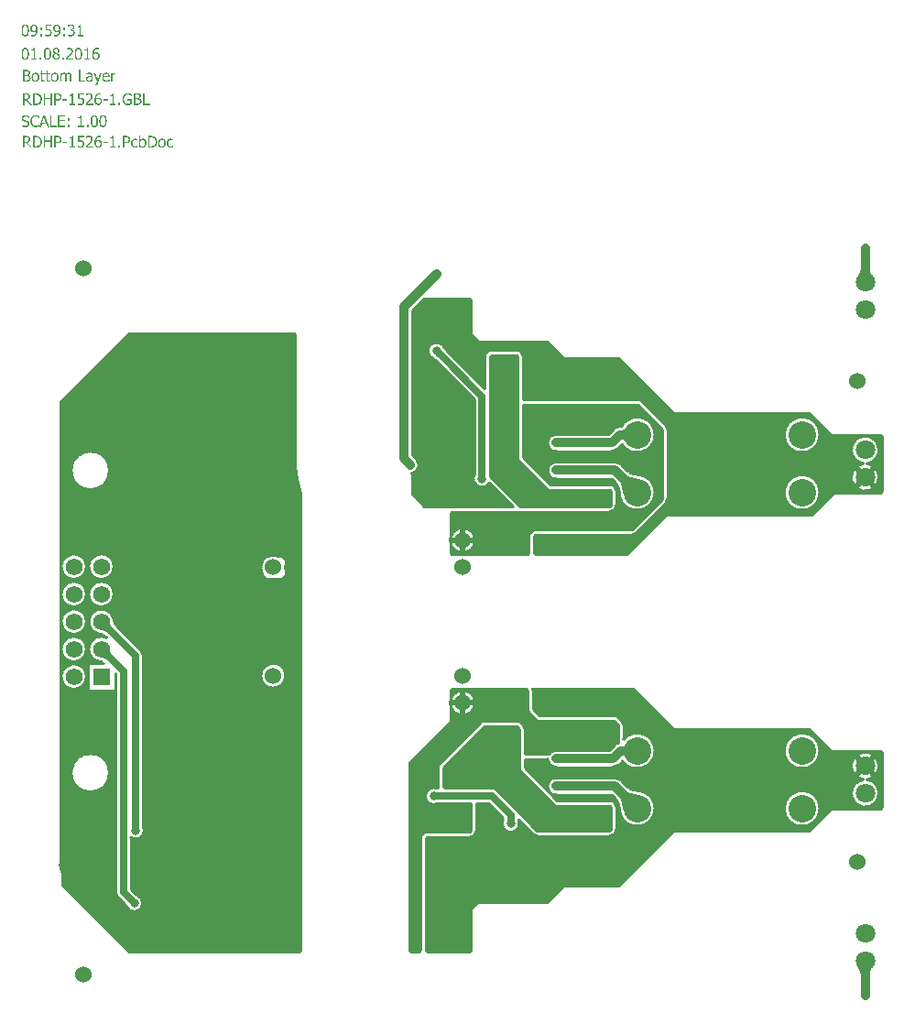
<source format=gbl>
G04 Layer_Physical_Order=2*
G04 Layer_Color=16711680*
%FSTAX25Y25*%
%MOIN*%
G70*
G01*
G75*
%ADD10C,0.01000*%
%ADD29C,0.02000*%
%ADD30C,0.02500*%
%ADD32C,0.03200*%
%ADD36C,0.06000*%
%ADD37C,0.10000*%
%ADD38C,0.06200*%
%ADD39R,0.06200X0.06200*%
%ADD40C,0.07087*%
%ADD41C,0.03200*%
G36*
X0715328Y0484795D02*
X0715632Y0484593D01*
X0715993Y0484401D01*
X0716412Y048422D01*
X0716888Y048405D01*
X071742Y048389D01*
X0718658Y0483602D01*
X0720125Y0483356D01*
X0714471Y0477702D01*
X0714353Y0478464D01*
X0713937Y0480406D01*
X0713777Y0480939D01*
X0713606Y0481415D01*
X0713425Y0481833D01*
X0713234Y0482195D01*
X0713032Y0482499D01*
X0712819Y0482745D01*
X0715082Y0485008D01*
X0715328Y0484795D01*
D02*
G37*
G36*
X0646399Y0484179D02*
X0646435Y0484174D01*
X0646488Y048417D01*
X0647033Y0484157D01*
X064738Y0484156D01*
Y0481656D01*
X0646382Y0481626D01*
Y0484185D01*
X0646399Y0484179D01*
D02*
G37*
G36*
X0714707Y0497739D02*
X071469Y0497752D01*
X0714648Y0497763D01*
X0714582Y0497773D01*
X071449Y0497782D01*
X0713877Y0497803D01*
X0713421Y0497806D01*
Y0501006D01*
X0714707Y0501072D01*
Y0497739D01*
D02*
G37*
G36*
X0674701Y0473866D02*
X0672142D01*
X0672148Y0473883D01*
X0672153Y0473919D01*
X0672157Y0473973D01*
X067217Y0474517D01*
X0672171Y0474864D01*
X0674671D01*
X0674701Y0473866D01*
D02*
G37*
G36*
X080502Y042045D02*
X0804626Y0419804D01*
X0804465Y0419484D01*
X080433Y0419167D01*
X0804219Y0418852D01*
X0804132Y041854D01*
X0804071Y041823D01*
X0804034Y0417923D01*
X0804021Y0417618D01*
X0800821D01*
X0800809Y0417923D01*
X0800772Y041823D01*
X080071Y041854D01*
X0800624Y0418852D01*
X0800513Y0419167D01*
X0800377Y0419484D01*
X0800217Y0419804D01*
X0800032Y0420126D01*
X0799588Y0420778D01*
X0805255D01*
X080502Y042045D01*
D02*
G37*
G36*
X0536647Y044549D02*
X0534837Y044368D01*
X0534829Y0443696D01*
X0534808Y0443725D01*
X0534773Y0443766D01*
X0534397Y0444161D01*
X0534152Y0444407D01*
X053592Y0446174D01*
X0536647Y044549D01*
D02*
G37*
G36*
X0538201Y0471366D02*
X0535642D01*
X0535647Y0471383D01*
X0535652Y0471419D01*
X0535657Y0471473D01*
X053567Y0472017D01*
X0535671Y0472364D01*
X0538171D01*
X0538201Y0471366D01*
D02*
G37*
G36*
X0714897Y0612276D02*
X0714835Y0612377D01*
X0714747Y0612467D01*
X0714635Y0612546D01*
X0714497Y0612615D01*
X0714334Y0612673D01*
X0714147Y0612721D01*
X0713934Y0612758D01*
X0713695Y0612784D01*
X0713144Y0612806D01*
Y0616006D01*
X0713432Y0616011D01*
X0713934Y0616053D01*
X0714147Y061609D01*
X0714334Y0616138D01*
X0714497Y0616196D01*
X0714635Y0616265D01*
X0714747Y0616344D01*
X0714835Y0616434D01*
X0714897Y0616535D01*
Y0612276D01*
D02*
G37*
G36*
X0648013Y0645115D02*
X0648035Y0645086D01*
X064807Y0645045D01*
X0648446Y064465D01*
X064869Y0644404D01*
X0646922Y0642637D01*
X0646196Y0643321D01*
X0648005Y0645131D01*
X0648013Y0645115D01*
D02*
G37*
G36*
X0804034Y0674888D02*
X0804071Y0674581D01*
X0804132Y0674271D01*
X0804219Y0673959D01*
X080433Y0673644D01*
X0804465Y0673327D01*
X0804626Y0673007D01*
X0804811Y0672685D01*
X0805255Y0672033D01*
X0799588D01*
X0799822Y0672361D01*
X0800217Y0673007D01*
X0800377Y0673327D01*
X0800513Y0673644D01*
X0800624Y0673959D01*
X080071Y0674271D01*
X0800772Y0674581D01*
X0800809Y0674888D01*
X0800821Y0675193D01*
X0804021D01*
X0804034Y0674888D01*
D02*
G37*
G36*
X0664201Y0599366D02*
X0661642D01*
X0661648Y0599383D01*
X0661653Y0599419D01*
X0661657Y0599473D01*
X066167Y0600017D01*
X0661671Y0600364D01*
X0664171D01*
X0664201Y0599366D01*
D02*
G37*
G36*
X0527554Y0536449D02*
X0527714Y0535732D01*
X052781Y053541D01*
X0527918Y0535111D01*
X0528038Y0534835D01*
X0528168Y0534583D01*
X052831Y0534354D01*
X0528462Y053415D01*
X0528626Y0533968D01*
X0526859Y05322D01*
X0526677Y0532364D01*
X0526472Y0532517D01*
X0526244Y0532659D01*
X0525992Y0532789D01*
X0525716Y0532908D01*
X0525417Y0533016D01*
X0525094Y0533113D01*
X0524378Y0533273D01*
X0523985Y0533336D01*
X052749Y0536842D01*
X0527554Y0536449D01*
D02*
G37*
G36*
Y0546449D02*
X0527714Y0545732D01*
X052781Y054541D01*
X0527918Y0545111D01*
X0528038Y0544835D01*
X0528168Y0544583D01*
X052831Y0544354D01*
X0528462Y054415D01*
X0528626Y0543968D01*
X0526859Y0542201D01*
X0526677Y0542364D01*
X0526472Y0542517D01*
X0526244Y0542659D01*
X0525992Y0542789D01*
X0525716Y0542908D01*
X0525417Y0543016D01*
X0525094Y0543113D01*
X0524378Y0543273D01*
X0523985Y0543336D01*
X052749Y0546842D01*
X0527554Y0546449D01*
D02*
G37*
G36*
X0715328Y0599795D02*
X0715632Y0599593D01*
X0715993Y0599401D01*
X0716412Y059922D01*
X0716888Y059905D01*
X071742Y059889D01*
X0718658Y0598602D01*
X0720125Y0598356D01*
X0714471Y0592701D01*
X0714353Y0593464D01*
X0713937Y0595406D01*
X0713777Y0595939D01*
X0713606Y0596415D01*
X0713425Y0596833D01*
X0713234Y0597195D01*
X0713032Y0597499D01*
X0712819Y0597745D01*
X0715082Y0600008D01*
X0715328Y0599795D01*
D02*
G37*
G36*
X0508641Y0738618D02*
X0508739Y0738611D01*
X0508842Y0738598D01*
X0508946Y0738579D01*
X050905Y0738559D01*
X0509063D01*
X0509095Y0738546D01*
X0509147Y0738533D01*
X0509205Y0738507D01*
X0509283Y0738481D01*
X0509361Y0738449D01*
X0509439Y0738404D01*
X0509516Y0738358D01*
X0509529Y0738352D01*
X0509555Y0738332D01*
X0509601Y0738294D01*
X0509652Y0738248D01*
X0509711Y073819D01*
X0509775Y0738119D01*
X0509834Y0738041D01*
X0509886Y073795D01*
X0509892Y0737937D01*
X0509905Y0737905D01*
X0509931Y0737853D01*
X0509957Y0737782D01*
X0509976Y0737697D01*
X0510002Y0737594D01*
X0510015Y0737477D01*
X0510022Y0737347D01*
Y0737334D01*
Y0737302D01*
X0510015Y073725D01*
X0510009Y0737179D01*
X0509996Y0737101D01*
X0509976Y0737017D01*
X050995Y073692D01*
X0509918Y0736829D01*
X0509912Y0736816D01*
X0509899Y073679D01*
X0509879Y0736745D01*
X0509847Y0736687D01*
X0509808Y0736622D01*
X0509763Y073655D01*
X0509711Y0736479D01*
X0509652Y0736414D01*
X050964Y0736408D01*
X0509614Y0736382D01*
X0509568Y0736343D01*
X0509503Y0736291D01*
X0509432Y0736239D01*
X0509341Y0736188D01*
X0509244Y0736136D01*
X050914Y073609D01*
X0509128Y0736084D01*
X0509089Y0736071D01*
X0509024Y0736058D01*
X050894Y0736038D01*
X0508829Y0736013D01*
X0508706Y0736D01*
X0508564Y0735987D01*
X0508402Y073598D01*
X0507929D01*
Y0734406D01*
X0507365D01*
Y0738624D01*
X0508551D01*
X0508641Y0738618D01*
D02*
G37*
G36*
X0500678D02*
X0500814Y0738611D01*
X0500963Y0738604D01*
X0501118Y0738585D01*
X0501267Y0738566D01*
X0501403Y0738533D01*
X050141D01*
X0501416Y0738527D01*
X0501436D01*
X0501462Y0738514D01*
X050152Y0738494D01*
X0501604Y0738469D01*
X0501695Y0738436D01*
X0501792Y0738391D01*
X0501889Y0738345D01*
X050198Y0738287D01*
X0501987D01*
X0502Y0738274D01*
X0502019Y0738261D01*
X0502045Y0738235D01*
X0502123Y0738177D01*
X0502213Y0738093D01*
X0502311Y0737989D01*
X0502421Y0737866D01*
X0502518Y073773D01*
X0502609Y0737568D01*
Y0737561D01*
X0502622Y0737548D01*
X0502628Y0737522D01*
X0502647Y073749D01*
X0502661Y0737445D01*
X050268Y0737393D01*
X0502699Y0737334D01*
X0502725Y073727D01*
X0502745Y0737198D01*
X0502764Y0737114D01*
X0502784Y073703D01*
X0502803Y0736933D01*
X0502829Y0736732D01*
X0502836Y0736505D01*
Y0736498D01*
Y0736479D01*
Y0736447D01*
X0502829Y0736408D01*
Y0736356D01*
X0502822Y0736298D01*
X0502816Y0736233D01*
X0502809Y0736162D01*
X0502777Y0736D01*
X0502738Y0735825D01*
X050268Y0735643D01*
X0502602Y0735462D01*
Y0735455D01*
X0502589Y0735442D01*
X0502576Y0735416D01*
X0502557Y0735384D01*
X0502537Y0735345D01*
X0502505Y07353D01*
X0502434Y0735203D01*
X050235Y0735086D01*
X0502239Y0734963D01*
X0502116Y0734846D01*
X0501974Y0734742D01*
X0501967D01*
X0501961Y0734736D01*
X0501941Y0734723D01*
X0501922Y073471D01*
X0501857Y0734671D01*
X0501773Y0734632D01*
X0501676Y0734587D01*
X0501565Y0734542D01*
X0501449Y0734503D01*
X0501326Y073447D01*
X0501313D01*
X0501293Y0734464D01*
X0501267Y0734457D01*
X0501235D01*
X0501196Y0734451D01*
X0501099Y0734438D01*
X0500976Y0734425D01*
X0500833Y0734418D01*
X0500665Y0734406D01*
X0499518D01*
Y0738624D01*
X0500619D01*
X0500678Y0738618D01*
D02*
G37*
G36*
X0514188Y0734833D02*
X0514934D01*
Y0734406D01*
X051288D01*
Y0734833D01*
X0513644D01*
Y0737665D01*
X051288D01*
Y0738047D01*
X0512951D01*
X0513028Y0738054D01*
X0513119Y073806D01*
X0513223Y073808D01*
X0513327Y0738099D01*
X051343Y0738132D01*
X0513515Y073817D01*
X0513521Y0738177D01*
X0513547Y0738196D01*
X0513579Y0738229D01*
X0513625Y0738274D01*
X0513663Y0738339D01*
X0513702Y0738417D01*
X0513728Y073852D01*
X0513748Y0738637D01*
X0514188D01*
Y0734833D01*
D02*
G37*
G36*
X0528969D02*
X0529714D01*
Y0734406D01*
X052766D01*
Y0734833D01*
X0528425D01*
Y0737665D01*
X052766D01*
Y0738047D01*
X0527732D01*
X0527809Y0738054D01*
X05279Y073806D01*
X0528004Y073808D01*
X0528108Y0738099D01*
X0528211Y0738132D01*
X0528295Y073817D01*
X0528302Y0738177D01*
X0528328Y0738196D01*
X052836Y0738229D01*
X0528406Y0738274D01*
X0528444Y0738339D01*
X0528483Y0738417D01*
X0528509Y073852D01*
X0528529Y0738637D01*
X0528969D01*
Y0734833D01*
D02*
G37*
G36*
X052015Y0738708D02*
X0520202D01*
X052026Y0738695D01*
X052039Y0738676D01*
X0520539Y0738637D01*
X0520694Y0738579D01*
X0520772Y0738546D01*
X0520843Y0738501D01*
X0520915Y0738455D01*
X0520979Y0738397D01*
X0520986Y0738391D01*
X0520992Y0738384D01*
X0521012Y0738365D01*
X0521031Y0738339D01*
X0521057Y0738307D01*
X0521083Y0738268D01*
X0521115Y0738229D01*
X0521148Y0738177D01*
X0521213Y0738054D01*
X0521265Y0737911D01*
X0521304Y0737736D01*
X052131Y0737645D01*
X0521316Y0737548D01*
Y0737535D01*
Y0737509D01*
Y0737458D01*
X052131Y0737399D01*
X0521304Y0737328D01*
X052129Y073725D01*
X0521258Y0737088D01*
Y0737082D01*
X0521245Y0737056D01*
X0521232Y073701D01*
X0521219Y0736965D01*
X0521193Y0736907D01*
X0521167Y0736842D01*
X0521096Y0736706D01*
X052109Y0736699D01*
X0521077Y0736673D01*
X0521057Y0736635D01*
X0521025Y0736589D01*
X0520986Y0736531D01*
X0520947Y0736473D01*
X0520843Y0736337D01*
X0520837Y073633D01*
X0520818Y0736304D01*
X0520785Y0736272D01*
X0520746Y0736226D01*
X0520701Y0736168D01*
X0520649Y073611D01*
X0520532Y073598D01*
X0520519Y0735967D01*
X0520487Y0735928D01*
X0520429Y0735877D01*
X0520357Y0735799D01*
X0520273Y0735708D01*
X0520169Y0735604D01*
X0520059Y0735494D01*
X0519936Y0735378D01*
X051993Y0735371D01*
X0519923Y0735364D01*
X0519884Y0735326D01*
X0519819Y0735267D01*
X0519748Y0735203D01*
X0519664Y0735125D01*
X0519573Y0735041D01*
X0519489Y0734963D01*
X0519411Y0734892D01*
X0521491D01*
Y0734406D01*
X0518886D01*
Y0734995D01*
X0518893Y0735002D01*
X0518899Y0735008D01*
X0518932Y0735041D01*
X051899Y0735092D01*
X0519055Y0735157D01*
X0519139Y0735235D01*
X0519223Y0735326D01*
X0519411Y0735507D01*
X0519424Y073552D01*
X0519457Y0735553D01*
X0519502Y0735598D01*
X0519567Y0735663D01*
X0519645Y073574D01*
X0519729Y0735825D01*
X0519813Y0735915D01*
X0519904Y0736013D01*
X051991Y0736019D01*
X0519923Y0736038D01*
X0519949Y0736064D01*
X0519981Y0736103D01*
X052002Y0736149D01*
X0520066Y0736201D01*
X0520163Y0736317D01*
X0520273Y0736453D01*
X0520383Y0736596D01*
X052048Y0736732D01*
X0520519Y0736797D01*
X0520558Y0736861D01*
Y0736868D01*
X0520565Y0736874D01*
X0520578Y0736894D01*
X0520584Y073692D01*
X0520617Y0736984D01*
X0520649Y0737069D01*
X0520681Y0737166D01*
X0520714Y0737276D01*
X0520733Y0737399D01*
X052074Y0737522D01*
Y0737529D01*
Y0737555D01*
Y0737587D01*
X0520733Y0737626D01*
X0520714Y073773D01*
X0520681Y0737833D01*
Y073784D01*
X0520668Y0737859D01*
X0520655Y0737879D01*
X0520643Y0737911D01*
X0520597Y0737983D01*
X0520532Y0738054D01*
X0520526Y073806D01*
X0520513Y0738067D01*
X0520494Y0738086D01*
X0520468Y0738099D01*
X052039Y0738144D01*
X0520299Y0738183D01*
X0520293D01*
X052028Y073819D01*
X0520247Y0738196D01*
X0520215Y0738209D01*
X0520176Y0738216D01*
X0520124Y0738222D01*
X0520014Y0738229D01*
X0519956D01*
X0519923Y0738222D01*
X0519871D01*
X0519826Y0738216D01*
X0519709Y073819D01*
X0519703D01*
X0519684Y0738183D01*
X0519651Y0738177D01*
X0519612Y0738164D01*
X0519567Y0738151D01*
X0519522Y0738132D01*
X0519411Y0738093D01*
X0519405D01*
X0519392Y0738086D01*
X0519366Y0738073D01*
X051934Y073806D01*
X0519269Y0738021D01*
X0519184Y0737969D01*
X0519178D01*
X0519165Y0737956D01*
X0519146Y0737944D01*
X051912Y0737931D01*
X0519061Y0737898D01*
X0519003Y0737859D01*
X0518977D01*
Y0738455D01*
X0518984Y0738462D01*
X0519009Y0738469D01*
X0519048Y0738488D01*
X0519107Y0738514D01*
X0519171Y073854D01*
X0519256Y0738566D01*
X0519353Y0738598D01*
X0519463Y073863D01*
X051947D01*
X0519476Y0738637D01*
X0519515Y0738643D01*
X0519573Y0738656D01*
X0519651Y0738676D01*
X0519742Y0738689D01*
X0519845Y0738702D01*
X0519949Y0738708D01*
X0520053Y0738715D01*
X0520111D01*
X052015Y0738708D01*
D02*
G37*
G36*
X0497217Y0738618D02*
X0497315Y0738611D01*
X0497412Y0738604D01*
X0497515Y0738592D01*
X0497613Y0738579D01*
X0497625D01*
X0497658Y0738572D01*
X0497703Y0738559D01*
X0497762Y073854D01*
X0497833Y073852D01*
X0497911Y0738488D01*
X0497995Y0738449D01*
X0498079Y0738397D01*
X0498092Y0738391D01*
X0498118Y0738371D01*
X0498157Y0738339D01*
X0498209Y07383D01*
X0498261Y0738242D01*
X0498319Y0738183D01*
X0498377Y0738112D01*
X0498429Y0738028D01*
X0498435Y0738015D01*
X0498449Y0737989D01*
X0498468Y0737944D01*
X0498494Y0737879D01*
X049852Y0737794D01*
X0498539Y0737704D01*
X0498552Y0737594D01*
X0498559Y0737477D01*
Y073747D01*
Y0737458D01*
Y0737432D01*
X0498552Y0737399D01*
Y073736D01*
X0498546Y0737315D01*
X0498526Y0737205D01*
X04985Y0737082D01*
X0498455Y0736952D01*
X0498397Y0736823D01*
X0498319Y0736699D01*
Y0736693D01*
X0498306Y0736687D01*
X0498274Y0736648D01*
X0498222Y0736596D01*
X049815Y0736524D01*
X049806Y0736453D01*
X049795Y0736375D01*
X049782Y0736304D01*
X0497677Y0736239D01*
X0499181Y0734406D01*
X0498449D01*
X049712Y0736084D01*
X0496485D01*
Y0734406D01*
X0495921D01*
Y0738624D01*
X0497133D01*
X0497217Y0738618D01*
D02*
G37*
G36*
X0536875Y0722139D02*
X053694D01*
X0537011Y0722126D01*
X0537095Y0722113D01*
X0537186Y0722094D01*
X0537277Y0722068D01*
X053729D01*
X0537316Y0722055D01*
X0537367Y0722042D01*
X0537426Y0722022D01*
X0537491Y0721996D01*
X0537568Y0721964D01*
X0537717Y0721899D01*
Y0721303D01*
X0537685D01*
X0537672Y072131D01*
X0537646Y0721336D01*
X0537601Y0721368D01*
X0537536Y0721407D01*
X0537529D01*
X0537523Y072142D01*
X0537503Y0721433D01*
X0537477Y0721446D01*
X0537406Y0721491D01*
X0537316Y0721536D01*
X0537309D01*
X0537296Y0721549D01*
X053727Y0721556D01*
X0537244Y0721569D01*
X0537205Y0721588D01*
X053716Y0721601D01*
X0537056Y0721634D01*
X053705D01*
X053703Y072164D01*
X0537005Y0721646D01*
X0536966Y072166D01*
X053692Y0721666D01*
X0536868Y0721672D01*
X0536765Y0721679D01*
X0536726D01*
X0536693Y0721672D01*
X0536622Y072166D01*
X0536525Y072164D01*
X0536421Y0721601D01*
X0536311Y0721543D01*
X0536253Y0721511D01*
X0536201Y0721465D01*
X0536149Y072142D01*
X0536097Y0721361D01*
Y0721355D01*
X0536084Y0721348D01*
X0536078Y0721329D01*
X0536058Y0721303D01*
X0536039Y0721271D01*
X053602Y0721232D01*
X0536Y0721186D01*
X0535974Y0721135D01*
X0535948Y0721076D01*
X0535929Y0721011D01*
X0535909Y072094D01*
X053589Y0720856D01*
X0535864Y0720681D01*
X0535851Y072048D01*
Y0720474D01*
Y0720454D01*
Y0720428D01*
X0535857Y0720389D01*
Y0720344D01*
X0535864Y0720286D01*
X0535884Y0720163D01*
X0535909Y0720026D01*
X0535955Y0719877D01*
X0536013Y0719741D01*
X0536091Y0719612D01*
Y0719605D01*
X0536104Y0719599D01*
X0536136Y0719566D01*
X0536195Y0719515D01*
X0536266Y0719456D01*
X0536363Y0719398D01*
X053648Y0719353D01*
X0536616Y0719314D01*
X0536687Y0719307D01*
X0536765Y0719301D01*
X053681D01*
X0536862Y0719307D01*
X0536927Y0719314D01*
X0537005Y0719327D01*
X0537089Y0719346D01*
X0537173Y0719372D01*
X0537264Y0719405D01*
X0537277Y0719411D01*
X0537303Y0719424D01*
X0537348Y071945D01*
X0537406Y0719476D01*
X0537471Y0719521D01*
X0537542Y0719566D01*
X0537614Y0719618D01*
X0537685Y0719683D01*
X0537717D01*
Y071908D01*
X0537711D01*
X0537704Y0719074D01*
X0537685Y0719067D01*
X0537659Y0719055D01*
X0537594Y0719029D01*
X053751Y071899D01*
X0537503D01*
X0537491Y0718983D01*
X0537471Y071897D01*
X0537439Y0718964D01*
X0537374Y0718938D01*
X0537303Y0718912D01*
X0537296D01*
X0537277Y0718905D01*
X0537251Y0718899D01*
X0537218Y0718892D01*
X0537134Y071888D01*
X053705Y071886D01*
X0537043D01*
X053703Y0718854D01*
X0537011D01*
X0536979Y0718847D01*
X053694Y0718841D01*
X0536894D01*
X0536836Y0718834D01*
X0536719D01*
X0536661Y0718841D01*
X0536577Y0718847D01*
X0536486Y071886D01*
X0536382Y0718873D01*
X0536279Y0718899D01*
X0536175Y0718931D01*
X0536162Y0718938D01*
X053613Y0718951D01*
X0536078Y0718977D01*
X0536013Y0719009D01*
X0535942Y0719055D01*
X0535864Y0719106D01*
X0535786Y0719165D01*
X0535709Y0719236D01*
X0535702Y0719242D01*
X0535676Y0719275D01*
X0535644Y071932D01*
X0535598Y0719379D01*
X0535546Y071945D01*
X0535501Y0719541D01*
X0535449Y0719638D01*
X0535404Y0719748D01*
Y0719754D01*
X0535397Y0719761D01*
Y071978D01*
X0535391Y0719806D01*
X0535371Y0719871D01*
X0535352Y0719955D01*
X0535333Y0720065D01*
X053532Y0720189D01*
X0535307Y0720331D01*
X05353Y072048D01*
Y0720487D01*
Y07205D01*
Y0720519D01*
Y0720551D01*
X0535307Y0720584D01*
Y0720629D01*
X0535313Y0720726D01*
X0535326Y0720836D01*
X0535346Y072096D01*
X0535371Y0721083D01*
X053541Y0721199D01*
Y0721206D01*
X0535417Y0721212D01*
X053543Y0721251D01*
X0535456Y072131D01*
X0535488Y0721381D01*
X0535534Y0721459D01*
X0535585Y0721543D01*
X0535644Y0721627D01*
X0535709Y0721711D01*
X0535715Y0721718D01*
X0535741Y0721744D01*
X053578Y0721783D01*
X0535838Y0721828D01*
X0535903Y072188D01*
X0535987Y0721932D01*
X0536078Y0721983D01*
X0536175Y0722029D01*
X0536181D01*
X0536188Y0722035D01*
X0536227Y0722048D01*
X0536279Y0722068D01*
X0536356Y0722087D01*
X0536447Y0722107D01*
X0536544Y0722126D01*
X0536661Y0722139D01*
X0536778Y0722146D01*
X0536823D01*
X0536875Y0722139D01*
D02*
G37*
G36*
X052676Y07205D02*
X0525166D01*
Y0721005D01*
X052676D01*
Y07205D01*
D02*
G37*
G36*
X0549841Y0722139D02*
X0549906D01*
X0549977Y0722126D01*
X0550062Y0722113D01*
X0550152Y0722094D01*
X0550243Y0722068D01*
X0550256D01*
X0550282Y0722055D01*
X0550334Y0722042D01*
X0550392Y0722022D01*
X0550457Y0721996D01*
X0550535Y0721964D01*
X0550684Y0721899D01*
Y0721303D01*
X0550651D01*
X0550638Y072131D01*
X0550612Y0721336D01*
X0550567Y0721368D01*
X0550502Y0721407D01*
X0550496D01*
X0550489Y072142D01*
X055047Y0721433D01*
X0550444Y0721446D01*
X0550373Y0721491D01*
X0550282Y0721536D01*
X0550276D01*
X0550263Y0721549D01*
X0550237Y0721556D01*
X0550211Y0721569D01*
X0550172Y0721588D01*
X0550127Y0721601D01*
X0550023Y0721634D01*
X0550016D01*
X0549997Y072164D01*
X0549971Y0721646D01*
X0549932Y072166D01*
X0549887Y0721666D01*
X0549835Y0721672D01*
X0549731Y0721679D01*
X0549692D01*
X054966Y0721672D01*
X0549589Y072166D01*
X0549492Y072164D01*
X0549388Y0721601D01*
X0549278Y0721543D01*
X0549219Y0721511D01*
X0549167Y0721465D01*
X0549116Y072142D01*
X0549064Y0721361D01*
Y0721355D01*
X0549051Y0721348D01*
X0549044Y0721329D01*
X0549025Y0721303D01*
X0549006Y0721271D01*
X0548986Y0721232D01*
X0548967Y0721186D01*
X0548941Y0721135D01*
X0548915Y0721076D01*
X0548895Y0721011D01*
X0548876Y072094D01*
X0548856Y0720856D01*
X0548831Y0720681D01*
X0548817Y072048D01*
Y0720474D01*
Y0720454D01*
Y0720428D01*
X0548824Y0720389D01*
Y0720344D01*
X0548831Y0720286D01*
X054885Y0720163D01*
X0548876Y0720026D01*
X0548921Y0719877D01*
X054898Y0719741D01*
X0549057Y0719612D01*
Y0719605D01*
X054907Y0719599D01*
X0549103Y0719566D01*
X0549161Y0719515D01*
X0549232Y0719456D01*
X054933Y0719398D01*
X0549446Y0719353D01*
X0549582Y0719314D01*
X0549653Y0719307D01*
X0549731Y0719301D01*
X0549777D01*
X0549828Y0719307D01*
X0549893Y0719314D01*
X0549971Y0719327D01*
X0550055Y0719346D01*
X055014Y0719372D01*
X055023Y0719405D01*
X0550243Y0719411D01*
X0550269Y0719424D01*
X0550314Y071945D01*
X0550373Y0719476D01*
X0550437Y0719521D01*
X0550509Y0719566D01*
X055058Y0719618D01*
X0550651Y0719683D01*
X0550684D01*
Y071908D01*
X0550677D01*
X0550671Y0719074D01*
X0550651Y0719067D01*
X0550626Y0719055D01*
X0550561Y0719029D01*
X0550476Y071899D01*
X055047D01*
X0550457Y0718983D01*
X0550437Y071897D01*
X0550405Y0718964D01*
X055034Y0718938D01*
X0550269Y0718912D01*
X0550263D01*
X0550243Y0718905D01*
X0550217Y0718899D01*
X0550185Y0718892D01*
X0550101Y071888D01*
X0550016Y071886D01*
X055001D01*
X0549997Y0718854D01*
X0549977D01*
X0549945Y0718847D01*
X0549906Y0718841D01*
X0549861D01*
X0549802Y0718834D01*
X0549686D01*
X0549627Y0718841D01*
X0549543Y0718847D01*
X0549453Y071886D01*
X0549349Y0718873D01*
X0549245Y0718899D01*
X0549142Y0718931D01*
X0549129Y0718938D01*
X0549096Y0718951D01*
X0549044Y0718977D01*
X054898Y0719009D01*
X0548908Y0719055D01*
X0548831Y0719106D01*
X0548753Y0719165D01*
X0548675Y0719236D01*
X0548668Y0719242D01*
X0548643Y0719275D01*
X054861Y071932D01*
X0548565Y0719379D01*
X0548513Y071945D01*
X0548468Y0719541D01*
X0548416Y0719638D01*
X054837Y0719748D01*
Y0719754D01*
X0548364Y0719761D01*
Y071978D01*
X0548357Y0719806D01*
X0548338Y0719871D01*
X0548319Y0719955D01*
X0548299Y0720065D01*
X0548286Y0720189D01*
X0548273Y0720331D01*
X0548267Y072048D01*
Y0720487D01*
Y07205D01*
Y0720519D01*
Y0720551D01*
X0548273Y0720584D01*
Y0720629D01*
X054828Y0720726D01*
X0548293Y0720836D01*
X0548312Y072096D01*
X0548338Y0721083D01*
X0548377Y0721199D01*
Y0721206D01*
X0548383Y0721212D01*
X0548396Y0721251D01*
X0548422Y072131D01*
X0548455Y0721381D01*
X05485Y0721459D01*
X0548552Y0721543D01*
X054861Y0721627D01*
X0548675Y0721711D01*
X0548681Y0721718D01*
X0548707Y0721744D01*
X0548746Y0721783D01*
X0548805Y0721828D01*
X0548869Y072188D01*
X0548954Y0721932D01*
X0549044Y0721983D01*
X0549142Y0722029D01*
X0549148D01*
X0549155Y0722035D01*
X0549193Y0722048D01*
X0549245Y0722068D01*
X0549323Y0722087D01*
X0549414Y0722107D01*
X0549511Y0722126D01*
X0549627Y0722139D01*
X0549744Y0722146D01*
X0549789D01*
X0549841Y0722139D01*
D02*
G37*
G36*
X0524045Y0723195D02*
X0524135Y0723182D01*
X0524155D01*
X0524181Y0723176D01*
X0524206Y0723169D01*
X0524278Y0723156D01*
X0524356Y0723137D01*
Y0722606D01*
X0524323D01*
X0524317Y0722612D01*
X0524297Y0722618D01*
X0524271Y0722632D01*
X0524239Y0722638D01*
X05242Y0722651D01*
X0524155Y0722664D01*
X0524103Y0722677D01*
X0524096D01*
X0524077Y0722683D01*
X0524051Y072269D01*
X0524012Y0722696D01*
X0523967Y0722703D01*
X0523915Y0722709D01*
X0523798Y0722716D01*
X0523746D01*
X0523714Y0722709D01*
X0523669Y0722703D01*
X0523617Y0722696D01*
X0523494Y072267D01*
X0523358Y0722625D01*
X0523221Y072256D01*
X052315Y0722521D01*
X0523079Y0722476D01*
X0523014Y0722418D01*
X0522949Y0722353D01*
X0522943Y0722346D01*
X0522936Y0722333D01*
X0522917Y0722314D01*
X0522897Y0722288D01*
X0522872Y0722249D01*
X0522846Y0722204D01*
X0522813Y0722152D01*
X0522781Y0722087D01*
X0522749Y0722016D01*
X0522716Y0721938D01*
X0522684Y0721854D01*
X0522651Y0721757D01*
X0522625Y0721653D01*
X05226Y0721543D01*
X052258Y0721426D01*
X0522567Y0721297D01*
X0522574Y0721303D01*
X05226Y0721322D01*
X0522645Y0721348D01*
X0522697Y0721381D01*
X0522755Y0721413D01*
X0522826Y0721452D01*
X0522975Y0721517D01*
X0522988Y0721523D01*
X0523014Y072153D01*
X052306Y0721543D01*
X0523111Y0721556D01*
X0523183Y0721569D01*
X052326Y0721582D01*
X0523351Y0721595D01*
X0523533D01*
X0523591Y0721588D01*
X0523656Y0721582D01*
X0523727Y0721575D01*
X052387Y0721543D01*
X0523876D01*
X0523902Y072153D01*
X0523941Y0721517D01*
X0523986Y0721497D01*
X0524045Y0721472D01*
X0524116Y0721439D01*
X0524187Y0721394D01*
X0524258Y0721342D01*
X0524271Y0721336D01*
X0524297Y072131D01*
X0524336Y0721271D01*
X0524388Y0721219D01*
X0524446Y0721154D01*
X0524505Y0721083D01*
X0524556Y0720992D01*
X0524602Y0720895D01*
X0524608Y0720882D01*
X0524621Y072085D01*
X0524641Y0720791D01*
X052466Y072072D01*
X052468Y0720623D01*
X0524699Y0720519D01*
X0524712Y0720396D01*
X0524718Y0720266D01*
Y072026D01*
Y0720253D01*
Y0720234D01*
Y0720215D01*
X0524712Y072015D01*
X0524706Y0720072D01*
X0524692Y0719975D01*
X0524673Y0719877D01*
X0524647Y0719767D01*
X0524608Y0719664D01*
X0524602Y0719651D01*
X0524589Y0719618D01*
X0524563Y0719566D01*
X0524531Y0719508D01*
X0524492Y071943D01*
X052444Y0719359D01*
X0524381Y0719281D01*
X0524317Y071921D01*
X052431Y0719204D01*
X0524284Y0719178D01*
X0524245Y0719145D01*
X0524193Y07191D01*
X0524129Y0719055D01*
X0524057Y0719003D01*
X052398Y0718957D01*
X0523896Y0718912D01*
X0523882Y0718905D01*
X0523857Y0718899D01*
X0523805Y071888D01*
X0523746Y0718867D01*
X0523669Y0718847D01*
X0523578Y0718828D01*
X0523481Y0718821D01*
X0523377Y0718815D01*
X0523332D01*
X0523273Y0718821D01*
X0523209Y0718828D01*
X0523124Y0718834D01*
X052304Y0718854D01*
X0522949Y0718873D01*
X0522859Y0718905D01*
X0522846Y0718912D01*
X052282Y0718925D01*
X0522774Y0718944D01*
X0522723Y0718977D01*
X0522658Y0719022D01*
X0522586Y0719067D01*
X0522515Y0719126D01*
X0522444Y0719197D01*
X0522437Y071921D01*
X0522411Y0719236D01*
X0522373Y0719288D01*
X0522321Y0719359D01*
X0522269Y0719443D01*
X0522211Y0719547D01*
X0522159Y071967D01*
X0522107Y0719806D01*
Y0719813D01*
X05221Y0719826D01*
X0522094Y0719845D01*
X0522087Y0719877D01*
X0522081Y071991D01*
X0522068Y0719955D01*
X0522055Y0720007D01*
X0522049Y0720065D01*
X0522036Y0720137D01*
X0522023Y0720208D01*
X0522003Y072037D01*
X052199Y0720551D01*
X0521984Y0720752D01*
Y0720759D01*
Y0720778D01*
Y0720804D01*
Y0720843D01*
X052199Y0720895D01*
Y0720953D01*
Y0721011D01*
X0521997Y0721083D01*
X052201Y0721238D01*
X0522029Y07214D01*
X0522055Y0721575D01*
X0522094Y0721744D01*
Y072175D01*
X05221Y0721763D01*
X0522107Y0721789D01*
X0522114Y0721821D01*
X0522126Y072186D01*
X0522139Y0721906D01*
X0522178Y0722009D01*
X052223Y0722132D01*
X0522288Y0722262D01*
X052236Y0722392D01*
X0522444Y0722521D01*
Y0722528D01*
X0522457Y0722534D01*
X0522483Y0722573D01*
X0522535Y0722632D01*
X0522606Y0722703D01*
X052269Y0722781D01*
X0522787Y0722865D01*
X0522904Y0722949D01*
X0523034Y072302D01*
X052304D01*
X0523053Y0723027D01*
X0523072Y072304D01*
X0523098Y0723046D01*
X0523131Y0723066D01*
X0523176Y0723079D01*
X0523273Y0723111D01*
X0523396Y0723143D01*
X0523546Y0723176D01*
X0523701Y0723195D01*
X0523876Y0723202D01*
X052396D01*
X0524045Y0723195D01*
D02*
G37*
G36*
X050651Y0718905D02*
X0505946D01*
Y0720973D01*
X0504015D01*
Y0718905D01*
X0503451D01*
Y0723124D01*
X0504015D01*
Y0721472D01*
X0505946D01*
Y0723124D01*
X050651D01*
Y0718905D01*
D02*
G37*
G36*
X0534264Y0738695D02*
X0534328D01*
X05344Y0738689D01*
X0534542Y0738669D01*
X0534549D01*
X0534575Y0738663D01*
X0534613Y0738656D01*
X0534659Y073865D01*
X0534717Y0738637D01*
X0534782Y0738618D01*
X0534911Y0738585D01*
X0534918D01*
X0534937Y0738579D01*
X0534963Y0738566D01*
X0535002Y0738553D01*
X0535054Y0738533D01*
X0535106Y0738514D01*
X0535229Y0738462D01*
X0535236D01*
X0535261Y0738449D01*
X0535287Y0738436D01*
X0535333Y0738423D01*
X0535423Y0738378D01*
X0535514Y0738339D01*
Y0737665D01*
X0535462D01*
X0535456Y0737671D01*
X0535443Y0737678D01*
X0535423Y0737697D01*
X0535397Y0737723D01*
X0535326Y0737775D01*
X0535248Y0737833D01*
X0535242Y073784D01*
X0535229Y0737846D01*
X0535203Y0737866D01*
X0535171Y0737885D01*
X0535125Y0737918D01*
X0535067Y0737944D01*
X0535002Y0737983D01*
X0534931Y0738015D01*
X0534924Y0738021D01*
X0534899Y0738028D01*
X0534866Y0738047D01*
X0534821Y0738067D01*
X0534762Y0738086D01*
X0534698Y0738112D01*
X053462Y0738138D01*
X0534542Y0738157D01*
X0534529D01*
X0534503Y0738164D01*
X0534458Y0738177D01*
X05344Y073819D01*
X0534328Y0738196D01*
X053425Y0738209D01*
X053416Y0738216D01*
X0534011D01*
X0533965Y0738209D01*
X0533914Y0738203D01*
X0533855Y073819D01*
X053379Y0738177D01*
X0533719Y0738157D01*
X0533641Y0738132D01*
X0533564Y0738106D01*
X0533479Y0738067D01*
X0533395Y0738021D01*
X0533317Y0737969D01*
X0533233Y0737905D01*
X0533155Y073784D01*
X0533084Y0737756D01*
X0533078Y0737749D01*
X0533071Y0737736D01*
X0533052Y073771D01*
X0533026Y0737671D01*
X0533Y0737626D01*
X0532968Y0737568D01*
X0532935Y0737503D01*
X0532903Y0737432D01*
X0532864Y0737347D01*
X0532831Y0737257D01*
X0532799Y0737153D01*
X0532773Y0737043D01*
X0532747Y0736926D01*
X0532728Y0736803D01*
X0532721Y0736673D01*
X0532715Y0736531D01*
Y0736524D01*
Y0736512D01*
Y0736492D01*
Y073646D01*
Y0736421D01*
X0532721Y0736382D01*
X0532728Y0736278D01*
X0532741Y0736162D01*
X0532754Y0736038D01*
X053278Y0735909D01*
X0532812Y0735786D01*
Y0735779D01*
X0532818Y0735773D01*
X0532831Y0735734D01*
X0532851Y0735676D01*
X0532883Y0735598D01*
X0532922Y0735514D01*
X0532974Y0735423D01*
X0533032Y0735332D01*
X0533097Y0735248D01*
X0533104Y0735241D01*
X053313Y0735209D01*
X0533168Y073517D01*
X053322Y0735125D01*
X0533285Y0735067D01*
X0533356Y0735015D01*
X053344Y0734956D01*
X0533531Y0734911D01*
X0533544Y0734904D01*
X0533577Y0734892D01*
X0533628Y0734878D01*
X05337Y0734859D01*
X0533784Y0734833D01*
X0533881Y073482D01*
X0533991Y0734807D01*
X0534108Y0734801D01*
X0534192D01*
X0534257Y0734807D01*
X0534322D01*
X0534406Y0734814D01*
X0534575Y0734833D01*
X0534587D01*
X0534613Y073484D01*
X0534659Y0734846D01*
X0534717Y0734859D01*
X0534775Y0734872D01*
X0534847Y0734885D01*
X0534911Y0734911D01*
X0534976Y073493D01*
Y0736025D01*
X0534004D01*
Y0736524D01*
X0535534D01*
Y0734678D01*
X0535527D01*
X0535514Y0734671D01*
X0535488Y0734658D01*
X0535456Y0734645D01*
X0535417Y0734626D01*
X0535365Y07346D01*
X0535307Y0734574D01*
X0535242Y0734548D01*
X0535236D01*
X053521Y0734535D01*
X0535177Y0734522D01*
X0535132Y0734509D01*
X053508Y073449D01*
X0535028Y073447D01*
X0534905Y0734438D01*
X0534899D01*
X0534873Y0734431D01*
X0534834Y0734418D01*
X0534782Y0734406D01*
X0534724Y0734392D01*
X0534665Y0734373D01*
X0534536Y0734347D01*
X0534529D01*
X0534503Y0734341D01*
X0534471Y0734334D01*
X0534419D01*
X0534361Y0734328D01*
X0534289Y0734321D01*
X0534212Y0734315D01*
X0534056D01*
X0534011Y0734321D01*
X0533965D01*
X0533862Y0734334D01*
X0533732Y0734347D01*
X0533596Y0734373D01*
X0533454Y0734406D01*
X0533311Y0734451D01*
X0533304D01*
X0533298Y0734457D01*
X0533279Y0734464D01*
X0533246Y0734477D01*
X0533181Y0734509D01*
X0533091Y0734554D01*
X0532993Y0734613D01*
X053289Y0734684D01*
X053278Y0734768D01*
X0532676Y0734866D01*
Y0734872D01*
X0532663Y0734878D01*
X053263Y0734917D01*
X0532585Y0734976D01*
X0532527Y073506D01*
X0532462Y0735157D01*
X0532391Y0735274D01*
X0532326Y073541D01*
X0532268Y0735559D01*
Y0735565D01*
X0532261Y0735578D01*
X0532255Y0735598D01*
X0532248Y073563D01*
X0532235Y0735669D01*
X0532222Y0735721D01*
X0532209Y0735773D01*
X0532203Y0735831D01*
X0532177Y0735974D01*
X0532151Y0736136D01*
X0532138Y0736317D01*
X0532131Y0736512D01*
Y0736518D01*
Y0736537D01*
Y0736563D01*
Y0736596D01*
X0532138Y0736641D01*
Y0736693D01*
X0532144Y0736751D01*
X0532151Y0736816D01*
X0532164Y0736959D01*
X053219Y0737114D01*
X0532229Y073727D01*
X0532274Y0737425D01*
Y0737432D01*
X0532281Y0737445D01*
X0532287Y0737464D01*
X05323Y0737497D01*
X0532332Y0737568D01*
X0532378Y0737665D01*
X0532436Y0737775D01*
X0532507Y0737892D01*
X0532592Y0738008D01*
X0532682Y0738119D01*
Y0738125D01*
X0532695Y0738132D01*
X0532728Y0738164D01*
X053278Y0738216D01*
X0532857Y0738274D01*
X0532948Y0738345D01*
X0533052Y0738417D01*
X0533175Y0738488D01*
X0533311Y0738546D01*
X0533317D01*
X053333Y0738553D01*
X053335Y0738559D01*
X0533376Y0738572D01*
X0533415Y0738585D01*
X0533454Y0738598D01*
X0533557Y0738624D01*
X053368Y073865D01*
X0533816Y0738676D01*
X0533972Y0738695D01*
X0534134Y0738702D01*
X0534212D01*
X0534264Y0738695D01*
D02*
G37*
G36*
X050651Y0734406D02*
X0505946D01*
Y0736473D01*
X0504015D01*
Y0734406D01*
X0503451D01*
Y0738624D01*
X0504015D01*
Y0736972D01*
X0505946D01*
Y0738624D01*
X050651D01*
Y0734406D01*
D02*
G37*
G36*
X0524045Y0738695D02*
X0524135Y0738682D01*
X0524155D01*
X0524181Y0738676D01*
X0524206Y0738669D01*
X0524278Y0738656D01*
X0524356Y0738637D01*
Y0738106D01*
X0524323D01*
X0524317Y0738112D01*
X0524297Y0738119D01*
X0524271Y0738132D01*
X0524239Y0738138D01*
X05242Y0738151D01*
X0524155Y0738164D01*
X0524103Y0738177D01*
X0524096D01*
X0524077Y0738183D01*
X0524051Y073819D01*
X0524012Y0738196D01*
X0523967Y0738203D01*
X0523915Y0738209D01*
X0523798Y0738216D01*
X0523746D01*
X0523714Y0738209D01*
X0523669Y0738203D01*
X0523617Y0738196D01*
X0523494Y073817D01*
X0523358Y0738125D01*
X0523221Y073806D01*
X052315Y0738021D01*
X0523079Y0737976D01*
X0523014Y0737918D01*
X0522949Y0737853D01*
X0522943Y0737846D01*
X0522936Y0737833D01*
X0522917Y0737814D01*
X0522897Y0737788D01*
X0522872Y0737749D01*
X0522846Y0737704D01*
X0522813Y0737652D01*
X0522781Y0737587D01*
X0522749Y0737516D01*
X0522716Y0737438D01*
X0522684Y0737354D01*
X0522651Y0737257D01*
X0522625Y0737153D01*
X05226Y0737043D01*
X052258Y0736926D01*
X0522567Y0736797D01*
X0522574Y0736803D01*
X05226Y0736823D01*
X0522645Y0736848D01*
X0522697Y0736881D01*
X0522755Y0736913D01*
X0522826Y0736952D01*
X0522975Y0737017D01*
X0522988Y0737023D01*
X0523014Y073703D01*
X052306Y0737043D01*
X0523111Y0737056D01*
X0523183Y0737069D01*
X052326Y0737082D01*
X0523351Y0737095D01*
X0523533D01*
X0523591Y0737088D01*
X0523656Y0737082D01*
X0523727Y0737075D01*
X052387Y0737043D01*
X0523876D01*
X0523902Y073703D01*
X0523941Y0737017D01*
X0523986Y0736998D01*
X0524045Y0736972D01*
X0524116Y0736939D01*
X0524187Y0736894D01*
X0524258Y0736842D01*
X0524271Y0736835D01*
X0524297Y073681D01*
X0524336Y0736771D01*
X0524388Y0736719D01*
X0524446Y0736654D01*
X0524505Y0736583D01*
X0524556Y0736492D01*
X0524602Y0736395D01*
X0524608Y0736382D01*
X0524621Y0736349D01*
X0524641Y0736291D01*
X052466Y073622D01*
X052468Y0736123D01*
X0524699Y0736019D01*
X0524712Y0735896D01*
X0524718Y0735766D01*
Y073576D01*
Y0735753D01*
Y0735734D01*
Y0735714D01*
X0524712Y073565D01*
X0524706Y0735572D01*
X0524692Y0735475D01*
X0524673Y0735378D01*
X0524647Y0735267D01*
X0524608Y0735164D01*
X0524602Y0735151D01*
X0524589Y0735118D01*
X0524563Y0735067D01*
X0524531Y0735008D01*
X0524492Y073493D01*
X052444Y0734859D01*
X0524381Y0734781D01*
X0524317Y073471D01*
X052431Y0734704D01*
X0524284Y0734678D01*
X0524245Y0734645D01*
X0524193Y07346D01*
X0524129Y0734554D01*
X0524057Y0734503D01*
X052398Y0734457D01*
X0523896Y0734412D01*
X0523882Y0734406D01*
X0523857Y0734399D01*
X0523805Y073438D01*
X0523746Y0734367D01*
X0523669Y0734347D01*
X0523578Y0734328D01*
X0523481Y0734321D01*
X0523377Y0734315D01*
X0523332D01*
X0523273Y0734321D01*
X0523209Y0734328D01*
X0523124Y0734334D01*
X052304Y0734354D01*
X0522949Y0734373D01*
X0522859Y0734406D01*
X0522846Y0734412D01*
X052282Y0734425D01*
X0522774Y0734444D01*
X0522723Y0734477D01*
X0522658Y0734522D01*
X0522586Y0734567D01*
X0522515Y0734626D01*
X0522444Y0734697D01*
X0522437Y073471D01*
X0522411Y0734736D01*
X0522373Y0734788D01*
X0522321Y0734859D01*
X0522269Y0734943D01*
X0522211Y0735047D01*
X0522159Y073517D01*
X0522107Y0735306D01*
Y0735313D01*
X05221Y0735326D01*
X0522094Y0735345D01*
X0522087Y0735378D01*
X0522081Y073541D01*
X0522068Y0735455D01*
X0522055Y0735507D01*
X0522049Y0735565D01*
X0522036Y0735637D01*
X0522023Y0735708D01*
X0522003Y073587D01*
X052199Y0736051D01*
X0521984Y0736252D01*
Y0736259D01*
Y0736278D01*
Y0736304D01*
Y0736343D01*
X052199Y0736395D01*
Y0736453D01*
Y0736512D01*
X0521997Y0736583D01*
X052201Y0736738D01*
X0522029Y07369D01*
X0522055Y0737075D01*
X0522094Y0737244D01*
Y073725D01*
X05221Y0737263D01*
X0522107Y0737289D01*
X0522114Y0737322D01*
X0522126Y073736D01*
X0522139Y0737406D01*
X0522178Y0737509D01*
X052223Y0737633D01*
X0522288Y0737762D01*
X052236Y0737892D01*
X0522444Y0738021D01*
Y0738028D01*
X0522457Y0738034D01*
X0522483Y0738073D01*
X0522535Y0738132D01*
X0522606Y0738203D01*
X052269Y073828D01*
X0522787Y0738365D01*
X0522904Y0738449D01*
X0523034Y073852D01*
X052304D01*
X0523053Y0738527D01*
X0523072Y073854D01*
X0523098Y0738546D01*
X0523131Y0738566D01*
X0523176Y0738579D01*
X0523273Y0738611D01*
X0523396Y0738643D01*
X0523546Y0738676D01*
X0523701Y0738695D01*
X0523876Y0738702D01*
X052396D01*
X0524045Y0738695D01*
D02*
G37*
G36*
X0507611Y0746152D02*
X0507669Y0746145D01*
X0507728Y0746133D01*
X0507799Y074612D01*
X0507877Y0746107D01*
X0508039Y0746048D01*
X0508123Y0746016D01*
X0508207Y074597D01*
X0508298Y0745925D01*
X0508376Y074586D01*
X050846Y0745796D01*
X0508531Y0745718D01*
X0508538Y0745711D01*
X0508551Y0745698D01*
X050857Y0745673D01*
X050859Y0745634D01*
X0508622Y0745595D01*
X0508654Y0745536D01*
X0508687Y0745472D01*
X0508726Y07454D01*
X0508765Y0745316D01*
X0508797Y0745225D01*
X0508829Y0745122D01*
X0508862Y0745012D01*
X0508881Y0744888D01*
X0508901Y0744765D01*
X0508914Y0744623D01*
X050892Y074448D01*
Y0744474D01*
Y0744448D01*
Y0744402D01*
X0508914Y074435D01*
X0508907Y0744279D01*
X0508901Y0744208D01*
X0508888Y0744117D01*
X0508875Y0744027D01*
X0508823Y0743832D01*
X0508797Y0743728D01*
X0508758Y0743625D01*
X0508713Y0743521D01*
X0508661Y0743424D01*
X0508603Y0743333D01*
X0508531Y0743249D01*
X0508525Y0743243D01*
X0508512Y0743229D01*
X0508493Y074321D01*
X050846Y0743184D01*
X0508421Y0743145D01*
X0508376Y0743113D01*
X0508324Y0743074D01*
X0508259Y0743035D01*
X0508188Y074299D01*
X0508117Y0742951D01*
X0508032Y0742918D01*
X0507935Y0742886D01*
X0507838Y0742854D01*
X0507734Y0742834D01*
X0507624Y0742821D01*
X0507508Y0742815D01*
X0507443D01*
X0507397Y0742821D01*
X0507345Y0742828D01*
X0507281Y0742841D01*
X0507209Y0742854D01*
X0507132Y0742873D01*
X0507048Y0742893D01*
X0506963Y0742925D01*
X0506879Y0742957D01*
X0506795Y0743003D01*
X0506704Y0743054D01*
X0506626Y0743113D01*
X0506542Y0743184D01*
X0506471Y0743262D01*
X0506464Y0743268D01*
X0506458Y0743281D01*
X0506438Y0743307D01*
X0506412Y0743346D01*
X0506387Y0743392D01*
X0506354Y0743443D01*
X0506315Y0743508D01*
X0506283Y0743579D01*
X050625Y0743664D01*
X0506212Y0743754D01*
X0506179Y0743858D01*
X0506153Y0743962D01*
X0506127Y0744078D01*
X0506114Y0744208D01*
X0506101Y0744338D01*
X0506095Y074448D01*
Y0744487D01*
Y0744513D01*
Y0744558D01*
X0506101Y074461D01*
X0506108Y0744681D01*
X0506114Y0744759D01*
X0506127Y0744843D01*
X0506147Y0744934D01*
X0506192Y0745135D01*
X0506224Y0745238D01*
X0506257Y0745342D01*
X0506302Y0745439D01*
X0506354Y0745536D01*
X0506412Y0745634D01*
X0506484Y0745718D01*
X050649Y0745724D01*
X0506503Y0745737D01*
X0506523Y0745757D01*
X0506555Y0745789D01*
X0506594Y0745822D01*
X0506639Y074586D01*
X0506698Y0745899D01*
X0506756Y0745938D01*
X0506827Y0745977D01*
X0506905Y0746022D01*
X0506989Y0746055D01*
X050708Y0746087D01*
X0507177Y074612D01*
X0507281Y0746139D01*
X0507391Y0746152D01*
X0507508Y0746159D01*
X0507572D01*
X0507611Y0746152D01*
D02*
G37*
G36*
X0500587D02*
X0500645Y0746145D01*
X0500703Y0746133D01*
X0500775Y074612D01*
X0500853Y0746107D01*
X0501015Y0746048D01*
X0501099Y0746016D01*
X0501183Y074597D01*
X0501274Y0745925D01*
X0501351Y074586D01*
X0501436Y0745796D01*
X0501507Y0745718D01*
X0501513Y0745711D01*
X0501526Y0745698D01*
X0501546Y0745673D01*
X0501565Y0745634D01*
X0501598Y0745595D01*
X050163Y0745536D01*
X0501663Y0745472D01*
X0501701Y07454D01*
X050174Y0745316D01*
X0501773Y0745225D01*
X0501805Y0745122D01*
X0501837Y0745012D01*
X0501857Y0744888D01*
X0501876Y0744765D01*
X0501889Y0744623D01*
X0501896Y074448D01*
Y0744474D01*
Y0744448D01*
Y0744402D01*
X0501889Y074435D01*
X0501883Y0744279D01*
X0501876Y0744208D01*
X0501863Y0744117D01*
X0501851Y0744027D01*
X0501799Y0743832D01*
X0501773Y0743728D01*
X0501734Y0743625D01*
X0501688Y0743521D01*
X0501637Y0743424D01*
X0501578Y0743333D01*
X0501507Y0743249D01*
X0501501Y0743243D01*
X0501488Y0743229D01*
X0501468Y074321D01*
X0501436Y0743184D01*
X0501397Y0743145D01*
X0501351Y0743113D01*
X05013Y0743074D01*
X0501235Y0743035D01*
X0501164Y074299D01*
X0501092Y0742951D01*
X0501008Y0742918D01*
X0500911Y0742886D01*
X0500814Y0742854D01*
X050071Y0742834D01*
X05006Y0742821D01*
X0500483Y0742815D01*
X0500418D01*
X0500373Y0742821D01*
X0500321Y0742828D01*
X0500256Y0742841D01*
X0500185Y0742854D01*
X0500107Y0742873D01*
X0500023Y0742893D01*
X0499939Y0742925D01*
X0499855Y0742957D01*
X049977Y0743003D01*
X049968Y0743054D01*
X0499602Y0743113D01*
X0499518Y0743184D01*
X0499446Y0743262D01*
X049944Y0743268D01*
X0499434Y0743281D01*
X0499414Y0743307D01*
X0499388Y0743346D01*
X0499362Y0743392D01*
X049933Y0743443D01*
X0499291Y0743508D01*
X0499259Y0743579D01*
X0499226Y0743664D01*
X0499187Y0743754D01*
X0499155Y0743858D01*
X0499129Y0743962D01*
X0499103Y0744078D01*
X049909Y0744208D01*
X0499077Y0744338D01*
X0499071Y074448D01*
Y0744487D01*
Y0744513D01*
Y0744558D01*
X0499077Y074461D01*
X0499084Y0744681D01*
X049909Y0744759D01*
X0499103Y0744843D01*
X0499122Y0744934D01*
X0499168Y0745135D01*
X04992Y0745238D01*
X0499233Y0745342D01*
X0499278Y0745439D01*
X049933Y0745536D01*
X0499388Y0745634D01*
X0499459Y0745718D01*
X0499466Y0745724D01*
X0499479Y0745737D01*
X0499498Y0745757D01*
X0499531Y0745789D01*
X049957Y0745822D01*
X0499615Y074586D01*
X0499673Y0745899D01*
X0499731Y0745938D01*
X0499803Y0745977D01*
X0499881Y0746022D01*
X0499965Y0746055D01*
X0500056Y0746087D01*
X0500153Y074612D01*
X0500256Y0746139D01*
X0500367Y0746152D01*
X0500483Y0746159D01*
X0500548D01*
X0500587Y0746152D01*
D02*
G37*
G36*
X052676Y0736D02*
X0525166D01*
Y0736505D01*
X052676D01*
Y0736D01*
D02*
G37*
G36*
X0537607Y0738618D02*
X0537717D01*
X0537827Y0738611D01*
X0537931Y0738604D01*
X0538022Y0738592D01*
X0538035D01*
X0538061Y0738585D01*
X0538106Y0738579D01*
X0538164Y0738559D01*
X0538229Y073854D01*
X0538301Y073852D01*
X0538378Y0738488D01*
X0538456Y0738449D01*
X0538469Y0738443D01*
X0538495Y073843D01*
X0538534Y0738397D01*
X0538586Y0738365D01*
X0538637Y0738319D01*
X0538689Y0738261D01*
X0538741Y0738203D01*
X0538787Y0738132D01*
X0538793Y0738125D01*
X0538806Y0738099D01*
X0538819Y0738054D01*
X0538845Y0738002D01*
X0538864Y0737931D01*
X0538877Y0737853D01*
X053889Y0737762D01*
X0538897Y0737665D01*
Y0737652D01*
Y0737613D01*
X053889Y0737561D01*
X0538877Y073749D01*
X0538858Y0737406D01*
X0538825Y0737315D01*
X0538787Y0737224D01*
X0538735Y0737134D01*
X0538728Y0737121D01*
X0538709Y0737095D01*
X053867Y0737056D01*
X0538624Y0736998D01*
X053856Y0736939D01*
X0538488Y0736881D01*
X0538404Y0736823D01*
X0538307Y0736764D01*
Y0736745D01*
X0538313D01*
X0538326Y0736738D01*
X0538346Y0736732D01*
X0538372Y0736725D01*
X0538437Y0736699D01*
X0538521Y073666D01*
X0538612Y0736609D01*
X0538709Y0736544D01*
X0538806Y0736466D01*
X053889Y0736369D01*
X0538897Y0736356D01*
X0538923Y0736324D01*
X0538955Y0736265D01*
X0538994Y0736188D01*
X0539033Y073609D01*
X0539065Y0735974D01*
X0539091Y0735844D01*
X0539097Y0735695D01*
Y0735688D01*
Y0735682D01*
Y0735643D01*
X0539091Y0735585D01*
X0539085Y0735507D01*
X0539065Y0735423D01*
X0539046Y0735332D01*
X0539013Y0735235D01*
X0538974Y0735138D01*
X0538968Y0735125D01*
X0538955Y0735099D01*
X0538929Y0735053D01*
X053889Y0735002D01*
X0538845Y0734937D01*
X0538793Y0734872D01*
X0538728Y0734807D01*
X0538657Y0734742D01*
X0538644Y0734736D01*
X0538618Y073471D01*
X0538566Y0734684D01*
X0538501Y0734645D01*
X0538424Y07346D01*
X0538339Y0734554D01*
X0538242Y0734516D01*
X0538145Y0734483D01*
X0538132D01*
X0538093Y073447D01*
X0538035Y0734457D01*
X0537957Y0734444D01*
X0537853Y0734431D01*
X0537737Y0734418D01*
X0537601Y0734412D01*
X0537445Y0734406D01*
X053624D01*
Y0738624D01*
X053751D01*
X0537607Y0738618D01*
D02*
G37*
G36*
X0531399Y0734406D02*
X0530725D01*
Y0735216D01*
X0531399D01*
Y0734406D01*
D02*
G37*
G36*
X0540219Y0734904D02*
X0542098D01*
Y0734406D01*
X0539655D01*
Y0738624D01*
X0540219D01*
Y0734904D01*
D02*
G37*
G36*
X0511979Y0736D02*
X0510385D01*
Y0736505D01*
X0511979D01*
Y0736D01*
D02*
G37*
G36*
X0518245Y0738132D02*
X0516476D01*
Y0737004D01*
X0516495D01*
X0516515Y073701D01*
X0516534D01*
X0516599Y0737017D01*
X051667Y0737023D01*
X0516709D01*
X0516735Y073703D01*
X0516968D01*
X0517046Y0737023D01*
X051713Y0737017D01*
X0517221Y0737004D01*
X0517312Y0736991D01*
X0517403Y0736972D01*
X0517416D01*
X0517441Y0736959D01*
X0517487Y0736946D01*
X0517545Y0736926D01*
X051761Y07369D01*
X0517681Y0736861D01*
X0517759Y0736816D01*
X0517837Y0736764D01*
X0517843Y0736758D01*
X0517869Y0736738D01*
X0517908Y0736699D01*
X0517953Y0736654D01*
X0518005Y0736596D01*
X0518057Y0736524D01*
X0518109Y0736447D01*
X0518154Y0736363D01*
X0518161Y0736349D01*
X0518174Y0736317D01*
X0518193Y0736272D01*
X0518213Y0736201D01*
X0518232Y073611D01*
X0518251Y0736006D01*
X0518264Y0735883D01*
X0518271Y0735747D01*
Y073574D01*
Y0735734D01*
Y0735695D01*
X0518264Y0735637D01*
X0518258Y0735559D01*
X0518245Y0735468D01*
X0518225Y0735378D01*
X0518199Y0735274D01*
X0518167Y0735177D01*
X0518161Y0735164D01*
X0518148Y0735131D01*
X0518128Y0735086D01*
X0518096Y0735021D01*
X0518057Y073495D01*
X0518012Y0734878D01*
X051796Y0734801D01*
X0517895Y0734723D01*
X0517888Y0734717D01*
X0517863Y0734691D01*
X0517824Y0734658D01*
X0517772Y0734613D01*
X0517713Y0734567D01*
X0517636Y0734516D01*
X0517552Y073447D01*
X0517454Y0734425D01*
X0517441Y0734418D01*
X0517409Y0734406D01*
X0517351Y0734392D01*
X0517279Y0734373D01*
X0517195Y0734347D01*
X0517092Y0734334D01*
X0516981Y0734321D01*
X0516858Y0734315D01*
X0516806D01*
X0516748Y0734321D01*
X051667D01*
X0516579Y0734328D01*
X0516476Y0734341D01*
X0516262Y073438D01*
X0516249D01*
X051621Y0734392D01*
X0516158Y0734406D01*
X0516087Y0734425D01*
X0516009Y0734451D01*
X0515925Y0734483D01*
X0515841Y0734516D01*
X0515757Y0734554D01*
Y0735151D01*
X0515796D01*
X0515808Y0735144D01*
X0515841Y0735118D01*
X0515899Y0735079D01*
X0515977Y0735034D01*
X0515983D01*
X0515996Y0735028D01*
X0516022Y0735015D01*
X0516055Y0735002D01*
X05161Y0734982D01*
X0516145Y0734963D01*
X0516249Y0734924D01*
X0516256D01*
X0516275Y0734917D01*
X0516307Y0734904D01*
X0516353Y0734892D01*
X051645Y0734859D01*
X0516554Y0734833D01*
X051656D01*
X0516579Y0734827D01*
X0516606Y073482D01*
X0516644D01*
X051669Y0734814D01*
X0516748Y0734807D01*
X0516865Y0734801D01*
X0516897D01*
X0516929Y0734807D01*
X0516975D01*
X051702Y0734814D01*
X0517078Y0734827D01*
X0517195Y0734859D01*
X0517202D01*
X0517221Y0734872D01*
X0517253Y0734885D01*
X0517292Y0734904D01*
X0517338Y0734937D01*
X0517383Y0734969D01*
X0517428Y0735008D01*
X0517474Y073506D01*
X051748Y0735067D01*
X0517493Y0735079D01*
X0517513Y0735105D01*
X0517532Y0735144D01*
X0517558Y0735183D01*
X0517584Y0735235D01*
X0517636Y0735352D01*
Y0735358D01*
X0517642Y0735384D01*
X0517655Y0735416D01*
X0517668Y0735462D01*
X0517675Y073552D01*
X0517688Y0735591D01*
X0517694Y0735663D01*
Y0735747D01*
Y073576D01*
Y0735786D01*
Y0735825D01*
X0517688Y0735877D01*
X0517681Y0735935D01*
X0517668Y0736D01*
X0517649Y0736058D01*
X0517629Y0736116D01*
Y0736123D01*
X0517616Y0736142D01*
X0517603Y0736168D01*
X0517584Y0736201D01*
X0517532Y0736278D01*
X0517454Y0736356D01*
X0517448Y0736363D01*
X0517435Y0736375D01*
X0517409Y0736395D01*
X051737Y0736414D01*
X0517325Y073644D01*
X0517273Y0736466D01*
X0517215Y0736492D01*
X051715Y0736512D01*
X0517143D01*
X0517117Y0736518D01*
X0517085Y0736524D01*
X0517033Y0736537D01*
X0516981Y0736544D01*
X051691Y073655D01*
X0516839Y0736557D01*
X0516677D01*
X0516618Y073655D01*
X0516547D01*
X0516469Y0736544D01*
X0516301Y0736518D01*
X0516288D01*
X0516262Y0736512D01*
X0516223Y0736505D01*
X0516165Y0736498D01*
X0516048Y0736473D01*
X051599Y0736466D01*
X0515932Y0736453D01*
Y0738624D01*
X0518245D01*
Y0738132D01*
D02*
G37*
G36*
X0511979Y07205D02*
X0510385D01*
Y0721005D01*
X0511979D01*
Y07205D01*
D02*
G37*
G36*
X0513617Y0763708D02*
X0513695Y0763702D01*
X0513779Y0763689D01*
X0513863Y0763676D01*
X0513948Y0763656D01*
X0513961D01*
X0513986Y0763643D01*
X0514025Y076363D01*
X0514077Y0763611D01*
X0514136Y0763585D01*
X05142Y0763553D01*
X051433Y0763475D01*
X0514336Y0763469D01*
X0514362Y0763449D01*
X0514395Y0763423D01*
X0514434Y0763384D01*
X0514486Y0763332D01*
X0514531Y076328D01*
X0514576Y0763216D01*
X0514615Y0763144D01*
X0514621Y0763138D01*
X0514628Y0763112D01*
X0514647Y0763067D01*
X0514667Y0763015D01*
X051468Y076295D01*
X0514699Y0762872D01*
X0514706Y0762788D01*
X0514712Y0762691D01*
Y0762684D01*
Y0762678D01*
Y0762659D01*
X0514706Y0762633D01*
X0514699Y0762568D01*
X0514686Y0762484D01*
X0514654Y0762386D01*
X0514615Y0762283D01*
X0514557Y0762179D01*
X0514479Y0762075D01*
X0514466Y0762062D01*
X051444Y0762036D01*
X0514388Y0761991D01*
X0514324Y0761939D01*
X0514246Y0761881D01*
X0514149Y0761829D01*
X0514045Y0761777D01*
X0513928Y0761745D01*
Y0761706D01*
X0513935D01*
X0513954Y0761699D01*
X051398Y0761693D01*
X0514012Y0761687D01*
X0514058Y0761673D01*
X0514103Y0761654D01*
X0514213Y0761615D01*
X051422D01*
X0514239Y0761602D01*
X0514272Y0761589D01*
X0514311Y076157D01*
X0514401Y0761512D01*
X0514498Y0761434D01*
X0514505Y0761427D01*
X0514518Y0761414D01*
X0514544Y0761382D01*
X0514576Y0761349D01*
X0514609Y0761304D01*
X0514641Y0761246D01*
X051468Y0761188D01*
X0514712Y0761116D01*
X0514719Y076111D01*
X0514725Y0761084D01*
X0514738Y0761045D01*
X0514758Y0760987D01*
X0514771Y0760922D01*
X0514783Y0760838D01*
X051479Y0760747D01*
X0514796Y076065D01*
Y0760637D01*
Y0760604D01*
X051479Y0760546D01*
X0514783Y0760475D01*
X0514771Y0760397D01*
X0514751Y0760306D01*
X0514725Y0760216D01*
X0514693Y0760125D01*
X0514686Y0760112D01*
X0514673Y0760086D01*
X0514654Y0760041D01*
X0514621Y0759982D01*
X0514583Y0759917D01*
X0514537Y0759846D01*
X0514486Y0759775D01*
X0514421Y0759704D01*
X0514414Y0759697D01*
X0514388Y0759671D01*
X0514349Y0759639D01*
X0514297Y0759593D01*
X0514226Y0759548D01*
X0514155Y0759496D01*
X0514064Y0759451D01*
X0513974Y0759412D01*
X0513961Y0759406D01*
X0513928Y0759399D01*
X0513876Y075938D01*
X0513805Y0759367D01*
X0513714Y0759347D01*
X0513617Y0759328D01*
X0513507Y0759321D01*
X0513384Y0759315D01*
X0513332D01*
X0513267Y0759321D01*
X0513183Y0759328D01*
X0513092Y0759334D01*
X0512982Y0759347D01*
X0512865Y0759367D01*
X0512749Y0759392D01*
X0512742D01*
X0512736Y0759399D01*
X0512697Y0759406D01*
X0512639Y0759418D01*
X0512567Y0759444D01*
X0512483Y075947D01*
X0512399Y0759496D01*
X0512315Y0759535D01*
X051223Y0759574D01*
Y076017D01*
X0512269D01*
X0512276Y0760164D01*
X0512302Y0760144D01*
X0512341Y0760118D01*
X0512392Y0760086D01*
X0512464Y0760047D01*
X0512541Y0760008D01*
X0512639Y0759963D01*
X0512742Y0759917D01*
X0512749D01*
X0512755Y0759911D01*
X0512794Y0759898D01*
X0512852Y0759878D01*
X051293Y0759859D01*
X0513021Y075984D01*
X0513125Y075982D01*
X0513235Y0759807D01*
X0513345Y0759801D01*
X051341D01*
X0513455Y0759807D01*
X0513507Y0759814D01*
X0513565Y075982D01*
X0513695Y0759853D01*
X0513701D01*
X0513727Y0759866D01*
X051376Y0759878D01*
X0513799Y0759898D01*
X0513889Y0759956D01*
X0513986Y0760034D01*
X0513993Y0760041D01*
X0514006Y0760053D01*
X0514025Y0760079D01*
X0514051Y0760112D01*
X0514077Y0760157D01*
X0514103Y0760203D01*
X0514155Y0760306D01*
Y0760313D01*
X0514168Y0760332D01*
X0514174Y0760371D01*
X0514187Y0760416D01*
X05142Y0760468D01*
X0514207Y0760533D01*
X051422Y0760611D01*
Y0760695D01*
Y0760708D01*
Y0760734D01*
X0514213Y0760773D01*
Y0760825D01*
X05142Y0760889D01*
X0514187Y0760948D01*
X0514174Y0761013D01*
X0514149Y0761071D01*
Y0761077D01*
X0514136Y0761097D01*
X0514123Y0761123D01*
X0514103Y0761155D01*
X0514045Y0761233D01*
X0513967Y0761304D01*
X0513961Y0761311D01*
X0513948Y0761317D01*
X0513922Y076133D01*
X0513883Y0761349D01*
X0513844Y0761369D01*
X0513792Y0761388D01*
X0513682Y0761421D01*
X0513675D01*
X0513656Y0761427D01*
X0513624Y0761434D01*
X0513578Y076144D01*
X0513526Y0761447D01*
X0513468Y0761453D01*
X0513332Y076146D01*
X0513092D01*
Y0761926D01*
X0513339D01*
X051341Y0761939D01*
X0513494Y0761952D01*
X0513591Y0761972D01*
X0513695Y0762004D01*
X0513799Y0762049D01*
X0513896Y0762108D01*
X0513909Y0762114D01*
X0513935Y076214D01*
X0513974Y0762185D01*
X0514019Y0762244D01*
X0514058Y0762315D01*
X0514097Y0762406D01*
X0514123Y0762509D01*
X0514136Y0762633D01*
Y0762639D01*
Y0762659D01*
Y0762691D01*
X0514129Y076273D01*
X051411Y076282D01*
X0514071Y0762911D01*
Y0762918D01*
X0514058Y0762931D01*
X0514045Y076295D01*
X0514025Y0762976D01*
X0513974Y0763034D01*
X0513909Y0763093D01*
X0513902Y0763099D01*
X0513889Y0763106D01*
X051387Y0763119D01*
X0513844Y0763138D01*
X0513766Y076317D01*
X0513675Y0763196D01*
X0513669D01*
X0513656Y0763203D01*
X0513624Y0763209D01*
X0513591Y0763216D01*
X0513552D01*
X05135Y0763222D01*
X0513397Y0763229D01*
X0513339D01*
X0513306Y0763222D01*
X0513254D01*
X0513209Y0763216D01*
X0513092Y076319D01*
X0513086D01*
X0513066Y0763183D01*
X051304Y0763177D01*
X0513001Y0763164D01*
X0512956Y0763151D01*
X0512904Y0763132D01*
X0512794Y0763093D01*
X0512788D01*
X0512775Y076308D01*
X0512749Y0763073D01*
X0512716Y0763054D01*
X0512639Y0763015D01*
X0512554Y0762969D01*
X0512548D01*
X0512541Y0762963D01*
X0512496Y0762937D01*
X0512438Y0762898D01*
X051238Y0762859D01*
X0512347D01*
Y0763449D01*
X0512354Y0763455D01*
X051238Y0763469D01*
X0512418Y0763488D01*
X0512477Y0763514D01*
X0512548Y076354D01*
X0512632Y0763572D01*
X0512729Y0763598D01*
X051284Y076363D01*
X0512846D01*
X0512852Y0763637D01*
X0512891Y0763643D01*
X0512956Y0763656D01*
X0513034Y0763676D01*
X0513131Y0763689D01*
X0513228Y0763702D01*
X0513339Y0763708D01*
X0513449Y0763715D01*
X0513552D01*
X0513617Y0763708D01*
D02*
G37*
G36*
X0508368D02*
X050844Y0763702D01*
X0508524Y0763689D01*
X0508608Y0763669D01*
X0508699Y0763643D01*
X0508789Y0763611D01*
X0508803Y0763604D01*
X0508828Y0763592D01*
X0508874Y0763572D01*
X0508932Y076354D01*
X0508997Y0763501D01*
X0509068Y0763455D01*
X0509139Y0763397D01*
X0509204Y0763332D01*
X0509211Y0763319D01*
X0509237Y0763287D01*
X0509275Y0763242D01*
X0509327Y076317D01*
X0509379Y076308D01*
X0509438Y0762976D01*
X0509489Y0762853D01*
X0509541Y0762717D01*
Y076271D01*
X0509548Y0762697D01*
X0509554Y0762678D01*
X0509561Y0762652D01*
X0509567Y0762613D01*
X050958Y0762568D01*
X0509593Y0762516D01*
X0509606Y0762458D01*
X0509613Y0762393D01*
X0509625Y0762322D01*
X0509645Y0762159D01*
X0509658Y0761972D01*
X0509664Y0761764D01*
Y0761758D01*
Y0761738D01*
Y0761712D01*
Y0761673D01*
X0509658Y0761628D01*
Y0761576D01*
X0509651Y0761512D01*
Y076144D01*
X0509632Y0761291D01*
X0509613Y0761123D01*
X050958Y0760948D01*
X0509541Y0760766D01*
Y076076D01*
X0509535Y0760747D01*
X0509528Y0760721D01*
X0509522Y0760688D01*
X0509509Y076065D01*
X0509489Y0760604D01*
X0509457Y0760494D01*
X0509405Y0760371D01*
X0509347Y0760241D01*
X0509275Y0760112D01*
X0509198Y0759989D01*
Y0759982D01*
X0509185Y0759976D01*
X0509152Y0759937D01*
X0509101Y0759872D01*
X0509029Y0759801D01*
X0508945Y0759723D01*
X0508848Y0759639D01*
X0508731Y0759554D01*
X0508608Y0759483D01*
X0508602D01*
X0508595Y0759477D01*
X0508576Y075947D01*
X050855Y0759457D01*
X0508517Y0759444D01*
X0508472Y0759431D01*
X0508375Y0759399D01*
X0508252Y0759367D01*
X0508109Y0759341D01*
X0507947Y0759321D01*
X0507766Y0759315D01*
X0507694D01*
X0507617Y0759321D01*
X0507526Y0759328D01*
X0507507D01*
X0507481Y0759334D01*
X0507448Y0759341D01*
X0507377Y0759354D01*
X0507293Y075938D01*
Y0759911D01*
X0507325D01*
X0507332Y0759904D01*
X0507351Y0759898D01*
X050737Y0759885D01*
X0507403Y0759872D01*
X0507442Y0759859D01*
X0507487Y0759846D01*
X0507539Y0759833D01*
X0507545D01*
X0507565Y0759827D01*
X0507597Y075982D01*
X0507636D01*
X0507682Y0759814D01*
X0507733Y0759807D01*
X0507843Y0759801D01*
X0507895D01*
X0507934Y0759807D01*
X0507979Y0759814D01*
X0508038Y075982D01*
X0508161Y0759846D01*
X0508297Y0759892D01*
X050844Y0759956D01*
X0508511Y0759995D01*
X0508582Y0760047D01*
X0508647Y0760099D01*
X0508712Y0760164D01*
X0508718Y076017D01*
X0508725Y0760183D01*
X0508744Y0760203D01*
X0508764Y0760235D01*
X0508789Y0760267D01*
X0508815Y0760319D01*
X0508841Y0760371D01*
X0508874Y0760436D01*
X0508906Y0760507D01*
X0508939Y0760585D01*
X0508971Y0760669D01*
X0508997Y076076D01*
X0509023Y0760863D01*
X0509042Y0760974D01*
X0509055Y076109D01*
X0509068Y0761213D01*
X0509055Y0761207D01*
X0509029Y0761188D01*
X0508984Y0761162D01*
X0508932Y0761129D01*
X0508861Y076109D01*
X0508789Y0761051D01*
X0508712Y0761019D01*
X0508634Y0760987D01*
X0508628D01*
X0508602Y0760974D01*
X0508556Y0760967D01*
X0508504Y0760954D01*
X050844Y0760941D01*
X0508362Y0760935D01*
X0508284Y0760922D01*
X0508109D01*
X0508051Y0760928D01*
X0507986Y0760935D01*
X0507915Y0760941D01*
X0507766Y0760967D01*
X0507759D01*
X0507733Y076098D01*
X0507694Y0760993D01*
X0507649Y0761013D01*
X0507591Y0761038D01*
X0507526Y0761071D01*
X0507455Y0761116D01*
X0507383Y0761168D01*
X050737Y0761174D01*
X0507344Y0761201D01*
X0507306Y0761239D01*
X0507254Y0761291D01*
X0507202Y0761349D01*
X0507144Y0761427D01*
X0507085Y0761512D01*
X050704Y0761609D01*
X0507033Y0761622D01*
X0507021Y0761654D01*
X0507008Y0761712D01*
X0506988Y076179D01*
X0506962Y0761881D01*
X0506949Y0761991D01*
X0506936Y0762114D01*
X050693Y076225D01*
Y0762257D01*
Y0762263D01*
Y0762283D01*
Y0762309D01*
X0506936Y0762367D01*
X0506943Y0762445D01*
X0506956Y0762535D01*
X0506975Y0762639D01*
X0507001Y0762743D01*
X0507033Y0762846D01*
X050704Y0762859D01*
X0507053Y0762892D01*
X0507079Y0762944D01*
X0507111Y0763008D01*
X050715Y076308D01*
X0507202Y0763157D01*
X050726Y0763235D01*
X0507325Y0763313D01*
X0507332Y0763319D01*
X0507358Y0763345D01*
X0507396Y0763378D01*
X0507442Y0763423D01*
X0507507Y0763469D01*
X0507578Y0763514D01*
X0507662Y0763566D01*
X0507753Y0763604D01*
X0507766Y0763611D01*
X0507798Y0763624D01*
X0507843Y0763637D01*
X0507915Y0763663D01*
X0507986Y0763682D01*
X0508077Y0763695D01*
X0508168Y0763708D01*
X0508265Y0763715D01*
X0508317D01*
X0508368Y0763708D01*
D02*
G37*
G36*
X0502886Y0761758D02*
X0502212D01*
Y0762568D01*
X0502886D01*
Y0761758D01*
D02*
G37*
G36*
X0538728Y0721737D02*
X0538735Y0721744D01*
X0538761Y072177D01*
X0538806Y0721802D01*
X0538858Y0721841D01*
X0538923Y0721893D01*
X0538994Y0721938D01*
X0539078Y072199D01*
X0539162Y0722035D01*
X0539175Y0722042D01*
X0539208Y0722055D01*
X0539253Y0722074D01*
X0539318Y07221D01*
X0539402Y072212D01*
X0539493Y0722139D01*
X053959Y0722152D01*
X05397Y0722158D01*
X0539752D01*
X0539791Y0722152D01*
X0539836Y0722146D01*
X0539888Y0722132D01*
X0540011Y0722107D01*
X0540141Y0722055D01*
X0540212Y0722016D01*
X0540283Y0721977D01*
X0540355Y0721925D01*
X0540426Y0721867D01*
X0540491Y0721802D01*
X0540549Y0721724D01*
X0540555Y0721718D01*
X0540562Y0721705D01*
X0540575Y0721679D01*
X0540601Y0721646D01*
X054062Y0721601D01*
X0540646Y0721549D01*
X0540679Y0721485D01*
X0540705Y0721413D01*
X0540737Y0721336D01*
X0540763Y0721245D01*
X0540789Y0721148D01*
X0540815Y0721044D01*
X0540834Y0720927D01*
X0540847Y0720804D01*
X0540854Y0720675D01*
X054086Y0720539D01*
Y0720532D01*
Y0720506D01*
Y0720461D01*
X0540854Y0720409D01*
X0540847Y0720344D01*
X0540841Y0720266D01*
X0540828Y0720182D01*
X0540815Y0720091D01*
X0540769Y071989D01*
X0540737Y0719787D01*
X0540698Y0719683D01*
X0540653Y0719579D01*
X0540607Y0719476D01*
X0540543Y0719379D01*
X0540478Y0719288D01*
X0540471Y0719281D01*
X0540458Y0719268D01*
X0540439Y0719242D01*
X0540413Y0719216D01*
X0540374Y0719178D01*
X0540329Y0719139D01*
X0540277Y0719093D01*
X0540219Y0719055D01*
X0540154Y0719009D01*
X0540083Y0718964D01*
X0539921Y0718886D01*
X053983Y071886D01*
X0539739Y0718834D01*
X0539635Y0718821D01*
X0539532Y0718815D01*
X0539486D01*
X0539441Y0718821D01*
X0539376D01*
X0539311Y0718828D01*
X0539234Y0718841D01*
X0539156Y071886D01*
X0539085Y071888D01*
X0539078D01*
X0539052Y0718892D01*
X053902Y0718905D01*
X0538974Y0718925D01*
X0538916Y0718944D01*
X0538858Y0718977D01*
X0538728Y0719048D01*
X0538689Y0718905D01*
X0538197D01*
Y0723312D01*
X0538728D01*
Y0721737D01*
D02*
G37*
G36*
X0511271Y0761758D02*
X0510598D01*
Y0762568D01*
X0511271D01*
Y0761758D01*
D02*
G37*
G36*
X0506411Y0763132D02*
X0504642D01*
Y0762004D01*
X0504662D01*
X0504681Y076201D01*
X0504701D01*
X0504766Y0762017D01*
X0504837Y0762023D01*
X0504876D01*
X0504902Y076203D01*
X0505135D01*
X0505213Y0762023D01*
X0505297Y0762017D01*
X0505387Y0762004D01*
X0505478Y0761991D01*
X0505569Y0761972D01*
X0505582D01*
X0505608Y0761959D01*
X0505653Y0761946D01*
X0505712Y0761926D01*
X0505776Y07619D01*
X0505848Y0761861D01*
X0505925Y0761816D01*
X0506003Y0761764D01*
X050601Y0761758D01*
X0506036Y0761738D01*
X0506074Y0761699D01*
X050612Y0761654D01*
X0506172Y0761596D01*
X0506223Y0761524D01*
X0506275Y0761447D01*
X0506321Y0761363D01*
X0506327Y0761349D01*
X050634Y0761317D01*
X0506359Y0761272D01*
X0506379Y0761201D01*
X0506398Y076111D01*
X0506418Y0761006D01*
X0506431Y0760883D01*
X0506437Y0760747D01*
Y076074D01*
Y0760734D01*
Y0760695D01*
X0506431Y0760637D01*
X0506424Y0760559D01*
X0506411Y0760468D01*
X0506392Y0760378D01*
X0506366Y0760274D01*
X0506334Y0760177D01*
X0506327Y0760164D01*
X0506314Y0760131D01*
X0506295Y0760086D01*
X0506262Y0760021D01*
X0506223Y075995D01*
X0506178Y0759878D01*
X0506126Y0759801D01*
X0506062Y0759723D01*
X0506055Y0759717D01*
X0506029Y0759691D01*
X050599Y0759658D01*
X0505938Y0759613D01*
X050588Y0759567D01*
X0505802Y0759516D01*
X0505718Y075947D01*
X0505621Y0759425D01*
X0505608Y0759418D01*
X0505576Y0759406D01*
X0505517Y0759392D01*
X0505446Y0759373D01*
X0505362Y0759347D01*
X0505258Y0759334D01*
X0505148Y0759321D01*
X0505025Y0759315D01*
X0504973D01*
X0504915Y0759321D01*
X0504837D01*
X0504746Y0759328D01*
X0504642Y0759341D01*
X0504428Y075938D01*
X0504416D01*
X0504377Y0759392D01*
X0504325Y0759406D01*
X0504253Y0759425D01*
X0504176Y0759451D01*
X0504092Y0759483D01*
X0504007Y0759516D01*
X0503923Y0759554D01*
Y0760151D01*
X0503962D01*
X0503975Y0760144D01*
X0504007Y0760118D01*
X0504066Y0760079D01*
X0504143Y0760034D01*
X050415D01*
X0504163Y0760028D01*
X0504189Y0760015D01*
X0504221Y0760002D01*
X0504267Y0759982D01*
X0504312Y0759963D01*
X0504416Y0759924D01*
X0504422D01*
X0504441Y0759917D01*
X0504474Y0759904D01*
X0504519Y0759892D01*
X0504616Y0759859D01*
X050472Y0759833D01*
X0504727D01*
X0504746Y0759827D01*
X0504772Y075982D01*
X0504811D01*
X0504856Y0759814D01*
X0504915Y0759807D01*
X0505031Y0759801D01*
X0505063D01*
X0505096Y0759807D01*
X0505141D01*
X0505187Y0759814D01*
X0505245Y0759827D01*
X0505362Y0759859D01*
X0505368D01*
X0505387Y0759872D01*
X050542Y0759885D01*
X0505459Y0759904D01*
X0505504Y0759937D01*
X0505549Y0759969D01*
X0505595Y0760008D01*
X050564Y076006D01*
X0505647Y0760067D01*
X050566Y0760079D01*
X0505679Y0760105D01*
X0505699Y0760144D01*
X0505724Y0760183D01*
X050575Y0760235D01*
X0505802Y0760352D01*
Y0760358D01*
X0505809Y0760384D01*
X0505822Y0760416D01*
X0505835Y0760462D01*
X0505841Y076052D01*
X0505854Y0760591D01*
X0505861Y0760663D01*
Y0760747D01*
Y076076D01*
Y0760786D01*
Y0760825D01*
X0505854Y0760877D01*
X0505848Y0760935D01*
X0505835Y0761D01*
X0505815Y0761058D01*
X0505796Y0761116D01*
Y0761123D01*
X0505783Y0761142D01*
X050577Y0761168D01*
X050575Y0761201D01*
X0505699Y0761278D01*
X0505621Y0761356D01*
X0505614Y0761363D01*
X0505601Y0761375D01*
X0505576Y0761395D01*
X0505537Y0761414D01*
X0505491Y076144D01*
X0505439Y0761466D01*
X0505381Y0761492D01*
X0505316Y0761512D01*
X050531D01*
X0505284Y0761518D01*
X0505252Y0761524D01*
X05052Y0761537D01*
X0505148Y0761544D01*
X0505077Y076155D01*
X0505005Y0761557D01*
X0504843D01*
X0504785Y076155D01*
X0504714D01*
X0504636Y0761544D01*
X0504467Y0761518D01*
X0504454D01*
X0504428Y0761512D01*
X050439Y0761505D01*
X0504331Y0761498D01*
X0504215Y0761473D01*
X0504156Y0761466D01*
X0504098Y0761453D01*
Y0763624D01*
X0506411D01*
Y0763132D01*
D02*
G37*
G36*
X0502886Y0759406D02*
X0502212D01*
Y0760216D01*
X0502886D01*
Y0759406D01*
D02*
G37*
G36*
X0496834Y0763708D02*
X0496886D01*
X0496938Y0763695D01*
X0497009Y0763689D01*
X049708Y0763669D01*
X0497158Y0763643D01*
X0497236Y0763618D01*
X049732Y0763579D01*
X0497404Y0763533D01*
X0497488Y0763481D01*
X0497573Y0763417D01*
X049765Y0763345D01*
X0497722Y0763261D01*
X0497787Y0763164D01*
X0497793Y0763157D01*
X0497799Y0763138D01*
X0497819Y0763106D01*
X0497838Y076306D01*
X0497864Y0763002D01*
X049789Y0762931D01*
X0497923Y0762846D01*
X0497955Y0762749D01*
X0497981Y0762639D01*
X0498013Y0762516D01*
X0498039Y0762386D01*
X0498065Y0762237D01*
X0498085Y0762075D01*
X0498104Y07619D01*
X049811Y0761712D01*
X0498117Y0761512D01*
Y0761498D01*
Y076146D01*
Y0761401D01*
X049811Y0761324D01*
X0498104Y0761233D01*
X0498098Y0761123D01*
X0498091Y0761006D01*
X0498078Y0760877D01*
X0498039Y0760604D01*
X0497981Y0760332D01*
X0497942Y0760196D01*
X0497897Y0760073D01*
X0497845Y075995D01*
X0497787Y0759846D01*
X049778Y075984D01*
X0497774Y0759827D01*
X0497754Y0759794D01*
X0497722Y0759762D01*
X0497689Y0759723D01*
X0497644Y0759678D01*
X0497592Y0759632D01*
X0497534Y0759581D01*
X0497469Y0759529D01*
X0497391Y0759483D01*
X0497307Y0759438D01*
X0497216Y0759399D01*
X0497119Y0759367D01*
X0497009Y0759341D01*
X0496892Y0759321D01*
X0496769Y0759315D01*
X0496737D01*
X0496704Y0759321D01*
X0496653D01*
X0496594Y0759334D01*
X0496529Y0759341D01*
X0496458Y075936D01*
X049638Y075938D01*
X0496296Y0759412D01*
X0496212Y0759444D01*
X0496128Y075949D01*
X0496043Y0759542D01*
X0495959Y0759606D01*
X0495881Y0759678D01*
X049581Y0759755D01*
X0495745Y0759853D01*
X0495739Y0759859D01*
X0495732Y0759878D01*
X0495713Y0759911D01*
X0495693Y0759956D01*
X0495668Y0760015D01*
X0495642Y0760086D01*
X0495616Y076017D01*
X0495583Y0760267D01*
X0495551Y0760371D01*
X0495525Y0760494D01*
X0495499Y076063D01*
X0495473Y0760779D01*
X0495454Y0760948D01*
X0495434Y0761123D01*
X0495428Y0761311D01*
X0495421Y0761512D01*
Y0761518D01*
Y0761524D01*
Y0761563D01*
Y0761622D01*
X0495428Y0761699D01*
X0495434Y076179D01*
X0495441Y07619D01*
X0495447Y0762017D01*
X049546Y0762147D01*
X0495499Y0762419D01*
X0495557Y0762697D01*
X0495596Y0762833D01*
X0495642Y0762956D01*
X0495687Y076308D01*
X0495745Y0763183D01*
X0495752Y076319D01*
X0495758Y0763209D01*
X0495778Y0763235D01*
X049581Y0763268D01*
X0495843Y0763307D01*
X0495888Y0763352D01*
X049594Y0763397D01*
X0495998Y0763449D01*
X0496063Y0763501D01*
X0496141Y0763546D01*
X0496225Y0763592D01*
X0496315Y076363D01*
X0496419Y0763663D01*
X0496529Y0763695D01*
X0496646Y0763708D01*
X0496769Y0763715D01*
X0496802D01*
X0496834Y0763708D01*
D02*
G37*
G36*
X0511271Y0759406D02*
X0510598D01*
Y0760216D01*
X0511271D01*
Y0759406D01*
D02*
G37*
G36*
X0499983Y0763708D02*
X0500055Y0763702D01*
X0500139Y0763689D01*
X0500223Y0763669D01*
X0500314Y0763643D01*
X0500404Y0763611D01*
X0500417Y0763604D01*
X0500443Y0763592D01*
X0500489Y0763572D01*
X0500547Y076354D01*
X0500612Y0763501D01*
X0500683Y0763455D01*
X0500754Y0763397D01*
X0500819Y0763332D01*
X0500826Y0763319D01*
X0500851Y0763287D01*
X050089Y0763242D01*
X0500942Y076317D01*
X0500994Y076308D01*
X0501052Y0762976D01*
X0501104Y0762853D01*
X0501156Y0762717D01*
Y076271D01*
X0501163Y0762697D01*
X0501169Y0762678D01*
X0501175Y0762652D01*
X0501182Y0762613D01*
X0501195Y0762568D01*
X0501208Y0762516D01*
X0501221Y0762458D01*
X0501227Y0762393D01*
X050124Y0762322D01*
X050126Y0762159D01*
X0501273Y0761972D01*
X0501279Y0761764D01*
Y0761758D01*
Y0761738D01*
Y0761712D01*
Y0761673D01*
X0501273Y0761628D01*
Y0761576D01*
X0501266Y0761512D01*
Y076144D01*
X0501247Y0761291D01*
X0501227Y0761123D01*
X0501195Y0760948D01*
X0501156Y0760766D01*
Y076076D01*
X050115Y0760747D01*
X0501143Y0760721D01*
X0501137Y0760688D01*
X0501124Y076065D01*
X0501104Y0760604D01*
X0501072Y0760494D01*
X050102Y0760371D01*
X0500962Y0760241D01*
X050089Y0760112D01*
X0500813Y0759989D01*
Y0759982D01*
X05008Y0759976D01*
X0500767Y0759937D01*
X0500715Y0759872D01*
X0500644Y0759801D01*
X050056Y0759723D01*
X0500463Y0759639D01*
X0500346Y0759554D01*
X0500223Y0759483D01*
X0500216D01*
X050021Y0759477D01*
X0500191Y075947D01*
X0500165Y0759457D01*
X0500132Y0759444D01*
X0500087Y0759431D01*
X049999Y0759399D01*
X0499867Y0759367D01*
X0499724Y0759341D01*
X0499562Y0759321D01*
X0499381Y0759315D01*
X0499309D01*
X0499231Y0759321D01*
X0499141Y0759328D01*
X0499121D01*
X0499095Y0759334D01*
X0499063Y0759341D01*
X0498992Y0759354D01*
X0498908Y075938D01*
Y0759911D01*
X049894D01*
X0498946Y0759904D01*
X0498966Y0759898D01*
X0498985Y0759885D01*
X0499018Y0759872D01*
X0499057Y0759859D01*
X0499102Y0759846D01*
X0499154Y0759833D01*
X049916D01*
X049918Y0759827D01*
X0499212Y075982D01*
X0499251D01*
X0499296Y0759814D01*
X0499348Y0759807D01*
X0499458Y0759801D01*
X049951D01*
X0499549Y0759807D01*
X0499594Y0759814D01*
X0499653Y075982D01*
X0499776Y0759846D01*
X0499912Y0759892D01*
X0500055Y0759956D01*
X0500126Y0759995D01*
X0500197Y0760047D01*
X0500262Y0760099D01*
X0500327Y0760164D01*
X0500333Y076017D01*
X050034Y0760183D01*
X0500359Y0760203D01*
X0500379Y0760235D01*
X0500404Y0760267D01*
X050043Y0760319D01*
X0500456Y0760371D01*
X0500489Y0760436D01*
X0500521Y0760507D01*
X0500554Y0760585D01*
X0500586Y0760669D01*
X0500612Y076076D01*
X0500638Y0760863D01*
X0500657Y0760974D01*
X050067Y076109D01*
X0500683Y0761213D01*
X050067Y0761207D01*
X0500644Y0761188D01*
X0500599Y0761162D01*
X0500547Y0761129D01*
X0500476Y076109D01*
X0500404Y0761051D01*
X0500327Y0761019D01*
X0500249Y0760987D01*
X0500242D01*
X0500216Y0760974D01*
X0500171Y0760967D01*
X0500119Y0760954D01*
X0500055Y0760941D01*
X0499977Y0760935D01*
X0499899Y0760922D01*
X0499724D01*
X0499666Y0760928D01*
X0499601Y0760935D01*
X049953Y0760941D01*
X0499381Y0760967D01*
X0499374D01*
X0499348Y076098D01*
X0499309Y0760993D01*
X0499264Y0761013D01*
X0499206Y0761038D01*
X0499141Y0761071D01*
X0499069Y0761116D01*
X0498998Y0761168D01*
X0498985Y0761174D01*
X0498959Y0761201D01*
X049892Y0761239D01*
X0498869Y0761291D01*
X0498817Y0761349D01*
X0498759Y0761427D01*
X04987Y0761512D01*
X0498655Y0761609D01*
X0498648Y0761622D01*
X0498635Y0761654D01*
X0498622Y0761712D01*
X0498603Y076179D01*
X0498577Y0761881D01*
X0498564Y0761991D01*
X0498551Y0762114D01*
X0498545Y076225D01*
Y0762257D01*
Y0762263D01*
Y0762283D01*
Y0762309D01*
X0498551Y0762367D01*
X0498558Y0762445D01*
X0498571Y0762535D01*
X049859Y0762639D01*
X0498616Y0762743D01*
X0498648Y0762846D01*
X0498655Y0762859D01*
X0498668Y0762892D01*
X0498694Y0762944D01*
X0498726Y0763008D01*
X0498765Y076308D01*
X0498817Y0763157D01*
X0498875Y0763235D01*
X049894Y0763313D01*
X0498946Y0763319D01*
X0498972Y0763345D01*
X0499011Y0763378D01*
X0499057Y0763423D01*
X0499121Y0763469D01*
X0499193Y0763514D01*
X0499277Y0763566D01*
X0499368Y0763604D01*
X0499381Y0763611D01*
X0499413Y0763624D01*
X0499458Y0763637D01*
X049953Y0763663D01*
X0499601Y0763682D01*
X0499692Y0763695D01*
X0499782Y0763708D01*
X049988Y0763715D01*
X0499931D01*
X0499983Y0763708D01*
D02*
G37*
G36*
X0517077Y0759833D02*
X0517823D01*
Y0759406D01*
X0515768D01*
Y0759833D01*
X0516533D01*
Y0762665D01*
X0515768D01*
Y0763047D01*
X051584D01*
X0515917Y0763054D01*
X0516008Y076306D01*
X0516112Y076308D01*
X0516216Y0763099D01*
X0516319Y0763132D01*
X0516403Y076317D01*
X051641Y0763177D01*
X0516436Y0763196D01*
X0516468Y0763229D01*
X0516514Y0763274D01*
X0516553Y0763339D01*
X0516592Y0763417D01*
X0516617Y076352D01*
X0516637Y0763637D01*
X0517077D01*
Y0759833D01*
D02*
G37*
G36*
X0531399Y0718905D02*
X0530725D01*
Y0719715D01*
X0531399D01*
Y0718905D01*
D02*
G37*
G36*
X0528969Y0719333D02*
X0529714D01*
Y0718905D01*
X052766D01*
Y0719333D01*
X0528425D01*
Y0722165D01*
X052766D01*
Y0722547D01*
X0527732D01*
X0527809Y0722554D01*
X05279Y072256D01*
X0528004Y072258D01*
X0528108Y0722599D01*
X0528211Y0722632D01*
X0528295Y072267D01*
X0528302Y0722677D01*
X0528328Y0722696D01*
X052836Y0722729D01*
X0528406Y0722774D01*
X0528444Y0722839D01*
X0528483Y0722917D01*
X0528509Y072302D01*
X0528529Y0723137D01*
X0528969D01*
Y0719333D01*
D02*
G37*
G36*
X0533648Y0723117D02*
X0533745Y0723111D01*
X0533849Y0723098D01*
X0533952Y0723079D01*
X0534056Y0723059D01*
X0534069D01*
X0534101Y0723046D01*
X0534153Y0723033D01*
X0534212Y0723007D01*
X0534289Y0722981D01*
X0534367Y0722949D01*
X0534445Y0722904D01*
X0534523Y0722858D01*
X0534536Y0722852D01*
X0534561Y0722832D01*
X0534607Y0722793D01*
X0534659Y0722748D01*
X0534717Y072269D01*
X0534782Y0722618D01*
X053484Y0722541D01*
X0534892Y072245D01*
X0534899Y0722437D01*
X0534911Y0722405D01*
X0534937Y0722353D01*
X0534963Y0722282D01*
X0534983Y0722197D01*
X0535009Y0722094D01*
X0535022Y0721977D01*
X0535028Y0721847D01*
Y0721835D01*
Y0721802D01*
X0535022Y072175D01*
X0535015Y0721679D01*
X0535002Y0721601D01*
X0534983Y0721517D01*
X0534957Y072142D01*
X0534924Y0721329D01*
X0534918Y0721316D01*
X0534905Y072129D01*
X0534886Y0721245D01*
X0534853Y0721186D01*
X0534814Y0721122D01*
X0534769Y072105D01*
X0534717Y0720979D01*
X0534659Y0720914D01*
X0534646Y0720908D01*
X053462Y0720882D01*
X0534575Y0720843D01*
X053451Y0720791D01*
X0534438Y0720739D01*
X0534348Y0720687D01*
X053425Y0720636D01*
X0534147Y072059D01*
X0534134Y0720584D01*
X0534095Y0720571D01*
X053403Y0720558D01*
X0533946Y0720539D01*
X0533836Y0720512D01*
X0533713Y07205D01*
X053357Y0720487D01*
X0533408Y072048D01*
X0532935D01*
Y0718905D01*
X0532371D01*
Y0723124D01*
X0533557D01*
X0533648Y0723117D01*
D02*
G37*
G36*
X0518245Y0722632D02*
X0516476D01*
Y0721504D01*
X0516495D01*
X0516515Y0721511D01*
X0516534D01*
X0516599Y0721517D01*
X051667Y0721523D01*
X0516709D01*
X0516735Y072153D01*
X0516968D01*
X0517046Y0721523D01*
X051713Y0721517D01*
X0517221Y0721504D01*
X0517312Y0721491D01*
X0517403Y0721472D01*
X0517416D01*
X0517441Y0721459D01*
X0517487Y0721446D01*
X0517545Y0721426D01*
X051761Y07214D01*
X0517681Y0721361D01*
X0517759Y0721316D01*
X0517837Y0721264D01*
X0517843Y0721258D01*
X0517869Y0721238D01*
X0517908Y0721199D01*
X0517953Y0721154D01*
X0518005Y0721096D01*
X0518057Y0721025D01*
X0518109Y0720947D01*
X0518154Y0720862D01*
X0518161Y072085D01*
X0518174Y0720817D01*
X0518193Y0720772D01*
X0518213Y0720701D01*
X0518232Y072061D01*
X0518251Y0720506D01*
X0518264Y0720383D01*
X0518271Y0720247D01*
Y072024D01*
Y0720234D01*
Y0720195D01*
X0518264Y0720137D01*
X0518258Y0720059D01*
X0518245Y0719968D01*
X0518225Y0719877D01*
X0518199Y0719774D01*
X0518167Y0719677D01*
X0518161Y0719664D01*
X0518148Y0719631D01*
X0518128Y0719586D01*
X0518096Y0719521D01*
X0518057Y071945D01*
X0518012Y0719379D01*
X051796Y0719301D01*
X0517895Y0719223D01*
X0517888Y0719216D01*
X0517863Y0719191D01*
X0517824Y0719158D01*
X0517772Y0719113D01*
X0517713Y0719067D01*
X0517636Y0719016D01*
X0517552Y071897D01*
X0517454Y0718925D01*
X0517441Y0718919D01*
X0517409Y0718905D01*
X0517351Y0718892D01*
X0517279Y0718873D01*
X0517195Y0718847D01*
X0517092Y0718834D01*
X0516981Y0718821D01*
X0516858Y0718815D01*
X0516806D01*
X0516748Y0718821D01*
X051667D01*
X0516579Y0718828D01*
X0516476Y0718841D01*
X0516262Y071888D01*
X0516249D01*
X051621Y0718892D01*
X0516158Y0718905D01*
X0516087Y0718925D01*
X0516009Y0718951D01*
X0515925Y0718983D01*
X0515841Y0719016D01*
X0515757Y0719055D01*
Y0719651D01*
X0515796D01*
X0515808Y0719644D01*
X0515841Y0719618D01*
X0515899Y0719579D01*
X0515977Y0719534D01*
X0515983D01*
X0515996Y0719528D01*
X0516022Y0719515D01*
X0516055Y0719502D01*
X05161Y0719482D01*
X0516145Y0719463D01*
X0516249Y0719424D01*
X0516256D01*
X0516275Y0719417D01*
X0516307Y0719405D01*
X0516353Y0719391D01*
X051645Y0719359D01*
X0516554Y0719333D01*
X051656D01*
X0516579Y0719327D01*
X0516606Y071932D01*
X0516644D01*
X051669Y0719314D01*
X0516748Y0719307D01*
X0516865Y0719301D01*
X0516897D01*
X0516929Y0719307D01*
X0516975D01*
X051702Y0719314D01*
X0517078Y0719327D01*
X0517195Y0719359D01*
X0517202D01*
X0517221Y0719372D01*
X0517253Y0719385D01*
X0517292Y0719405D01*
X0517338Y0719437D01*
X0517383Y0719469D01*
X0517428Y0719508D01*
X0517474Y071956D01*
X051748Y0719566D01*
X0517493Y0719579D01*
X0517513Y0719605D01*
X0517532Y0719644D01*
X0517558Y0719683D01*
X0517584Y0719735D01*
X0517636Y0719852D01*
Y0719858D01*
X0517642Y0719884D01*
X0517655Y0719916D01*
X0517668Y0719962D01*
X0517675Y072002D01*
X0517688Y0720091D01*
X0517694Y0720163D01*
Y0720247D01*
Y072026D01*
Y0720286D01*
Y0720325D01*
X0517688Y0720376D01*
X0517681Y0720435D01*
X0517668Y07205D01*
X0517649Y0720558D01*
X0517629Y0720616D01*
Y0720623D01*
X0517616Y0720642D01*
X0517603Y0720668D01*
X0517584Y0720701D01*
X0517532Y0720778D01*
X0517454Y0720856D01*
X0517448Y0720862D01*
X0517435Y0720875D01*
X0517409Y0720895D01*
X051737Y0720914D01*
X0517325Y072094D01*
X0517273Y0720966D01*
X0517215Y0720992D01*
X051715Y0721011D01*
X0517143D01*
X0517117Y0721018D01*
X0517085Y0721025D01*
X0517033Y0721037D01*
X0516981Y0721044D01*
X051691Y072105D01*
X0516839Y0721057D01*
X0516677D01*
X0516618Y072105D01*
X0516547D01*
X0516469Y0721044D01*
X0516301Y0721018D01*
X0516288D01*
X0516262Y0721011D01*
X0516223Y0721005D01*
X0516165Y0720998D01*
X0516048Y0720973D01*
X051599Y0720966D01*
X0515932Y0720953D01*
Y0723124D01*
X0518245D01*
Y0722632D01*
D02*
G37*
G36*
X054261Y0723117D02*
X0542746Y0723111D01*
X0542895Y0723104D01*
X054305Y0723085D01*
X0543199Y0723066D01*
X0543335Y0723033D01*
X0543342D01*
X0543348Y0723027D01*
X0543368D01*
X0543394Y0723014D01*
X0543452Y0722994D01*
X0543536Y0722968D01*
X0543627Y0722936D01*
X0543724Y0722891D01*
X0543821Y0722845D01*
X0543912Y0722787D01*
X0543919D01*
X0543932Y0722774D01*
X0543951Y0722761D01*
X0543977Y0722735D01*
X0544055Y0722677D01*
X0544145Y0722593D01*
X0544243Y0722489D01*
X0544353Y0722366D01*
X054445Y072223D01*
X0544541Y0722068D01*
Y0722061D01*
X0544554Y0722048D01*
X054456Y0722022D01*
X054458Y072199D01*
X0544593Y0721945D01*
X0544612Y0721893D01*
X0544631Y0721835D01*
X0544657Y072177D01*
X0544677Y0721698D01*
X0544696Y0721614D01*
X0544716Y072153D01*
X0544735Y0721433D01*
X0544761Y0721232D01*
X0544768Y0721005D01*
Y0720998D01*
Y0720979D01*
Y0720947D01*
X0544761Y0720908D01*
Y0720856D01*
X0544755Y0720798D01*
X0544748Y0720733D01*
X0544742Y0720662D01*
X0544709Y07205D01*
X054467Y0720325D01*
X0544612Y0720143D01*
X0544534Y0719962D01*
Y0719955D01*
X0544521Y0719942D01*
X0544508Y0719916D01*
X0544489Y0719884D01*
X0544469Y0719845D01*
X0544437Y07198D01*
X0544366Y0719702D01*
X0544281Y0719586D01*
X0544171Y0719463D01*
X0544048Y0719346D01*
X0543906Y0719242D01*
X0543899D01*
X0543893Y0719236D01*
X0543873Y0719223D01*
X0543854Y071921D01*
X0543789Y0719171D01*
X0543705Y0719132D01*
X0543608Y0719087D01*
X0543498Y0719042D01*
X0543381Y0719003D01*
X0543258Y071897D01*
X0543245D01*
X0543225Y0718964D01*
X0543199Y0718957D01*
X0543167D01*
X0543128Y0718951D01*
X0543031Y0718938D01*
X0542908Y0718925D01*
X0542765Y0718919D01*
X0542597Y0718905D01*
X054145D01*
Y0723124D01*
X0542551D01*
X054261Y0723117D01*
D02*
G37*
G36*
X052015Y0723208D02*
X0520202D01*
X052026Y0723195D01*
X052039Y0723176D01*
X0520539Y0723137D01*
X0520694Y0723079D01*
X0520772Y0723046D01*
X0520843Y0723001D01*
X0520915Y0722956D01*
X0520979Y0722897D01*
X0520986Y0722891D01*
X0520992Y0722884D01*
X0521012Y0722865D01*
X0521031Y0722839D01*
X0521057Y0722807D01*
X0521083Y0722768D01*
X0521115Y0722729D01*
X0521148Y0722677D01*
X0521213Y0722554D01*
X0521265Y0722411D01*
X0521304Y0722236D01*
X052131Y0722146D01*
X0521316Y0722048D01*
Y0722035D01*
Y0722009D01*
Y0721958D01*
X052131Y0721899D01*
X0521304Y0721828D01*
X052129Y072175D01*
X0521258Y0721588D01*
Y0721582D01*
X0521245Y0721556D01*
X0521232Y0721511D01*
X0521219Y0721465D01*
X0521193Y0721407D01*
X0521167Y0721342D01*
X0521096Y0721206D01*
X052109Y0721199D01*
X0521077Y0721173D01*
X0521057Y0721135D01*
X0521025Y0721089D01*
X0520986Y0721031D01*
X0520947Y0720973D01*
X0520843Y0720836D01*
X0520837Y072083D01*
X0520818Y0720804D01*
X0520785Y0720772D01*
X0520746Y0720726D01*
X0520701Y0720668D01*
X0520649Y072061D01*
X0520532Y072048D01*
X0520519Y0720467D01*
X0520487Y0720428D01*
X0520429Y0720376D01*
X0520357Y0720299D01*
X0520273Y0720208D01*
X0520169Y0720104D01*
X0520059Y0719994D01*
X0519936Y0719877D01*
X051993Y0719871D01*
X0519923Y0719865D01*
X0519884Y0719826D01*
X0519819Y0719767D01*
X0519748Y0719702D01*
X0519664Y0719625D01*
X0519573Y0719541D01*
X0519489Y0719463D01*
X0519411Y0719391D01*
X0521491D01*
Y0718905D01*
X0518886D01*
Y0719495D01*
X0518893Y0719502D01*
X0518899Y0719508D01*
X0518932Y0719541D01*
X051899Y0719592D01*
X0519055Y0719657D01*
X0519139Y0719735D01*
X0519223Y0719826D01*
X0519411Y0720007D01*
X0519424Y072002D01*
X0519457Y0720052D01*
X0519502Y0720098D01*
X0519567Y0720163D01*
X0519645Y072024D01*
X0519729Y0720325D01*
X0519813Y0720415D01*
X0519904Y0720512D01*
X051991Y0720519D01*
X0519923Y0720539D01*
X0519949Y0720564D01*
X0519981Y0720603D01*
X052002Y0720649D01*
X0520066Y0720701D01*
X0520163Y0720817D01*
X0520273Y0720953D01*
X0520383Y0721096D01*
X052048Y0721232D01*
X0520519Y0721297D01*
X0520558Y0721361D01*
Y0721368D01*
X0520565Y0721374D01*
X0520578Y0721394D01*
X0520584Y072142D01*
X0520617Y0721485D01*
X0520649Y0721569D01*
X0520681Y0721666D01*
X0520714Y0721776D01*
X0520733Y0721899D01*
X052074Y0722022D01*
Y0722029D01*
Y0722055D01*
Y0722087D01*
X0520733Y0722126D01*
X0520714Y072223D01*
X0520681Y0722333D01*
Y072234D01*
X0520668Y0722359D01*
X0520655Y0722379D01*
X0520643Y0722411D01*
X0520597Y0722482D01*
X0520532Y0722554D01*
X0520526Y072256D01*
X0520513Y0722567D01*
X0520494Y0722586D01*
X0520468Y0722599D01*
X052039Y0722645D01*
X0520299Y0722683D01*
X0520293D01*
X052028Y072269D01*
X0520247Y0722696D01*
X0520215Y0722709D01*
X0520176Y0722716D01*
X0520124Y0722722D01*
X0520014Y0722729D01*
X0519956D01*
X0519923Y0722722D01*
X0519871D01*
X0519826Y0722716D01*
X0519709Y072269D01*
X0519703D01*
X0519684Y0722683D01*
X0519651Y0722677D01*
X0519612Y0722664D01*
X0519567Y0722651D01*
X0519522Y0722632D01*
X0519411Y0722593D01*
X0519405D01*
X0519392Y0722586D01*
X0519366Y0722573D01*
X051934Y072256D01*
X0519269Y0722521D01*
X0519184Y072247D01*
X0519178D01*
X0519165Y0722457D01*
X0519146Y0722444D01*
X051912Y0722431D01*
X0519061Y0722398D01*
X0519003Y0722359D01*
X0518977D01*
Y0722956D01*
X0518984Y0722962D01*
X0519009Y0722968D01*
X0519048Y0722988D01*
X0519107Y0723014D01*
X0519171Y072304D01*
X0519256Y0723066D01*
X0519353Y0723098D01*
X0519463Y0723131D01*
X051947D01*
X0519476Y0723137D01*
X0519515Y0723143D01*
X0519573Y0723156D01*
X0519651Y0723176D01*
X0519742Y0723189D01*
X0519845Y0723202D01*
X0519949Y0723208D01*
X0520053Y0723215D01*
X0520111D01*
X052015Y0723208D01*
D02*
G37*
G36*
X0497217Y0723117D02*
X0497315Y0723111D01*
X0497412Y0723104D01*
X0497515Y0723092D01*
X0497613Y0723079D01*
X0497625D01*
X0497658Y0723072D01*
X0497703Y0723059D01*
X0497762Y072304D01*
X0497833Y072302D01*
X0497911Y0722988D01*
X0497995Y0722949D01*
X0498079Y0722897D01*
X0498092Y0722891D01*
X0498118Y0722871D01*
X0498157Y0722839D01*
X0498209Y07228D01*
X0498261Y0722742D01*
X0498319Y0722683D01*
X0498377Y0722612D01*
X0498429Y0722528D01*
X0498435Y0722515D01*
X0498449Y0722489D01*
X0498468Y0722444D01*
X0498494Y0722379D01*
X049852Y0722295D01*
X0498539Y0722204D01*
X0498552Y0722094D01*
X0498559Y0721977D01*
Y0721971D01*
Y0721958D01*
Y0721932D01*
X0498552Y0721899D01*
Y072186D01*
X0498546Y0721815D01*
X0498526Y0721705D01*
X04985Y0721582D01*
X0498455Y0721452D01*
X0498397Y0721322D01*
X0498319Y0721199D01*
Y0721193D01*
X0498306Y0721186D01*
X0498274Y0721148D01*
X0498222Y0721096D01*
X049815Y0721025D01*
X049806Y0720953D01*
X049795Y0720875D01*
X049782Y0720804D01*
X0497677Y0720739D01*
X0499181Y0718905D01*
X0498449D01*
X049712Y0720584D01*
X0496485D01*
Y0718905D01*
X0495921D01*
Y0723124D01*
X0497133D01*
X0497217Y0723117D01*
D02*
G37*
G36*
X0546634Y0722152D02*
X0546692Y0722146D01*
X054675Y0722132D01*
X0546822Y072212D01*
X05469Y0722107D01*
X0547061Y0722048D01*
X0547146Y0722016D01*
X054723Y0721971D01*
X0547321Y0721925D01*
X0547398Y072186D01*
X0547483Y0721796D01*
X0547554Y0721718D01*
X054756Y0721711D01*
X0547573Y0721698D01*
X0547593Y0721672D01*
X0547612Y0721634D01*
X0547645Y0721595D01*
X0547677Y0721536D01*
X054771Y0721472D01*
X0547748Y07214D01*
X0547787Y0721316D01*
X054782Y0721225D01*
X0547852Y0721122D01*
X0547884Y0721011D01*
X0547904Y0720888D01*
X0547923Y0720765D01*
X0547936Y0720623D01*
X0547943Y072048D01*
Y0720474D01*
Y0720448D01*
Y0720402D01*
X0547936Y0720351D01*
X054793Y0720279D01*
X0547923Y0720208D01*
X054791Y0720117D01*
X0547897Y0720026D01*
X0547846Y0719832D01*
X054782Y0719729D01*
X0547781Y0719625D01*
X0547735Y0719521D01*
X0547683Y0719424D01*
X0547625Y0719333D01*
X0547554Y0719249D01*
X0547547Y0719242D01*
X0547535Y071923D01*
X0547515Y071921D01*
X0547483Y0719184D01*
X0547444Y0719145D01*
X0547398Y0719113D01*
X0547347Y0719074D01*
X0547282Y0719035D01*
X0547211Y071899D01*
X0547139Y0718951D01*
X0547055Y0718919D01*
X0546958Y0718886D01*
X0546861Y0718854D01*
X0546757Y0718834D01*
X0546647Y0718821D01*
X054653Y0718815D01*
X0546465D01*
X054642Y0718821D01*
X0546368Y0718828D01*
X0546303Y0718841D01*
X0546232Y0718854D01*
X0546154Y0718873D01*
X054607Y0718892D01*
X0545986Y0718925D01*
X0545901Y0718957D01*
X0545817Y0719003D01*
X0545727Y0719055D01*
X0545649Y0719113D01*
X0545565Y0719184D01*
X0545493Y0719262D01*
X0545487Y0719268D01*
X054548Y0719281D01*
X0545461Y0719307D01*
X0545435Y0719346D01*
X0545409Y0719391D01*
X0545377Y0719443D01*
X0545338Y0719508D01*
X0545305Y0719579D01*
X0545273Y0719664D01*
X0545234Y0719754D01*
X0545202Y0719858D01*
X0545176Y0719962D01*
X054515Y0720078D01*
X0545137Y0720208D01*
X0545124Y0720338D01*
X0545118Y072048D01*
Y0720487D01*
Y0720512D01*
Y0720558D01*
X0545124Y072061D01*
X054513Y0720681D01*
X0545137Y0720759D01*
X054515Y0720843D01*
X0545169Y0720934D01*
X0545215Y0721135D01*
X0545247Y0721238D01*
X054528Y0721342D01*
X0545325Y0721439D01*
X0545377Y0721536D01*
X0545435Y0721634D01*
X0545506Y0721718D01*
X0545513Y0721724D01*
X0545526Y0721737D01*
X0545545Y0721757D01*
X0545577Y0721789D01*
X0545616Y0721821D01*
X0545662Y072186D01*
X054572Y0721899D01*
X0545778Y0721938D01*
X054585Y0721977D01*
X0545927Y0722022D01*
X0546012Y0722055D01*
X0546102Y0722087D01*
X05462Y072212D01*
X0546303Y0722139D01*
X0546414Y0722152D01*
X054653Y0722158D01*
X0546595D01*
X0546634Y0722152D01*
D02*
G37*
G36*
X0500678Y0723117D02*
X0500814Y0723111D01*
X0500963Y0723104D01*
X0501118Y0723085D01*
X0501267Y0723066D01*
X0501403Y0723033D01*
X050141D01*
X0501416Y0723027D01*
X0501436D01*
X0501462Y0723014D01*
X050152Y0722994D01*
X0501604Y0722968D01*
X0501695Y0722936D01*
X0501792Y0722891D01*
X0501889Y0722845D01*
X050198Y0722787D01*
X0501987D01*
X0502Y0722774D01*
X0502019Y0722761D01*
X0502045Y0722735D01*
X0502123Y0722677D01*
X0502213Y0722593D01*
X0502311Y0722489D01*
X0502421Y0722366D01*
X0502518Y072223D01*
X0502609Y0722068D01*
Y0722061D01*
X0502622Y0722048D01*
X0502628Y0722022D01*
X0502647Y072199D01*
X0502661Y0721945D01*
X050268Y0721893D01*
X0502699Y0721835D01*
X0502725Y072177D01*
X0502745Y0721698D01*
X0502764Y0721614D01*
X0502784Y072153D01*
X0502803Y0721433D01*
X0502829Y0721232D01*
X0502836Y0721005D01*
Y0720998D01*
Y0720979D01*
Y0720947D01*
X0502829Y0720908D01*
Y0720856D01*
X0502822Y0720798D01*
X0502816Y0720733D01*
X0502809Y0720662D01*
X0502777Y07205D01*
X0502738Y0720325D01*
X050268Y0720143D01*
X0502602Y0719962D01*
Y0719955D01*
X0502589Y0719942D01*
X0502576Y0719916D01*
X0502557Y0719884D01*
X0502537Y0719845D01*
X0502505Y07198D01*
X0502434Y0719702D01*
X050235Y0719586D01*
X0502239Y0719463D01*
X0502116Y0719346D01*
X0501974Y0719242D01*
X0501967D01*
X0501961Y0719236D01*
X0501941Y0719223D01*
X0501922Y071921D01*
X0501857Y0719171D01*
X0501773Y0719132D01*
X0501676Y0719087D01*
X0501565Y0719042D01*
X0501449Y0719003D01*
X0501326Y071897D01*
X0501313D01*
X0501293Y0718964D01*
X0501267Y0718957D01*
X0501235D01*
X0501196Y0718951D01*
X0501099Y0718938D01*
X0500976Y0718925D01*
X0500833Y0718919D01*
X0500665Y0718905D01*
X0499518D01*
Y0723124D01*
X0500619D01*
X0500678Y0723117D01*
D02*
G37*
G36*
X0514188Y0719333D02*
X0514934D01*
Y0718905D01*
X051288D01*
Y0719333D01*
X0513644D01*
Y0722165D01*
X051288D01*
Y0722547D01*
X0512951D01*
X0513028Y0722554D01*
X0513119Y072256D01*
X0513223Y072258D01*
X0513327Y0722599D01*
X051343Y0722632D01*
X0513515Y072267D01*
X0513521Y0722677D01*
X0513547Y0722696D01*
X0513579Y0722729D01*
X0513625Y0722774D01*
X0513663Y0722839D01*
X0513702Y0722917D01*
X0513728Y072302D01*
X0513748Y0723137D01*
X0514188D01*
Y0719333D01*
D02*
G37*
G36*
X0508641Y0723117D02*
X0508739Y0723111D01*
X0508842Y0723098D01*
X0508946Y0723079D01*
X050905Y0723059D01*
X0509063D01*
X0509095Y0723046D01*
X0509147Y0723033D01*
X0509205Y0723007D01*
X0509283Y0722981D01*
X0509361Y0722949D01*
X0509439Y0722904D01*
X0509516Y0722858D01*
X0509529Y0722852D01*
X0509555Y0722832D01*
X0509601Y0722793D01*
X0509652Y0722748D01*
X0509711Y072269D01*
X0509775Y0722618D01*
X0509834Y0722541D01*
X0509886Y072245D01*
X0509892Y0722437D01*
X0509905Y0722405D01*
X0509931Y0722353D01*
X0509957Y0722282D01*
X0509976Y0722197D01*
X0510002Y0722094D01*
X0510015Y0721977D01*
X0510022Y0721847D01*
Y0721835D01*
Y0721802D01*
X0510015Y072175D01*
X0510009Y0721679D01*
X0509996Y0721601D01*
X0509976Y0721517D01*
X050995Y072142D01*
X0509918Y0721329D01*
X0509912Y0721316D01*
X0509899Y072129D01*
X0509879Y0721245D01*
X0509847Y0721186D01*
X0509808Y0721122D01*
X0509763Y072105D01*
X0509711Y0720979D01*
X0509652Y0720914D01*
X050964Y0720908D01*
X0509614Y0720882D01*
X0509568Y0720843D01*
X0509503Y0720791D01*
X0509432Y0720739D01*
X0509341Y0720687D01*
X0509244Y0720636D01*
X050914Y072059D01*
X0509128Y0720584D01*
X0509089Y0720571D01*
X0509024Y0720558D01*
X050894Y0720539D01*
X0508829Y0720512D01*
X0508706Y07205D01*
X0508564Y0720487D01*
X0508402Y072048D01*
X0507929D01*
Y0718905D01*
X0507365D01*
Y0723124D01*
X0508551D01*
X0508641Y0723117D01*
D02*
G37*
G36*
X0510831Y0750906D02*
X0510157D01*
Y0751716D01*
X0510831D01*
Y0750906D01*
D02*
G37*
G36*
X0502737D02*
X0502063D01*
Y0751716D01*
X0502737D01*
Y0750906D01*
D02*
G37*
G36*
X051295Y0755208D02*
X0513001D01*
X051306Y0755195D01*
X051319Y0755176D01*
X0513339Y0755137D01*
X0513494Y0755079D01*
X0513572Y0755046D01*
X0513643Y0755001D01*
X0513714Y0754955D01*
X0513779Y0754897D01*
X0513786Y0754891D01*
X0513792Y0754884D01*
X0513811Y0754865D01*
X0513831Y0754839D01*
X0513857Y0754807D01*
X0513883Y0754768D01*
X0513915Y0754729D01*
X0513948Y0754677D01*
X0514012Y0754554D01*
X0514064Y0754411D01*
X0514103Y0754236D01*
X051411Y0754145D01*
X0514116Y0754048D01*
Y0754035D01*
Y0754009D01*
Y0753958D01*
X051411Y0753899D01*
X0514103Y0753828D01*
X051409Y075375D01*
X0514058Y0753588D01*
Y0753582D01*
X0514045Y0753556D01*
X0514032Y0753511D01*
X0514019Y0753465D01*
X0513993Y0753407D01*
X0513967Y0753342D01*
X0513896Y0753206D01*
X0513889Y0753199D01*
X0513876Y0753173D01*
X0513857Y0753135D01*
X0513825Y0753089D01*
X0513786Y0753031D01*
X0513747Y0752973D01*
X0513643Y0752837D01*
X0513637Y075283D01*
X0513617Y0752804D01*
X0513585Y0752772D01*
X0513546Y0752726D01*
X05135Y0752668D01*
X0513449Y075261D01*
X0513332Y075248D01*
X0513319Y0752467D01*
X0513287Y0752428D01*
X0513228Y0752377D01*
X0513157Y0752299D01*
X0513073Y0752208D01*
X0512969Y0752104D01*
X0512859Y0751994D01*
X0512736Y0751877D01*
X0512729Y0751871D01*
X0512723Y0751864D01*
X0512684Y0751826D01*
X0512619Y0751767D01*
X0512548Y0751702D01*
X0512464Y0751625D01*
X0512373Y0751541D01*
X0512289Y0751463D01*
X0512211Y0751392D01*
X0514291D01*
Y0750906D01*
X0511686D01*
Y0751495D01*
X0511693Y0751502D01*
X0511699Y0751508D01*
X0511731Y0751541D01*
X051179Y0751592D01*
X0511855Y0751657D01*
X0511939Y0751735D01*
X0512023Y0751826D01*
X0512211Y0752007D01*
X0512224Y075202D01*
X0512256Y0752052D01*
X0512302Y0752098D01*
X0512366Y0752163D01*
X0512444Y075224D01*
X0512529Y0752325D01*
X0512613Y0752415D01*
X0512704Y0752513D01*
X051271Y0752519D01*
X0512723Y0752538D01*
X0512749Y0752564D01*
X0512781Y0752603D01*
X051282Y0752649D01*
X0512865Y0752701D01*
X0512963Y0752817D01*
X0513073Y0752953D01*
X0513183Y0753096D01*
X051328Y0753232D01*
X0513319Y0753297D01*
X0513358Y0753361D01*
Y0753368D01*
X0513364Y0753374D01*
X0513377Y0753394D01*
X0513384Y075342D01*
X0513416Y0753484D01*
X0513449Y0753569D01*
X0513481Y0753666D01*
X0513514Y0753776D01*
X0513533Y0753899D01*
X0513539Y0754022D01*
Y0754029D01*
Y0754055D01*
Y0754087D01*
X0513533Y0754126D01*
X0513514Y075423D01*
X0513481Y0754333D01*
Y075434D01*
X0513468Y0754359D01*
X0513455Y0754379D01*
X0513442Y0754411D01*
X0513397Y0754483D01*
X0513332Y0754554D01*
X0513326Y075456D01*
X0513313Y0754567D01*
X0513293Y0754586D01*
X0513267Y0754599D01*
X051319Y0754644D01*
X0513099Y0754683D01*
X0513092D01*
X0513079Y075469D01*
X0513047Y0754696D01*
X0513015Y0754709D01*
X0512976Y0754716D01*
X0512924Y0754722D01*
X0512814Y0754729D01*
X0512755D01*
X0512723Y0754722D01*
X0512671D01*
X0512626Y0754716D01*
X0512509Y075469D01*
X0512503D01*
X0512483Y0754683D01*
X0512451Y0754677D01*
X0512412Y0754664D01*
X0512366Y0754651D01*
X0512321Y0754632D01*
X0512211Y0754593D01*
X0512205D01*
X0512191Y0754586D01*
X0512166Y0754573D01*
X051214Y075456D01*
X0512068Y0754521D01*
X0511984Y0754469D01*
X0511978D01*
X0511965Y0754457D01*
X0511945Y0754444D01*
X0511919Y0754431D01*
X0511861Y0754398D01*
X0511803Y0754359D01*
X0511777D01*
Y0754955D01*
X0511783Y0754962D01*
X0511809Y0754969D01*
X0511848Y0754988D01*
X0511906Y0755014D01*
X0511971Y075504D01*
X0512055Y0755066D01*
X0512153Y0755098D01*
X0512263Y075513D01*
X0512269D01*
X0512276Y0755137D01*
X0512315Y0755143D01*
X0512373Y0755156D01*
X0512451Y0755176D01*
X0512541Y0755189D01*
X0512645Y0755202D01*
X0512749Y0755208D01*
X0512852Y0755215D01*
X0512911D01*
X051295Y0755208D01*
D02*
G37*
G36*
X0523182Y0755195D02*
X0523272Y0755182D01*
X0523292D01*
X0523318Y0755176D01*
X0523344Y0755169D01*
X0523415Y0755156D01*
X0523493Y0755137D01*
Y0754606D01*
X052346D01*
X0523454Y0754612D01*
X0523434Y0754619D01*
X0523408Y0754632D01*
X0523376Y0754638D01*
X0523337Y0754651D01*
X0523292Y0754664D01*
X052324Y0754677D01*
X0523234D01*
X0523214Y0754683D01*
X0523188Y075469D01*
X0523149Y0754696D01*
X0523104Y0754703D01*
X0523052Y0754709D01*
X0522935Y0754716D01*
X0522884D01*
X0522851Y0754709D01*
X0522806Y0754703D01*
X0522754Y0754696D01*
X0522631Y075467D01*
X0522495Y0754625D01*
X0522359Y075456D01*
X0522287Y0754521D01*
X0522216Y0754476D01*
X0522151Y0754418D01*
X0522086Y0754353D01*
X052208Y0754346D01*
X0522074Y0754333D01*
X0522054Y0754314D01*
X0522035Y0754288D01*
X0522009Y0754249D01*
X0521983Y0754204D01*
X052195Y0754152D01*
X0521918Y0754087D01*
X0521886Y0754016D01*
X0521853Y0753938D01*
X0521821Y0753854D01*
X0521788Y0753757D01*
X0521763Y0753653D01*
X0521737Y0753543D01*
X0521717Y0753426D01*
X0521704Y0753297D01*
X0521711Y0753303D01*
X0521737Y0753323D01*
X0521782Y0753348D01*
X0521834Y0753381D01*
X0521892Y0753413D01*
X0521963Y0753452D01*
X0522112Y0753517D01*
X0522125Y0753523D01*
X0522151Y075353D01*
X0522197Y0753543D01*
X0522249Y0753556D01*
X052232Y0753569D01*
X0522398Y0753582D01*
X0522488Y0753595D01*
X052267D01*
X0522728Y0753588D01*
X0522793Y0753582D01*
X0522864Y0753575D01*
X0523007Y0753543D01*
X0523013D01*
X0523039Y075353D01*
X0523078Y0753517D01*
X0523123Y0753498D01*
X0523182Y0753472D01*
X0523253Y0753439D01*
X0523324Y0753394D01*
X0523395Y0753342D01*
X0523408Y0753336D01*
X0523434Y075331D01*
X0523473Y0753271D01*
X0523525Y0753219D01*
X0523583Y0753154D01*
X0523642Y0753083D01*
X0523694Y0752992D01*
X0523739Y0752895D01*
X0523745Y0752882D01*
X0523758Y0752849D01*
X0523778Y0752791D01*
X0523797Y075272D01*
X0523817Y0752623D01*
X0523836Y0752519D01*
X0523849Y0752396D01*
X0523855Y0752266D01*
Y075226D01*
Y0752253D01*
Y0752234D01*
Y0752214D01*
X0523849Y075215D01*
X0523843Y0752072D01*
X052383Y0751975D01*
X052381Y0751877D01*
X0523784Y0751767D01*
X0523745Y0751664D01*
X0523739Y0751651D01*
X0523726Y0751618D01*
X05237Y0751567D01*
X0523668Y0751508D01*
X0523629Y075143D01*
X0523577Y0751359D01*
X0523519Y0751281D01*
X0523454Y075121D01*
X0523447Y0751204D01*
X0523421Y0751178D01*
X0523383Y0751145D01*
X0523331Y07511D01*
X0523266Y0751054D01*
X0523195Y0751003D01*
X0523117Y0750957D01*
X0523033Y0750912D01*
X052302Y0750906D01*
X0522994Y0750899D01*
X0522942Y075088D01*
X0522884Y0750867D01*
X0522806Y0750847D01*
X0522715Y0750828D01*
X0522618Y0750821D01*
X0522514Y0750815D01*
X0522469D01*
X052241Y0750821D01*
X0522346Y0750828D01*
X0522261Y0750834D01*
X0522177Y0750854D01*
X0522086Y0750873D01*
X0521996Y0750906D01*
X0521983Y0750912D01*
X0521957Y0750925D01*
X0521911Y0750944D01*
X052186Y0750977D01*
X0521795Y0751022D01*
X0521724Y0751067D01*
X0521652Y0751126D01*
X0521581Y0751197D01*
X0521575Y075121D01*
X0521549Y0751236D01*
X052151Y0751288D01*
X0521458Y0751359D01*
X0521406Y0751443D01*
X0521348Y0751547D01*
X0521296Y075167D01*
X0521244Y0751806D01*
Y0751813D01*
X0521238Y0751826D01*
X0521231Y0751845D01*
X0521225Y0751877D01*
X0521218Y075191D01*
X0521205Y0751955D01*
X0521192Y0752007D01*
X0521186Y0752065D01*
X0521173Y0752137D01*
X052116Y0752208D01*
X052114Y075237D01*
X0521128Y0752551D01*
X0521121Y0752752D01*
Y0752759D01*
Y0752778D01*
Y0752804D01*
Y0752843D01*
X0521128Y0752895D01*
Y0752953D01*
Y0753012D01*
X0521134Y0753083D01*
X0521147Y0753238D01*
X0521166Y07534D01*
X0521192Y0753575D01*
X0521231Y0753744D01*
Y075375D01*
X0521238Y0753763D01*
X0521244Y0753789D01*
X0521251Y0753822D01*
X0521264Y075386D01*
X0521277Y0753906D01*
X0521315Y0754009D01*
X0521367Y0754133D01*
X0521425Y0754262D01*
X0521497Y0754392D01*
X0521581Y0754521D01*
Y0754528D01*
X0521594Y0754534D01*
X052162Y0754573D01*
X0521672Y0754632D01*
X0521743Y0754703D01*
X0521827Y075478D01*
X0521924Y0754865D01*
X0522041Y0754949D01*
X0522171Y075502D01*
X0522177D01*
X052219Y0755027D01*
X052221Y075504D01*
X0522235Y0755046D01*
X0522268Y0755066D01*
X0522313Y0755079D01*
X052241Y0755111D01*
X0522534Y0755143D01*
X0522683Y0755176D01*
X0522838Y0755195D01*
X0523013Y0755202D01*
X0523097D01*
X0523182Y0755195D01*
D02*
G37*
G36*
X0519663Y0751333D02*
X0520408D01*
Y0750906D01*
X0518354D01*
Y0751333D01*
X0519119D01*
Y0754165D01*
X0518354D01*
Y0754547D01*
X0518425D01*
X0518503Y0754554D01*
X0518594Y075456D01*
X0518698Y075458D01*
X0518801Y0754599D01*
X0518905Y0754632D01*
X0518989Y075467D01*
X0518996Y0754677D01*
X0519022Y0754696D01*
X0519054Y0754729D01*
X0519099Y0754774D01*
X0519138Y0754839D01*
X0519177Y0754917D01*
X0519203Y075502D01*
X0519222Y0755137D01*
X0519663D01*
Y0751333D01*
D02*
G37*
G36*
X0496834Y0755208D02*
X0496886D01*
X0496938Y0755195D01*
X0497009Y0755189D01*
X049708Y0755169D01*
X0497158Y0755143D01*
X0497236Y0755118D01*
X049732Y0755079D01*
X0497404Y0755033D01*
X0497488Y0754981D01*
X0497573Y0754917D01*
X049765Y0754845D01*
X0497722Y0754761D01*
X0497787Y0754664D01*
X0497793Y0754657D01*
X0497799Y0754638D01*
X0497819Y0754606D01*
X0497838Y075456D01*
X0497864Y0754502D01*
X049789Y0754431D01*
X0497923Y0754346D01*
X0497955Y0754249D01*
X0497981Y0754139D01*
X0498013Y0754016D01*
X0498039Y0753886D01*
X0498065Y0753737D01*
X0498085Y0753575D01*
X0498104Y07534D01*
X049811Y0753212D01*
X0498117Y0753012D01*
Y0752998D01*
Y075296D01*
Y0752901D01*
X049811Y0752824D01*
X0498104Y0752733D01*
X0498098Y0752623D01*
X0498091Y0752506D01*
X0498078Y0752377D01*
X0498039Y0752104D01*
X0497981Y0751832D01*
X0497942Y0751696D01*
X0497897Y0751573D01*
X0497845Y075145D01*
X0497787Y0751346D01*
X049778Y075134D01*
X0497774Y0751327D01*
X0497754Y0751294D01*
X0497722Y0751262D01*
X0497689Y0751223D01*
X0497644Y0751178D01*
X0497592Y0751132D01*
X0497534Y0751081D01*
X0497469Y0751029D01*
X0497391Y0750983D01*
X0497307Y0750938D01*
X0497216Y0750899D01*
X0497119Y0750867D01*
X0497009Y0750841D01*
X0496892Y0750821D01*
X0496769Y0750815D01*
X0496737D01*
X0496704Y0750821D01*
X0496653D01*
X0496594Y0750834D01*
X0496529Y0750841D01*
X0496458Y075086D01*
X049638Y075088D01*
X0496296Y0750912D01*
X0496212Y0750944D01*
X0496128Y075099D01*
X0496043Y0751042D01*
X0495959Y0751106D01*
X0495881Y0751178D01*
X049581Y0751255D01*
X0495745Y0751353D01*
X0495739Y0751359D01*
X0495732Y0751378D01*
X0495713Y0751411D01*
X0495693Y0751456D01*
X0495668Y0751515D01*
X0495642Y0751586D01*
X0495616Y075167D01*
X0495583Y0751767D01*
X0495551Y0751871D01*
X0495525Y0751994D01*
X0495499Y075213D01*
X0495473Y0752279D01*
X0495454Y0752448D01*
X0495434Y0752623D01*
X0495428Y0752811D01*
X0495421Y0753012D01*
Y0753018D01*
Y0753024D01*
Y0753063D01*
Y0753122D01*
X0495428Y0753199D01*
X0495434Y075329D01*
X0495441Y07534D01*
X0495447Y0753517D01*
X049546Y0753647D01*
X0495499Y0753919D01*
X0495557Y0754197D01*
X0495596Y0754333D01*
X0495642Y0754457D01*
X0495687Y075458D01*
X0495745Y0754683D01*
X0495752Y075469D01*
X0495758Y0754709D01*
X0495778Y0754735D01*
X049581Y0754768D01*
X0495843Y0754807D01*
X0495888Y0754852D01*
X049594Y0754897D01*
X0495998Y0754949D01*
X0496063Y0755001D01*
X0496141Y0755046D01*
X0496225Y0755092D01*
X0496315Y075513D01*
X0496419Y0755163D01*
X0496529Y0755195D01*
X0496646Y0755208D01*
X0496769Y0755215D01*
X0496802D01*
X0496834Y0755208D01*
D02*
G37*
G36*
X0508129D02*
X0508174D01*
X0508232Y0755202D01*
X0508362Y0755176D01*
X0508504Y0755143D01*
X050866Y0755085D01*
X0508809Y0755014D01*
X0508887Y0754962D01*
X0508952Y075491D01*
X0508958Y0754904D01*
X0508964Y0754897D01*
X0508984Y0754878D01*
X0509003Y0754858D01*
X0509062Y0754787D01*
X0509127Y0754703D01*
X0509191Y0754586D01*
X050925Y0754457D01*
X0509289Y0754308D01*
X0509295Y0754223D01*
X0509302Y0754139D01*
Y0754126D01*
Y0754087D01*
X0509295Y0754035D01*
X0509282Y0753964D01*
X0509263Y0753873D01*
X050923Y0753783D01*
X0509191Y0753679D01*
X0509133Y0753575D01*
X0509127Y0753562D01*
X0509101Y075353D01*
X0509062Y0753478D01*
X050901Y075342D01*
X0508945Y0753348D01*
X0508861Y0753277D01*
X0508764Y0753212D01*
X0508653Y0753148D01*
Y0753128D01*
X050866D01*
X0508673Y0753122D01*
X0508686Y0753109D01*
X0508712Y0753096D01*
X0508783Y0753057D01*
X0508861Y0753012D01*
X0508952Y0752947D01*
X0509042Y0752875D01*
X0509133Y0752798D01*
X0509211Y0752707D01*
X0509217Y0752694D01*
X0509243Y0752662D01*
X0509275Y075261D01*
X0509308Y0752538D01*
X0509347Y0752448D01*
X0509373Y0752338D01*
X0509399Y0752214D01*
X0509405Y0752078D01*
Y0752072D01*
Y0752052D01*
Y0752027D01*
X0509399Y0751988D01*
X0509392Y0751942D01*
X0509386Y0751891D01*
X0509353Y0751761D01*
X0509308Y0751618D01*
X0509275Y0751541D01*
X0509237Y0751469D01*
X0509191Y0751392D01*
X0509139Y0751314D01*
X0509081Y0751242D01*
X050901Y0751171D01*
X0509003Y0751165D01*
X050899Y0751158D01*
X0508971Y0751139D01*
X0508939Y0751113D01*
X05089Y0751087D01*
X0508854Y0751054D01*
X0508803Y0751022D01*
X0508738Y075099D01*
X0508673Y0750957D01*
X0508595Y0750925D01*
X0508433Y0750867D01*
X0508239Y0750821D01*
X0508142Y0750815D01*
X0508031Y0750808D01*
X0507979D01*
X0507915Y0750815D01*
X0507843Y0750821D01*
X0507753Y0750828D01*
X0507655Y0750847D01*
X0507552Y0750867D01*
X0507455Y0750899D01*
X0507442Y0750906D01*
X0507409Y0750918D01*
X0507364Y0750938D01*
X0507306Y0750964D01*
X0507234Y0751003D01*
X0507157Y0751048D01*
X0507085Y0751106D01*
X0507014Y0751165D01*
X0507008Y0751171D01*
X0506988Y0751197D01*
X0506956Y0751229D01*
X0506917Y0751281D01*
X0506872Y075134D01*
X0506826Y0751411D01*
X0506787Y0751489D01*
X0506748Y0751573D01*
X0506742Y0751586D01*
X0506735Y0751612D01*
X0506722Y0751664D01*
X0506703Y0751722D01*
X0506683Y0751793D01*
X0506671Y0751877D01*
X0506664Y0751968D01*
X0506658Y0752065D01*
Y0752072D01*
Y0752078D01*
Y0752098D01*
Y0752124D01*
X0506671Y0752188D01*
X0506683Y0752273D01*
X0506703Y075237D01*
X0506735Y0752474D01*
X0506781Y0752584D01*
X0506839Y0752694D01*
Y0752701D01*
X0506846Y0752707D01*
X0506872Y0752739D01*
X0506917Y0752791D01*
X0506975Y0752856D01*
X0507046Y0752934D01*
X0507137Y0753012D01*
X0507247Y0753083D01*
X050737Y0753154D01*
Y0753167D01*
X0507364D01*
X0507358Y0753173D01*
X0507319Y0753199D01*
X0507267Y0753238D01*
X0507196Y0753284D01*
X0507124Y0753342D01*
X0507046Y0753413D01*
X0506975Y0753484D01*
X050691Y0753562D01*
X0506904Y0753575D01*
X0506884Y0753601D01*
X0506865Y0753647D01*
X0506839Y0753711D01*
X0506807Y0753789D01*
X0506787Y075388D01*
X0506768Y0753983D01*
X0506761Y07541D01*
Y0754107D01*
Y075412D01*
Y0754145D01*
X0506768Y0754178D01*
X0506774Y0754223D01*
X0506781Y0754269D01*
X0506807Y0754379D01*
X0506846Y0754508D01*
X050691Y0754638D01*
X0506956Y0754703D01*
X0507001Y0754774D01*
X0507053Y0754839D01*
X0507118Y0754897D01*
X0507124Y0754904D01*
X0507137Y075491D01*
X0507157Y075493D01*
X0507183Y0754949D01*
X0507221Y0754969D01*
X050726Y0755001D01*
X0507312Y0755027D01*
X050737Y0755059D01*
X05075Y0755118D01*
X0507655Y0755163D01*
X0507837Y0755202D01*
X0507928Y0755208D01*
X0508031Y0755215D01*
X050809D01*
X0508129Y0755208D01*
D02*
G37*
G36*
X0504927D02*
X0504979D01*
X0505031Y0755195D01*
X0505102Y0755189D01*
X0505174Y0755169D01*
X0505252Y0755143D01*
X0505329Y0755118D01*
X0505413Y0755079D01*
X0505498Y0755033D01*
X0505582Y0754981D01*
X0505666Y0754917D01*
X0505744Y0754845D01*
X0505815Y0754761D01*
X050588Y0754664D01*
X0505887Y0754657D01*
X0505893Y0754638D01*
X0505912Y0754606D01*
X0505932Y075456D01*
X0505958Y0754502D01*
X0505984Y0754431D01*
X0506016Y0754346D01*
X0506048Y0754249D01*
X0506074Y0754139D01*
X0506107Y0754016D01*
X0506133Y0753886D01*
X0506159Y0753737D01*
X0506178Y0753575D01*
X0506198Y07534D01*
X0506204Y0753212D01*
X0506211Y0753012D01*
Y0752998D01*
Y075296D01*
Y0752901D01*
X0506204Y0752824D01*
X0506198Y0752733D01*
X0506191Y0752623D01*
X0506185Y0752506D01*
X0506172Y0752377D01*
X0506133Y0752104D01*
X0506074Y0751832D01*
X0506036Y0751696D01*
X050599Y0751573D01*
X0505938Y075145D01*
X050588Y0751346D01*
X0505873Y075134D01*
X0505867Y0751327D01*
X0505848Y0751294D01*
X0505815Y0751262D01*
X0505783Y0751223D01*
X0505737Y0751178D01*
X0505686Y0751132D01*
X0505627Y0751081D01*
X0505562Y0751029D01*
X0505485Y0750983D01*
X0505401Y0750938D01*
X050531Y0750899D01*
X0505213Y0750867D01*
X0505102Y0750841D01*
X0504986Y0750821D01*
X0504863Y0750815D01*
X050483D01*
X0504798Y0750821D01*
X0504746D01*
X0504688Y0750834D01*
X0504623Y0750841D01*
X0504552Y075086D01*
X0504474Y075088D01*
X050439Y0750912D01*
X0504305Y0750944D01*
X0504221Y075099D01*
X0504137Y0751042D01*
X0504053Y0751106D01*
X0503975Y0751178D01*
X0503904Y0751255D01*
X0503839Y0751353D01*
X0503832Y0751359D01*
X0503826Y0751378D01*
X0503806Y0751411D01*
X0503787Y0751456D01*
X0503761Y0751515D01*
X0503735Y0751586D01*
X0503709Y075167D01*
X0503677Y0751767D01*
X0503644Y0751871D01*
X0503618Y0751994D01*
X0503593Y075213D01*
X0503567Y0752279D01*
X0503547Y0752448D01*
X0503528Y0752623D01*
X0503521Y0752811D01*
X0503515Y0753012D01*
Y0753018D01*
Y0753024D01*
Y0753063D01*
Y0753122D01*
X0503521Y0753199D01*
X0503528Y075329D01*
X0503534Y07534D01*
X0503541Y0753517D01*
X0503554Y0753647D01*
X0503593Y0753919D01*
X0503651Y0754197D01*
X050369Y0754333D01*
X0503735Y0754457D01*
X0503781Y075458D01*
X0503839Y0754683D01*
X0503845Y075469D01*
X0503852Y0754709D01*
X0503871Y0754735D01*
X0503904Y0754768D01*
X0503936Y0754807D01*
X0503981Y0754852D01*
X0504033Y0754897D01*
X0504092Y0754949D01*
X0504156Y0755001D01*
X0504234Y0755046D01*
X0504318Y0755092D01*
X0504409Y075513D01*
X0504513Y0755163D01*
X0504623Y0755195D01*
X050474Y0755208D01*
X0504863Y0755215D01*
X0504895D01*
X0504927Y0755208D01*
D02*
G37*
G36*
X0500307Y0751333D02*
X0501052D01*
Y0750906D01*
X0498998D01*
Y0751333D01*
X0499763D01*
Y0754165D01*
X0498998D01*
Y0754547D01*
X0499069D01*
X0499147Y0754554D01*
X0499238Y075456D01*
X0499342Y075458D01*
X0499445Y0754599D01*
X0499549Y0754632D01*
X0499633Y075467D01*
X049964Y0754677D01*
X0499666Y0754696D01*
X0499698Y0754729D01*
X0499744Y0754774D01*
X0499782Y0754839D01*
X0499821Y0754917D01*
X0499847Y075502D01*
X0499867Y0755137D01*
X0500307D01*
Y0751333D01*
D02*
G37*
G36*
X051619Y0755208D02*
X0516242D01*
X0516293Y0755195D01*
X0516365Y0755189D01*
X0516436Y0755169D01*
X0516514Y0755143D01*
X0516592Y0755118D01*
X0516676Y0755079D01*
X051676Y0755033D01*
X0516844Y0754981D01*
X0516928Y0754917D01*
X0517006Y0754845D01*
X0517077Y0754761D01*
X0517142Y0754664D01*
X0517149Y0754657D01*
X0517155Y0754638D01*
X0517175Y0754606D01*
X0517194Y075456D01*
X051722Y0754502D01*
X0517246Y0754431D01*
X0517278Y0754346D01*
X0517311Y0754249D01*
X0517337Y0754139D01*
X0517369Y0754016D01*
X0517395Y0753886D01*
X0517421Y0753737D01*
X051744Y0753575D01*
X051746Y07534D01*
X0517466Y0753212D01*
X0517473Y0753012D01*
Y0752998D01*
Y075296D01*
Y0752901D01*
X0517466Y0752824D01*
X051746Y0752733D01*
X0517453Y0752623D01*
X0517447Y0752506D01*
X0517434Y0752377D01*
X0517395Y0752104D01*
X0517337Y0751832D01*
X0517298Y0751696D01*
X0517252Y0751573D01*
X0517201Y075145D01*
X0517142Y0751346D01*
X0517136Y075134D01*
X0517129Y0751327D01*
X051711Y0751294D01*
X0517077Y0751262D01*
X0517045Y0751223D01*
X0517Y0751178D01*
X0516948Y0751132D01*
X0516889Y0751081D01*
X0516825Y0751029D01*
X0516747Y0750983D01*
X0516663Y0750938D01*
X0516572Y0750899D01*
X0516475Y0750867D01*
X0516365Y0750841D01*
X0516248Y0750821D01*
X0516125Y0750815D01*
X0516092D01*
X051606Y0750821D01*
X0516008D01*
X051595Y0750834D01*
X0515885Y0750841D01*
X0515814Y075086D01*
X0515736Y075088D01*
X0515652Y0750912D01*
X0515568Y0750944D01*
X0515483Y075099D01*
X0515399Y0751042D01*
X0515315Y0751106D01*
X0515237Y0751178D01*
X0515166Y0751255D01*
X0515101Y0751353D01*
X0515095Y0751359D01*
X0515088Y0751378D01*
X0515069Y0751411D01*
X0515049Y0751456D01*
X0515023Y0751515D01*
X0514997Y0751586D01*
X0514971Y075167D01*
X0514939Y0751767D01*
X0514907Y0751871D01*
X0514881Y0751994D01*
X0514855Y075213D01*
X0514829Y0752279D01*
X051481Y0752448D01*
X051479Y0752623D01*
X0514783Y0752811D01*
X0514777Y0753012D01*
Y0753018D01*
Y0753024D01*
Y0753063D01*
Y0753122D01*
X0514783Y0753199D01*
X051479Y075329D01*
X0514796Y07534D01*
X0514803Y0753517D01*
X0514816Y0753647D01*
X0514855Y0753919D01*
X0514913Y0754197D01*
X0514952Y0754333D01*
X0514997Y0754457D01*
X0515043Y075458D01*
X0515101Y0754683D01*
X0515107Y075469D01*
X0515114Y0754709D01*
X0515133Y0754735D01*
X0515166Y0754768D01*
X0515198Y0754807D01*
X0515244Y0754852D01*
X0515296Y0754897D01*
X0515354Y0754949D01*
X0515419Y0755001D01*
X0515496Y0755046D01*
X0515581Y0755092D01*
X0515671Y075513D01*
X0515775Y0755163D01*
X0515885Y0755195D01*
X0516002Y0755208D01*
X0516125Y0755215D01*
X0516157D01*
X051619Y0755208D01*
D02*
G37*
G36*
X0521976Y0730708D02*
X0522028D01*
X052208Y0730695D01*
X0522151Y0730689D01*
X0522223Y0730669D01*
X05223Y0730643D01*
X0522378Y0730618D01*
X0522462Y0730579D01*
X0522547Y0730533D01*
X0522631Y0730481D01*
X0522715Y0730417D01*
X0522793Y0730345D01*
X0522864Y0730261D01*
X0522929Y0730164D01*
X0522935Y0730157D01*
X0522942Y0730138D01*
X0522961Y0730106D01*
X0522981Y073006D01*
X0523007Y0730002D01*
X0523033Y0729931D01*
X0523065Y0729846D01*
X0523097Y0729749D01*
X0523123Y0729639D01*
X0523156Y0729516D01*
X0523182Y0729386D01*
X0523208Y0729237D01*
X0523227Y0729075D01*
X0523246Y07289D01*
X0523253Y0728712D01*
X0523259Y0728511D01*
Y0728499D01*
Y072846D01*
Y0728401D01*
X0523253Y0728324D01*
X0523246Y0728233D01*
X052324Y0728123D01*
X0523234Y0728006D01*
X052322Y0727877D01*
X0523182Y0727604D01*
X0523123Y0727332D01*
X0523084Y0727196D01*
X0523039Y0727073D01*
X0522987Y072695D01*
X0522929Y0726846D01*
X0522922Y072684D01*
X0522916Y0726827D01*
X0522896Y0726794D01*
X0522864Y0726762D01*
X0522832Y0726723D01*
X0522786Y0726678D01*
X0522734Y0726632D01*
X0522676Y072658D01*
X0522611Y0726529D01*
X0522534Y0726483D01*
X0522449Y0726438D01*
X0522359Y0726399D01*
X0522261Y0726367D01*
X0522151Y0726341D01*
X0522035Y0726321D01*
X0521911Y0726315D01*
X0521879D01*
X0521847Y0726321D01*
X0521795D01*
X0521737Y0726334D01*
X0521672Y0726341D01*
X05216Y072636D01*
X0521523Y072638D01*
X0521439Y0726412D01*
X0521354Y0726444D01*
X052127Y072649D01*
X0521186Y0726542D01*
X0521102Y0726606D01*
X0521024Y0726678D01*
X0520953Y0726755D01*
X0520888Y0726853D01*
X0520881Y0726859D01*
X0520875Y0726878D01*
X0520855Y0726911D01*
X0520836Y0726956D01*
X052081Y0727015D01*
X0520784Y0727086D01*
X0520758Y072717D01*
X0520726Y0727267D01*
X0520693Y0727371D01*
X0520667Y0727494D01*
X0520642Y072763D01*
X0520615Y0727779D01*
X0520596Y0727948D01*
X0520577Y0728123D01*
X052057Y0728311D01*
X0520564Y0728511D01*
Y0728518D01*
Y0728524D01*
Y0728563D01*
Y0728622D01*
X052057Y0728699D01*
X0520577Y072879D01*
X0520583Y07289D01*
X052059Y0729017D01*
X0520603Y0729146D01*
X0520642Y0729419D01*
X05207Y0729697D01*
X0520739Y0729833D01*
X0520784Y0729956D01*
X0520829Y073008D01*
X0520888Y0730183D01*
X0520894Y073019D01*
X0520901Y0730209D01*
X052092Y0730235D01*
X0520953Y0730268D01*
X0520985Y0730306D01*
X052103Y0730352D01*
X0521082Y0730397D01*
X052114Y0730449D01*
X0521205Y0730501D01*
X0521283Y0730546D01*
X0521367Y0730592D01*
X0521458Y073063D01*
X0521562Y0730663D01*
X0521672Y0730695D01*
X0521788Y0730708D01*
X0521911Y0730715D01*
X0521944D01*
X0521976Y0730708D01*
D02*
G37*
G36*
X0519786Y0726405D02*
X0519112D01*
Y0727215D01*
X0519786D01*
Y0726405D01*
D02*
G37*
G36*
X0517356Y0726833D02*
X0518101D01*
Y0726405D01*
X0516047D01*
Y0726833D01*
X0516812D01*
Y0729665D01*
X0516047D01*
Y0730047D01*
X0516118D01*
X0516196Y0730054D01*
X0516287Y073006D01*
X0516391Y073008D01*
X0516494Y0730099D01*
X0516598Y0730131D01*
X0516682Y073017D01*
X0516689Y0730177D01*
X0516715Y0730196D01*
X0516747Y0730229D01*
X0516792Y0730274D01*
X0516831Y0730339D01*
X051687Y0730417D01*
X0516896Y073052D01*
X0516916Y0730637D01*
X0517356D01*
Y0726833D01*
D02*
G37*
G36*
X0512904Y0728758D02*
X051223D01*
Y0729568D01*
X0512904D01*
Y0728758D01*
D02*
G37*
G36*
X0497002Y0730695D02*
X0497093D01*
X0497197Y0730682D01*
X0497307Y0730669D01*
X0497424Y0730656D01*
X0497547Y073063D01*
X049756D01*
X0497599Y0730618D01*
X0497663Y0730598D01*
X0497741Y0730579D01*
X0497832Y0730546D01*
X0497929Y0730514D01*
X0498136Y0730423D01*
Y0729756D01*
X0498091D01*
X0498085Y0729762D01*
X0498052Y0729788D01*
X0498013Y072982D01*
X0497949Y0729866D01*
X0497877Y0729911D01*
X0497787Y072997D01*
X0497689Y0730021D01*
X0497573Y0730073D01*
X0497566D01*
X049756Y073008D01*
X049754Y0730086D01*
X0497521Y0730093D01*
X0497456Y0730119D01*
X0497372Y0730145D01*
X0497275Y073017D01*
X0497158Y0730196D01*
X0497041Y0730209D01*
X0496912Y0730216D01*
X0496847D01*
X0496776Y0730209D01*
X0496685Y073019D01*
X0496581Y073017D01*
X0496478Y0730138D01*
X0496374Y0730093D01*
X0496277Y0730028D01*
X0496264Y0730021D01*
X0496238Y0729995D01*
X0496199Y0729956D01*
X049616Y0729898D01*
X0496115Y0729833D01*
X0496076Y0729749D01*
X049605Y0729652D01*
X0496037Y0729548D01*
Y0729535D01*
Y0729503D01*
X0496043Y0729458D01*
X0496056Y0729393D01*
X0496069Y0729328D01*
X0496095Y0729257D01*
X0496128Y0729185D01*
X0496173Y0729121D01*
X0496179Y0729114D01*
X0496199Y0729095D01*
X0496231Y0729069D01*
X0496277Y0729036D01*
X0496335Y0728998D01*
X0496406Y0728959D01*
X049649Y072892D01*
X0496588Y0728887D01*
X0496594D01*
X049662Y0728881D01*
X0496659Y0728868D01*
X0496711Y0728855D01*
X0496776Y0728842D01*
X0496853Y0728823D01*
X0496938Y0728803D01*
X0497028Y0728777D01*
X0497041D01*
X0497074Y0728771D01*
X0497119Y0728758D01*
X0497177Y0728745D01*
X0497249Y0728725D01*
X049732Y0728706D01*
X0497391Y0728687D01*
X0497456Y0728667D01*
X0497463D01*
X0497475Y072866D01*
X0497495Y0728654D01*
X0497527Y0728641D01*
X0497605Y0728609D01*
X0497696Y072857D01*
X0497799Y0728511D01*
X049791Y072844D01*
X0498007Y0728363D01*
X0498091Y0728265D01*
X0498098Y0728252D01*
X0498124Y072822D01*
X0498156Y0728162D01*
X0498195Y0728084D01*
X0498234Y0727987D01*
X0498266Y0727877D01*
X0498292Y0727747D01*
X0498298Y0727604D01*
Y0727591D01*
Y0727565D01*
X0498292Y0727514D01*
X0498285Y0727449D01*
X0498273Y0727378D01*
X0498253Y0727293D01*
X0498227Y0727203D01*
X0498195Y0727112D01*
X0498188Y0727099D01*
X0498175Y0727073D01*
X0498149Y0727028D01*
X0498124Y0726969D01*
X0498078Y0726911D01*
X0498033Y072684D01*
X0497974Y0726775D01*
X049791Y072671D01*
X0497903Y0726704D01*
X0497877Y0726678D01*
X0497832Y0726645D01*
X049778Y0726606D01*
X0497709Y0726561D01*
X0497631Y0726509D01*
X0497547Y0726464D01*
X0497449Y0726425D01*
X0497437Y0726418D01*
X0497404Y0726412D01*
X0497346Y0726393D01*
X0497275Y072638D01*
X0497177Y072636D01*
X0497067Y0726341D01*
X0496944Y0726334D01*
X0496808Y0726328D01*
X0496691D01*
X0496646Y0726334D01*
X0496536Y0726341D01*
X0496413Y0726347D01*
X0496283Y0726367D01*
X0496153Y0726386D01*
X0496024Y0726418D01*
X0496018D01*
X0496011Y0726425D01*
X0495992Y0726431D01*
X0495972Y0726438D01*
X0495907Y0726457D01*
X0495829Y0726483D01*
X0495732Y0726516D01*
X0495635Y0726561D01*
X0495421Y0726652D01*
Y0727358D01*
X0495467D01*
X0495473Y0727345D01*
X0495512Y0727313D01*
X0495564Y0727267D01*
X0495642Y0727209D01*
X0495739Y0727144D01*
X0495843Y0727073D01*
X0495959Y0727008D01*
X0496089Y072695D01*
X0496095D01*
X0496102Y0726943D01*
X0496121Y0726937D01*
X0496147Y072693D01*
X0496218Y0726904D01*
X0496303Y0726885D01*
X0496406Y0726859D01*
X0496523Y0726833D01*
X0496646Y072682D01*
X0496769Y0726814D01*
X0496847D01*
X0496886Y072682D01*
X0496931Y0726827D01*
X0497035Y072684D01*
X0497145Y0726859D01*
X0497262Y0726892D01*
X0497378Y0726937D01*
X0497475Y0727002D01*
X0497488Y0727008D01*
X0497514Y0727034D01*
X0497553Y0727079D01*
X0497599Y0727138D01*
X0497638Y0727215D01*
X0497676Y07273D01*
X0497702Y0727403D01*
X0497715Y0727514D01*
Y0727527D01*
Y0727559D01*
X0497709Y0727604D01*
X0497702Y0727663D01*
X0497683Y0727727D01*
X0497663Y0727792D01*
X0497631Y0727857D01*
X0497586Y0727922D01*
X0497579Y0727928D01*
X049756Y0727948D01*
X0497534Y072798D01*
X0497488Y0728013D01*
X0497437Y0728051D01*
X0497365Y072809D01*
X0497288Y0728129D01*
X049719Y0728162D01*
X0497184D01*
X0497158Y0728174D01*
X0497119Y0728181D01*
X0497067Y0728194D01*
X0497015Y0728207D01*
X0496951Y0728226D01*
X0496828Y0728252D01*
X0496821D01*
X0496802Y0728259D01*
X0496763Y0728265D01*
X0496717Y0728278D01*
X0496659Y0728298D01*
X0496588Y0728311D01*
X049651Y072833D01*
X0496426Y0728356D01*
X0496419D01*
X0496387Y0728369D01*
X0496348Y0728375D01*
X0496296Y0728395D01*
X0496231Y0728414D01*
X0496167Y072844D01*
X049603Y0728499D01*
X0496024Y0728505D01*
X0496004Y0728518D01*
X0495972Y0728537D01*
X0495927Y0728563D01*
X0495829Y0728635D01*
X0495726Y0728725D01*
X0495719Y0728732D01*
X0495706Y0728751D01*
X0495681Y0728784D01*
X0495655Y0728823D01*
X0495622Y0728868D01*
X049559Y0728926D01*
X0495557Y0728991D01*
X0495525Y0729056D01*
Y0729062D01*
X0495512Y0729088D01*
X0495506Y0729127D01*
X0495493Y0729179D01*
X049548Y0729244D01*
X0495467Y0729321D01*
X049546Y0729399D01*
X0495454Y072949D01*
Y0729496D01*
Y0729516D01*
Y0729542D01*
X049546Y0729574D01*
X0495467Y072962D01*
X0495473Y0729671D01*
X0495506Y0729788D01*
X0495551Y0729924D01*
X0495583Y0729995D01*
X0495622Y0730067D01*
X0495668Y0730145D01*
X0495719Y0730216D01*
X0495778Y0730287D01*
X0495849Y0730352D01*
X0495856Y0730358D01*
X0495868Y0730365D01*
X0495888Y0730384D01*
X049592Y0730404D01*
X0495959Y0730436D01*
X0496011Y0730462D01*
X0496063Y0730494D01*
X0496128Y0730527D01*
X0496199Y0730559D01*
X0496277Y0730592D01*
X0496361Y0730624D01*
X0496452Y073065D01*
X0496653Y0730689D01*
X0496756Y0730695D01*
X0496873Y0730702D01*
X0496931D01*
X0497002Y0730695D01*
D02*
G37*
G36*
X0500651D02*
X0500709D01*
X050078Y0730689D01*
X0500916Y0730669D01*
X0500923D01*
X0500949Y0730663D01*
X0500988Y0730656D01*
X0501033Y073065D01*
X0501085Y0730637D01*
X0501143Y0730618D01*
X0501266Y0730585D01*
X0501273D01*
X0501292Y0730579D01*
X0501318Y0730572D01*
X050135Y0730559D01*
X0501396Y073054D01*
X0501441Y0730527D01*
X0501545Y0730481D01*
X0501551D01*
X0501571Y0730469D01*
X0501597Y0730455D01*
X0501636Y0730442D01*
X0501675Y0730417D01*
X0501726Y0730397D01*
X050183Y0730339D01*
Y0729665D01*
X0501778D01*
X0501772Y0729678D01*
X0501733Y072971D01*
X0501668Y0729756D01*
X050159Y072982D01*
X0501584Y0729827D01*
X0501571Y072984D01*
X0501545Y0729859D01*
X0501512Y0729879D01*
X0501467Y0729911D01*
X0501422Y0729944D01*
X0501305Y0730015D01*
X0501299Y0730021D01*
X0501279Y0730028D01*
X0501247Y0730047D01*
X0501201Y0730067D01*
X050115Y0730086D01*
X0501091Y0730112D01*
X0500955Y0730157D01*
X0500949D01*
X0500923Y0730164D01*
X0500884Y0730177D01*
X0500832Y073019D01*
X0500767Y0730196D01*
X0500696Y0730209D01*
X0500612Y0730216D01*
X0500476D01*
X0500424Y0730209D01*
X0500353Y0730203D01*
X0500275Y073019D01*
X0500191Y0730164D01*
X05001Y0730138D01*
X0500009Y0730099D01*
X0499996Y0730093D01*
X049997Y073008D01*
X0499925Y0730054D01*
X0499867Y0730015D01*
X0499802Y072997D01*
X049973Y0729918D01*
X0499659Y0729853D01*
X0499588Y0729775D01*
X0499581Y0729769D01*
X0499555Y0729736D01*
X0499523Y0729691D01*
X0499484Y0729626D01*
X0499439Y0729548D01*
X0499394Y0729458D01*
X0499348Y0729354D01*
X0499309Y0729237D01*
Y0729231D01*
X0499303Y0729224D01*
Y0729205D01*
X0499296Y0729179D01*
X0499277Y0729114D01*
X0499264Y0729023D01*
X0499244Y0728913D01*
X0499225Y072879D01*
X0499219Y0728654D01*
X0499212Y0728505D01*
Y0728499D01*
Y0728486D01*
Y0728466D01*
Y0728434D01*
X0499219Y0728395D01*
Y0728349D01*
X0499225Y0728252D01*
X0499238Y0728136D01*
X0499258Y0728006D01*
X0499283Y0727883D01*
X0499316Y072776D01*
Y0727753D01*
X0499322Y0727747D01*
X0499335Y0727708D01*
X0499361Y072765D01*
X0499394Y0727578D01*
X0499432Y0727494D01*
X0499478Y072741D01*
X0499536Y0727319D01*
X0499601Y0727235D01*
X0499607Y0727228D01*
X0499633Y0727203D01*
X0499666Y0727164D01*
X0499718Y0727118D01*
X0499776Y0727067D01*
X0499847Y0727008D01*
X0499925Y0726963D01*
X0500009Y0726917D01*
X0500022Y0726911D01*
X0500048Y0726904D01*
X05001Y0726885D01*
X0500165Y0726866D01*
X0500242Y0726846D01*
X0500327Y0726833D01*
X0500424Y072682D01*
X0500521Y0726814D01*
X050056D01*
X0500605Y072682D01*
X050067D01*
X0500735Y0726827D01*
X0500813Y072684D01*
X0500968Y0726872D01*
X0500975D01*
X0501001Y0726885D01*
X050104Y0726898D01*
X0501091Y0726911D01*
X050115Y0726937D01*
X0501214Y0726963D01*
X0501337Y0727021D01*
X0501344Y0727028D01*
X0501364Y0727034D01*
X0501396Y0727053D01*
X0501428Y0727073D01*
X0501512Y0727131D01*
X0501603Y0727196D01*
X050161Y0727203D01*
X0501623Y0727209D01*
X0501642Y0727228D01*
X0501668Y0727248D01*
X0501726Y07273D01*
X0501785Y0727358D01*
X050183D01*
Y0726684D01*
X0501824D01*
X0501804Y0726671D01*
X0501778Y0726658D01*
X0501746Y0726645D01*
X0501655Y0726606D01*
X0501564Y0726561D01*
X0501558D01*
X0501545Y0726548D01*
X0501519Y0726542D01*
X050148Y0726522D01*
X0501435Y0726509D01*
X0501389Y072649D01*
X0501331Y0726464D01*
X0501266Y0726444D01*
X050126D01*
X0501234Y0726438D01*
X0501201Y0726425D01*
X0501156Y0726412D01*
X0501104Y0726399D01*
X0501046Y0726386D01*
X0500923Y072636D01*
X0500916D01*
X0500897Y0726354D01*
X0500858Y0726347D01*
X0500813D01*
X0500754Y0726341D01*
X0500683Y0726334D01*
X0500605Y0726328D01*
X0500443D01*
X0500411Y0726334D01*
X0500365D01*
X0500262Y0726347D01*
X0500145Y072636D01*
X0500016Y0726386D01*
X0499886Y0726418D01*
X049975Y0726464D01*
X0499744D01*
X0499737Y072647D01*
X0499718Y0726477D01*
X0499692Y072649D01*
X0499627Y0726522D01*
X0499549Y0726568D01*
X0499452Y0726626D01*
X0499355Y0726697D01*
X0499251Y0726781D01*
X0499154Y0726878D01*
X0499141Y0726892D01*
X0499115Y072693D01*
X0499069Y0726989D01*
X0499011Y0727067D01*
X0498946Y0727164D01*
X0498882Y072728D01*
X0498823Y072741D01*
X0498765Y0727559D01*
Y0727565D01*
X0498759Y0727578D01*
X0498752Y0727598D01*
X0498745Y072763D01*
X0498733Y0727669D01*
X049872Y0727721D01*
X0498707Y0727773D01*
X04987Y0727831D01*
X0498674Y0727974D01*
X0498648Y0728136D01*
X0498635Y0728311D01*
X0498629Y0728505D01*
Y0728511D01*
Y0728531D01*
Y0728557D01*
Y0728596D01*
X0498635Y0728641D01*
Y0728693D01*
X0498642Y0728751D01*
X0498648Y0728823D01*
X0498661Y0728965D01*
X0498681Y0729121D01*
X0498713Y0729276D01*
X0498759Y0729432D01*
Y0729438D01*
X0498765Y0729451D01*
X0498771Y072947D01*
X0498784Y0729496D01*
X0498817Y0729574D01*
X0498862Y0729665D01*
X0498914Y0729775D01*
X0498985Y0729885D01*
X0499063Y0730008D01*
X0499154Y0730119D01*
Y0730125D01*
X0499167Y0730131D01*
X0499199Y0730164D01*
X0499251Y0730216D01*
X0499322Y073028D01*
X0499413Y0730352D01*
X049951Y0730423D01*
X0499627Y0730494D01*
X049975Y0730553D01*
X0499756D01*
X0499763Y0730559D01*
X0499782Y0730566D01*
X0499808Y0730579D01*
X0499841Y0730585D01*
X049988Y0730598D01*
X0499977Y073063D01*
X0500087Y0730656D01*
X0500223Y0730676D01*
X0500365Y0730695D01*
X0500521Y0730702D01*
X0500599D01*
X0500651Y0730695D01*
D02*
G37*
G36*
X0505433Y0726405D02*
X0504837D01*
X0504454Y0727578D01*
X0502847D01*
X0502465Y0726405D01*
X0501901D01*
X050332Y0730624D01*
X0504007D01*
X0505433Y0726405D01*
D02*
G37*
G36*
X0525145Y0730708D02*
X0525197D01*
X0525249Y0730695D01*
X052532Y0730689D01*
X0525391Y0730669D01*
X0525469Y0730643D01*
X0525547Y0730618D01*
X0525631Y0730579D01*
X0525715Y0730533D01*
X05258Y0730481D01*
X0525884Y0730417D01*
X0525961Y0730345D01*
X0526033Y0730261D01*
X0526098Y0730164D01*
X0526104Y0730157D01*
X0526111Y0730138D01*
X052613Y0730106D01*
X052615Y073006D01*
X0526175Y0730002D01*
X0526201Y0729931D01*
X0526234Y0729846D01*
X0526266Y0729749D01*
X0526292Y0729639D01*
X0526324Y0729516D01*
X052635Y0729386D01*
X0526376Y0729237D01*
X0526396Y0729075D01*
X0526415Y07289D01*
X0526422Y0728712D01*
X0526428Y0728511D01*
Y0728499D01*
Y072846D01*
Y0728401D01*
X0526422Y0728324D01*
X0526415Y0728233D01*
X0526409Y0728123D01*
X0526402Y0728006D01*
X0526389Y0727877D01*
X052635Y0727604D01*
X0526292Y0727332D01*
X0526253Y0727196D01*
X0526208Y0727073D01*
X0526156Y072695D01*
X0526098Y0726846D01*
X0526091Y072684D01*
X0526085Y0726827D01*
X0526065Y0726794D01*
X0526033Y0726762D01*
X0526Y0726723D01*
X0525955Y0726678D01*
X0525903Y0726632D01*
X0525845Y072658D01*
X052578Y0726529D01*
X0525702Y0726483D01*
X0525618Y0726438D01*
X0525527Y0726399D01*
X052543Y0726367D01*
X052532Y0726341D01*
X0525203Y0726321D01*
X052508Y0726315D01*
X0525048D01*
X0525015Y0726321D01*
X0524964D01*
X0524905Y0726334D01*
X052484Y0726341D01*
X0524769Y072636D01*
X0524691Y072638D01*
X0524607Y0726412D01*
X0524523Y0726444D01*
X0524439Y072649D01*
X0524355Y0726542D01*
X052427Y0726606D01*
X0524192Y0726678D01*
X0524121Y0726755D01*
X0524056Y0726853D01*
X052405Y0726859D01*
X0524044Y0726878D01*
X0524024Y0726911D01*
X0524005Y0726956D01*
X0523979Y0727015D01*
X0523953Y0727086D01*
X0523927Y072717D01*
X0523894Y0727267D01*
X0523862Y0727371D01*
X0523836Y0727494D01*
X052381Y072763D01*
X0523784Y0727779D01*
X0523765Y0727948D01*
X0523745Y0728123D01*
X0523739Y0728311D01*
X0523732Y0728511D01*
Y0728518D01*
Y0728524D01*
Y0728563D01*
Y0728622D01*
X0523739Y0728699D01*
X0523745Y072879D01*
X0523752Y07289D01*
X0523758Y0729017D01*
X0523771Y0729146D01*
X052381Y0729419D01*
X0523869Y0729697D01*
X0523907Y0729833D01*
X0523953Y0729956D01*
X0523998Y073008D01*
X0524056Y0730183D01*
X0524063Y073019D01*
X0524069Y0730209D01*
X0524089Y0730235D01*
X0524121Y0730268D01*
X0524154Y0730306D01*
X0524199Y0730352D01*
X0524251Y0730397D01*
X0524309Y0730449D01*
X0524374Y0730501D01*
X0524452Y0730546D01*
X0524536Y0730592D01*
X0524627Y073063D01*
X052473Y0730663D01*
X052484Y0730695D01*
X0524957Y0730708D01*
X052508Y0730715D01*
X0525113D01*
X0525145Y0730708D01*
D02*
G37*
G36*
X0506398Y0726904D02*
X0508278D01*
Y0726405D01*
X0505835D01*
Y0730624D01*
X0506398D01*
Y0726904D01*
D02*
G37*
G36*
X0512904Y0726405D02*
X051223D01*
Y0727215D01*
X0512904D01*
Y0726405D01*
D02*
G37*
G36*
X0511356Y0730125D02*
X0509282D01*
Y0728972D01*
X0511213D01*
Y0728473D01*
X0509282D01*
Y0726904D01*
X0511356D01*
Y0726405D01*
X0508718D01*
Y0730624D01*
X0511356D01*
Y0730125D01*
D02*
G37*
G36*
X0497289Y0747118D02*
X0497399D01*
X0497509Y0747111D01*
X0497613Y0747105D01*
X0497703Y0747092D01*
X0497716D01*
X0497742Y0747085D01*
X0497788Y0747079D01*
X0497846Y0747059D01*
X0497911Y074704D01*
X0497982Y074702D01*
X049806Y0746988D01*
X0498138Y0746949D01*
X049815Y0746943D01*
X0498176Y074693D01*
X0498215Y0746897D01*
X0498267Y0746865D01*
X0498319Y0746819D01*
X0498371Y0746761D01*
X0498423Y0746703D01*
X0498468Y0746631D01*
X0498474Y0746625D01*
X0498487Y0746599D01*
X04985Y0746554D01*
X0498526Y0746502D01*
X0498546Y0746431D01*
X0498559Y0746353D01*
X0498572Y0746262D01*
X0498578Y0746165D01*
Y0746152D01*
Y0746113D01*
X0498572Y0746061D01*
X0498559Y074599D01*
X0498539Y0745906D01*
X0498507Y0745815D01*
X0498468Y0745724D01*
X0498416Y0745634D01*
X049841Y0745621D01*
X049839Y0745595D01*
X0498351Y0745556D01*
X0498306Y0745498D01*
X0498241Y0745439D01*
X049817Y0745381D01*
X0498086Y0745323D01*
X0497988Y0745264D01*
Y0745245D01*
X0497995D01*
X0498008Y0745238D01*
X0498027Y0745232D01*
X0498053Y0745225D01*
X0498118Y0745199D01*
X0498202Y074516D01*
X0498293Y0745109D01*
X049839Y0745044D01*
X0498487Y0744966D01*
X0498572Y0744869D01*
X0498578Y0744856D01*
X0498604Y0744824D01*
X0498636Y0744765D01*
X0498675Y0744688D01*
X0498714Y074459D01*
X0498747Y0744474D01*
X0498772Y0744344D01*
X0498779Y0744195D01*
Y0744188D01*
Y0744182D01*
Y0744143D01*
X0498772Y0744085D01*
X0498766Y0744007D01*
X0498747Y0743923D01*
X0498727Y0743832D01*
X0498695Y0743735D01*
X0498656Y0743638D01*
X0498649Y0743625D01*
X0498636Y0743599D01*
X049861Y0743553D01*
X0498572Y0743502D01*
X0498526Y0743437D01*
X0498474Y0743372D01*
X049841Y0743307D01*
X0498338Y0743243D01*
X0498325Y0743236D01*
X04983Y074321D01*
X0498248Y0743184D01*
X0498183Y0743145D01*
X0498105Y07431D01*
X0498021Y0743054D01*
X0497924Y0743016D01*
X0497826Y0742983D01*
X0497814D01*
X0497775Y074297D01*
X0497716Y0742957D01*
X0497639Y0742944D01*
X0497535Y0742931D01*
X0497418Y0742918D01*
X0497282Y0742912D01*
X0497127Y0742906D01*
X0495921D01*
Y0747124D01*
X0497191D01*
X0497289Y0747118D01*
D02*
G37*
G36*
X0504948Y0746068D02*
X0505926D01*
Y0745621D01*
X0504948D01*
Y0744117D01*
Y0744104D01*
Y0744078D01*
Y0744033D01*
Y0743981D01*
Y0743858D01*
X0504954Y07438D01*
Y0743748D01*
Y0743741D01*
Y0743728D01*
X0504961Y0743703D01*
X0504967Y074367D01*
X0504987Y0743592D01*
X0505019Y0743502D01*
Y0743495D01*
X0505026Y0743489D01*
X0505058Y074345D01*
X0505103Y0743398D01*
X0505168Y0743353D01*
X0505175D01*
X0505188Y0743346D01*
X0505214Y074334D01*
X0505246Y0743333D01*
X0505291Y074332D01*
X0505343Y0743314D01*
X0505402Y0743307D01*
X0505512D01*
X0505544Y0743314D01*
X0505628Y0743327D01*
X0505713Y0743346D01*
X0505719D01*
X0505732Y0743353D01*
X0505758Y0743359D01*
X0505784Y0743372D01*
X0505842Y0743392D01*
X0505894Y0743411D01*
X0505926D01*
Y0742931D01*
X050592D01*
X05059Y0742925D01*
X0505868Y0742918D01*
X0505829Y0742912D01*
X0505784Y0742899D01*
X0505732Y0742886D01*
X0505615Y0742867D01*
X0505609D01*
X0505589Y074286D01*
X0505563D01*
X0505525Y0742854D01*
X0505434Y0742847D01*
X0505337Y0742841D01*
X0505298D01*
X0505266Y0742847D01*
X0505227D01*
X0505188Y0742854D01*
X0505091Y0742873D01*
X050498Y0742899D01*
X0504864Y0742944D01*
X0504753Y0743003D01*
X0504656Y0743087D01*
X0504643Y07431D01*
X0504618Y0743132D01*
X0504579Y0743191D01*
X050454Y0743275D01*
X0504494Y0743385D01*
X0504456Y0743521D01*
X0504436Y0743599D01*
X0504429Y0743677D01*
X0504417Y0743767D01*
Y0743864D01*
Y0745621D01*
X050406D01*
Y0746068D01*
X0504417D01*
Y0746975D01*
X0504948D01*
Y0746068D01*
D02*
G37*
G36*
X0520228Y0746139D02*
X0520319Y0746133D01*
X0520409Y0746126D01*
X05205Y0746113D01*
X0520584Y0746094D01*
X0520597D01*
X0520623Y0746081D01*
X0520668Y0746068D01*
X052072Y0746048D01*
X0520785Y0746022D01*
X052085Y074599D01*
X0520921Y0745951D01*
X0520992Y0745906D01*
X0520999Y0745899D01*
X0521018Y074588D01*
X0521051Y0745854D01*
X052109Y0745815D01*
X0521129Y074577D01*
X0521167Y0745711D01*
X0521213Y074564D01*
X0521245Y0745569D01*
X0521252Y0745562D01*
X0521258Y074553D01*
X0521271Y0745484D01*
X052129Y0745426D01*
X052131Y0745355D01*
X0521323Y0745271D01*
X0521329Y0745174D01*
X0521336Y0745063D01*
Y0742906D01*
X0520805D01*
Y0743236D01*
X0520791Y0743229D01*
X0520753Y0743204D01*
X0520701Y0743158D01*
X0520623Y07431D01*
X0520617Y0743093D01*
X0520604Y0743087D01*
X0520584Y0743068D01*
X0520558Y0743054D01*
X0520494Y0743009D01*
X0520416Y0742964D01*
X0520409D01*
X052039Y0742951D01*
X0520364Y0742944D01*
X0520325Y0742925D01*
X0520241Y0742893D01*
X0520137Y074286D01*
X0520131D01*
X0520111Y0742854D01*
X0520085Y0742847D01*
X0520046Y0742841D01*
X0519994Y0742828D01*
X051993Y0742821D01*
X0519858Y0742815D01*
X0519742D01*
X0519703Y0742821D01*
X0519658D01*
X0519599Y0742834D01*
X0519534Y0742847D01*
X051947Y074286D01*
X0519398Y0742886D01*
X0519392Y0742893D01*
X0519372Y0742899D01*
X0519334Y0742918D01*
X0519295Y0742938D01*
X0519198Y0743003D01*
X0519094Y0743093D01*
X0519087Y07431D01*
X0519074Y0743119D01*
X0519048Y0743145D01*
X0519023Y0743184D01*
X0518984Y0743229D01*
X0518951Y0743281D01*
X0518919Y0743346D01*
X0518886Y0743411D01*
Y0743417D01*
X0518874Y0743443D01*
X0518867Y0743482D01*
X0518854Y0743534D01*
X0518841Y0743599D01*
X0518828Y0743664D01*
X0518822Y0743741D01*
X0518815Y0743819D01*
Y0743826D01*
Y0743832D01*
Y0743871D01*
X0518822Y0743936D01*
X0518835Y0744014D01*
X0518848Y0744098D01*
X0518874Y0744188D01*
X0518906Y0744286D01*
X0518951Y0744377D01*
X0518958Y0744389D01*
X0518977Y0744415D01*
X0519009Y0744461D01*
X0519055Y0744513D01*
X051912Y0744571D01*
X0519198Y0744629D01*
X0519288Y0744694D01*
X0519392Y0744746D01*
X0519405Y0744752D01*
X0519437Y0744765D01*
X0519495Y0744785D01*
X0519573Y0744811D01*
X0519664Y0744843D01*
X0519768Y0744869D01*
X0519891Y0744895D01*
X052002Y0744914D01*
X052004D01*
X0520059Y0744921D01*
X0520085D01*
X0520118Y0744927D01*
X0520156D01*
X0520254Y074494D01*
X052037Y0744953D01*
X0520506Y0744966D01*
X0520649Y0744973D01*
X0520805Y0744986D01*
Y0745083D01*
Y0745089D01*
Y0745115D01*
Y0745148D01*
X0520798Y0745193D01*
X0520779Y074529D01*
X0520766Y0745342D01*
X0520746Y0745387D01*
Y0745394D01*
X0520733Y0745407D01*
X052072Y0745426D01*
X0520707Y0745452D01*
X0520655Y074551D01*
X0520584Y0745569D01*
X0520578D01*
X0520565Y0745582D01*
X0520545Y0745588D01*
X0520519Y0745601D01*
X052048Y0745621D01*
X0520442Y0745634D01*
X0520338Y0745653D01*
X0520331D01*
X0520312Y0745659D01*
X052028D01*
X0520247Y0745666D01*
X0520195Y0745673D01*
X052015D01*
X0520033Y0745679D01*
X0519962D01*
X051991Y0745673D01*
X0519845Y0745666D01*
X0519774Y0745653D01*
X051969Y074564D01*
X0519599Y0745621D01*
X0519586D01*
X0519554Y0745608D01*
X0519509Y0745595D01*
X0519444Y0745582D01*
X0519372Y0745556D01*
X0519288Y074553D01*
X05191Y0745459D01*
X0519074D01*
Y0745997D01*
X0519081D01*
X05191Y0746003D01*
X0519133Y0746016D01*
X0519178Y0746029D01*
X0519236Y0746042D01*
X0519308Y0746055D01*
X0519392Y0746074D01*
X0519489Y0746094D01*
X0519502D01*
X0519534Y07461D01*
X0519593Y0746113D01*
X0519664Y074612D01*
X0519748Y0746133D01*
X0519839Y0746139D01*
X052004Y0746145D01*
X0520156D01*
X0520228Y0746139D01*
D02*
G37*
G36*
X0516761Y0743404D02*
X051864D01*
Y0742906D01*
X0516197D01*
Y0747124D01*
X0516761D01*
Y0743404D01*
D02*
G37*
G36*
X0522865Y0741739D02*
X0522295D01*
X0522865Y0743061D01*
X0521718Y0746068D01*
X0522282D01*
X052315Y0743715D01*
X0524012Y0746068D01*
X0524569D01*
X0522865Y0741739D01*
D02*
G37*
G36*
X0529611Y0746061D02*
X0529617D01*
X0529643Y0746055D01*
X0529669D01*
X0529708Y0746048D01*
Y0745491D01*
X0529663D01*
X0529637Y0745498D01*
X0529598Y0745504D01*
X0529546Y074551D01*
X0529533D01*
X0529501Y0745517D01*
X0529352D01*
X0529313Y074551D01*
X0529254Y0745504D01*
X052919Y0745491D01*
X0529112Y0745478D01*
X0529034Y0745452D01*
X0528956Y074542D01*
X052895Y0745413D01*
X0528918Y07454D01*
X0528879Y0745381D01*
X0528827Y0745349D01*
X0528762Y074531D01*
X0528697Y0745264D01*
X0528626Y0745206D01*
X0528555Y0745141D01*
Y0742906D01*
X0528023D01*
Y0746068D01*
X0528555D01*
Y0745595D01*
X0528561D01*
X0528568Y0745608D01*
X0528606Y074564D01*
X0528658Y0745685D01*
X0528729Y0745737D01*
X0528807Y0745796D01*
X0528892Y074586D01*
X0528976Y0745912D01*
X052906Y0745958D01*
X0529073Y0745964D01*
X0529099Y0745977D01*
X0529138Y074599D01*
X0529196Y0746016D01*
X0529261Y0746035D01*
X0529332Y0746048D01*
X052941Y0746061D01*
X0529488Y0746068D01*
X0529578D01*
X0529611Y0746061D01*
D02*
G37*
G36*
X0512782Y0746152D02*
X0512841Y0746145D01*
X0512905Y0746133D01*
X0513028Y0746094D01*
X0513035D01*
X0513054Y0746081D01*
X0513087Y0746068D01*
X0513126Y0746042D01*
X0513171Y0746016D01*
X0513223Y0745977D01*
X0513275Y0745938D01*
X051332Y0745886D01*
X0513327Y074588D01*
X051334Y074586D01*
X0513366Y0745828D01*
X0513391Y0745789D01*
X0513424Y0745737D01*
X0513463Y0745673D01*
X0513495Y0745601D01*
X0513521Y0745523D01*
X0513527Y0745517D01*
X0513534Y0745484D01*
X0513547Y0745439D01*
X051356Y0745374D01*
X0513573Y0745297D01*
X0513579Y0745206D01*
X0513592Y0745102D01*
Y0744986D01*
Y0742906D01*
X0513061D01*
Y0744733D01*
Y0744746D01*
Y0744772D01*
Y0744811D01*
Y0744869D01*
X0513054Y0744927D01*
Y0744999D01*
X0513041Y0745135D01*
Y0745141D01*
X0513035Y0745167D01*
Y0745199D01*
X0513028Y0745245D01*
X0513003Y0745335D01*
X051299Y0745387D01*
X051297Y0745426D01*
Y0745433D01*
X0512957Y0745446D01*
X0512944Y0745465D01*
X0512931Y0745491D01*
X051288Y0745549D01*
X0512808Y0745595D01*
X0512802D01*
X0512789Y0745601D01*
X0512763Y0745614D01*
X0512737Y0745627D01*
X0512691Y0745634D01*
X0512646Y0745646D01*
X0512588Y0745653D01*
X0512497D01*
X0512465Y0745646D01*
X0512419Y074564D01*
X0512367Y0745627D01*
X0512309Y0745608D01*
X0512244Y0745582D01*
X0512173Y0745549D01*
X0512167Y0745543D01*
X0512141Y074553D01*
X0512102Y0745504D01*
X0512056Y0745472D01*
X0511998Y0745433D01*
X0511927Y0745381D01*
X0511862Y0745323D01*
X0511784Y0745258D01*
Y0745251D01*
Y0745225D01*
Y0745187D01*
X0511791Y0745141D01*
Y0745128D01*
X0511797Y0745096D01*
Y074505D01*
Y0744986D01*
Y0742906D01*
X0511266D01*
Y0744733D01*
Y0744746D01*
Y0744772D01*
Y0744811D01*
Y0744869D01*
X051126Y0744927D01*
Y0744999D01*
X0511246Y0745135D01*
Y0745141D01*
X051124Y0745167D01*
Y0745199D01*
X0511234Y0745245D01*
X0511208Y0745335D01*
X0511195Y0745387D01*
X0511175Y0745426D01*
Y0745433D01*
X0511162Y0745446D01*
X0511149Y0745465D01*
X0511136Y0745491D01*
X0511085Y0745549D01*
X0511013Y0745595D01*
X0511007D01*
X0510994Y0745601D01*
X0510968Y0745614D01*
X0510942Y0745627D01*
X0510897Y0745634D01*
X0510851Y0745646D01*
X0510793Y0745653D01*
X0510702D01*
X0510663Y0745646D01*
X0510618Y074564D01*
X0510566Y0745627D01*
X0510501Y0745608D01*
X0510436Y0745582D01*
X0510365Y0745543D01*
X0510359Y0745536D01*
X0510333Y0745523D01*
X0510294Y0745498D01*
X0510249Y0745465D01*
X0510197Y0745426D01*
X0510132Y0745381D01*
X0510067Y0745323D01*
X0510002Y0745264D01*
Y0742906D01*
X0509471D01*
Y0746068D01*
X0510002D01*
Y0745718D01*
X0510009Y0745724D01*
X0510041Y074575D01*
X051008Y0745789D01*
X0510132Y0745834D01*
X051019Y0745886D01*
X0510261Y0745945D01*
X0510333Y0745997D01*
X0510411Y0746042D01*
X0510417Y0746048D01*
X051045Y0746061D01*
X0510488Y0746081D01*
X0510547Y07461D01*
X0510611Y074612D01*
X0510689Y0746139D01*
X0510774Y0746152D01*
X0510864Y0746159D01*
X051091D01*
X0510961Y0746152D01*
X0511033Y0746145D01*
X0511104Y0746126D01*
X0511188Y0746107D01*
X0511272Y0746074D01*
X0511357Y0746029D01*
X051137Y0746022D01*
X0511396Y0746003D01*
X0511434Y074597D01*
X051148Y0745925D01*
X0511538Y0745867D01*
X051159Y0745796D01*
X0511648Y0745711D01*
X0511694Y0745608D01*
X0511707Y0745621D01*
X0511732Y0745653D01*
X0511784Y0745698D01*
X0511843Y0745763D01*
X0511914Y0745828D01*
X0511992Y0745893D01*
X0512076Y0745958D01*
X051216Y0746016D01*
X0512173Y0746022D01*
X0512199Y0746035D01*
X0512251Y0746061D01*
X0512309Y0746087D01*
X0512387Y0746113D01*
X0512471Y0746139D01*
X0512562Y0746152D01*
X0512659Y0746159D01*
X051273D01*
X0512782Y0746152D01*
D02*
G37*
G36*
X050301Y0746068D02*
X0503989D01*
Y0745621D01*
X050301D01*
Y0744117D01*
Y0744104D01*
Y0744078D01*
Y0744033D01*
Y0743981D01*
Y0743858D01*
X0503017Y07438D01*
Y0743748D01*
Y0743741D01*
Y0743728D01*
X0503023Y0743703D01*
X050303Y074367D01*
X0503049Y0743592D01*
X0503082Y0743502D01*
Y0743495D01*
X0503088Y0743489D01*
X0503121Y074345D01*
X0503166Y0743398D01*
X0503231Y0743353D01*
X0503237D01*
X050325Y0743346D01*
X0503276Y074334D01*
X0503308Y0743333D01*
X0503354Y074332D01*
X0503406Y0743314D01*
X0503464Y0743307D01*
X0503574D01*
X0503607Y0743314D01*
X0503691Y0743327D01*
X0503775Y0743346D01*
X0503782D01*
X0503794Y0743353D01*
X050382Y0743359D01*
X0503846Y0743372D01*
X0503905Y0743392D01*
X0503957Y0743411D01*
X0503989D01*
Y0742931D01*
X0503982D01*
X0503963Y0742925D01*
X0503931Y0742918D01*
X0503892Y0742912D01*
X0503846Y0742899D01*
X0503794Y0742886D01*
X0503678Y0742867D01*
X0503671D01*
X0503652Y074286D01*
X0503626D01*
X0503587Y0742854D01*
X0503496Y0742847D01*
X0503399Y0742841D01*
X050336D01*
X0503328Y0742847D01*
X0503289D01*
X050325Y0742854D01*
X0503153Y0742873D01*
X0503043Y0742899D01*
X0502926Y0742944D01*
X0502816Y0743003D01*
X0502719Y0743087D01*
X0502706Y07431D01*
X050268Y0743132D01*
X0502641Y0743191D01*
X0502602Y0743275D01*
X0502557Y0743385D01*
X0502518Y0743521D01*
X0502498Y0743599D01*
X0502492Y0743677D01*
X0502479Y0743767D01*
Y0743864D01*
Y0745621D01*
X0502123D01*
Y0746068D01*
X0502479D01*
Y0746975D01*
X050301D01*
Y0746068D01*
D02*
G37*
G36*
X0526319Y0746152D02*
X052639Y0746145D01*
X0526468Y0746139D01*
X0526559Y074612D01*
X052665Y07461D01*
X0526734Y0746068D01*
X0526747Y0746061D01*
X0526773Y0746055D01*
X0526812Y0746029D01*
X052687Y0746003D01*
X0526928Y0745964D01*
X0526999Y0745919D01*
X0527064Y0745867D01*
X0527129Y0745802D01*
X0527136Y0745796D01*
X0527155Y074577D01*
X0527187Y0745731D01*
X0527226Y0745679D01*
X0527272Y0745614D01*
X0527317Y0745543D01*
X0527356Y0745452D01*
X0527395Y0745361D01*
X0527401Y0745349D01*
X0527408Y0745316D01*
X0527421Y0745258D01*
X052744Y0745187D01*
X0527459Y0745089D01*
X0527472Y0744979D01*
X0527479Y0744856D01*
X0527485Y074472D01*
Y0744435D01*
X0525289D01*
Y0744428D01*
Y0744409D01*
Y0744383D01*
X0525295Y0744344D01*
Y0744299D01*
X0525302Y074424D01*
X0525321Y0744117D01*
X0525353Y0743981D01*
X0525405Y0743839D01*
X052547Y0743709D01*
X0525561Y0743586D01*
X0525567D01*
X0525574Y0743573D01*
X0525613Y074354D01*
X0525677Y0743495D01*
X0525762Y0743443D01*
X0525872Y0743392D01*
X0526002Y0743346D01*
X0526157Y0743314D01*
X0526241Y0743307D01*
X0526332Y0743301D01*
X0526397D01*
X0526442Y0743307D01*
X0526494D01*
X0526552Y074332D01*
X0526675Y074334D01*
X0526682D01*
X0526708Y0743346D01*
X052674Y0743353D01*
X0526779Y0743366D01*
X0526883Y0743398D01*
X0526986Y0743437D01*
X0526993D01*
X0527012Y074345D01*
X0527038Y0743463D01*
X0527071Y0743476D01*
X0527148Y0743515D01*
X0527226Y074356D01*
X0527233D01*
X0527246Y0743573D01*
X0527284Y0743599D01*
X0527343Y0743638D01*
X0527395Y0743683D01*
X0527427D01*
Y07431D01*
X0527421D01*
X0527408Y0743093D01*
X0527388Y0743087D01*
X0527362Y0743074D01*
X0527323Y0743061D01*
X0527284Y0743042D01*
X0527187Y0743003D01*
X0527181D01*
X0527161Y0742996D01*
X0527136Y0742983D01*
X0527103Y074297D01*
X0527025Y0742944D01*
X0526941Y0742918D01*
X0526935D01*
X0526915Y0742912D01*
X0526883Y0742906D01*
X052685Y0742899D01*
X0526753Y074288D01*
X0526656Y074286D01*
X052665D01*
X0526637Y0742854D01*
X0526604D01*
X0526572Y0742847D01*
X0526526Y0742841D01*
X0526468D01*
X052641Y0742834D01*
X0526267D01*
X0526215Y0742841D01*
X0526151Y0742847D01*
X0526079Y0742854D01*
X0525995Y0742867D01*
X0525911Y0742886D01*
X0525723Y0742938D01*
X0525626Y074297D01*
X0525528Y0743009D01*
X0525431Y0743061D01*
X0525334Y0743119D01*
X052525Y0743184D01*
X0525166Y0743255D01*
X0525159Y0743262D01*
X0525146Y0743275D01*
X0525127Y0743301D01*
X0525101Y0743333D01*
X0525068Y0743378D01*
X0525036Y074343D01*
X0524997Y0743495D01*
X0524958Y0743567D01*
X0524919Y0743651D01*
X052488Y0743741D01*
X0524848Y0743839D01*
X0524816Y0743949D01*
X052479Y0744065D01*
X052477Y0744188D01*
X0524757Y0744325D01*
X0524751Y0744467D01*
Y0744474D01*
Y07445D01*
Y0744538D01*
X0524757Y0744597D01*
X0524764Y0744662D01*
X052477Y0744733D01*
X0524783Y0744817D01*
X0524803Y0744908D01*
X0524848Y0745109D01*
X052488Y0745212D01*
X0524919Y074531D01*
X0524965Y0745413D01*
X0525023Y074551D01*
X0525081Y0745608D01*
X0525153Y0745698D01*
X0525159Y0745705D01*
X0525172Y0745718D01*
X0525198Y0745744D01*
X0525224Y074577D01*
X0525269Y0745802D01*
X0525315Y0745841D01*
X0525373Y0745886D01*
X0525438Y0745932D01*
X0525509Y074597D01*
X0525593Y0746016D01*
X0525677Y0746055D01*
X0525775Y0746087D01*
X0525872Y0746113D01*
X0525982Y0746139D01*
X0526099Y0746152D01*
X0526215Y0746159D01*
X0526267D01*
X0526319Y0746152D01*
D02*
G37*
%LPC*%
G36*
X049712Y0738138D02*
X0496485D01*
Y073655D01*
X0497062D01*
X049712Y0736557D01*
X0497185D01*
X0497256Y073657D01*
X0497405Y0736589D01*
X0497412D01*
X0497438Y0736596D01*
X0497476Y0736609D01*
X0497522Y0736628D01*
X0497574Y0736654D01*
X0497625Y073668D01*
X0497684Y0736719D01*
X0497736Y0736764D01*
X0497742Y0736771D01*
X0497755Y0736784D01*
X0497781Y073681D01*
X0497807Y0736842D01*
X0497833Y0736881D01*
X0497865Y0736933D01*
X0497917Y0737043D01*
Y0737049D01*
X0497924Y0737075D01*
X0497937Y0737108D01*
X049795Y0737153D01*
X0497956Y0737211D01*
X0497969Y0737276D01*
X0497975Y0737354D01*
Y0737432D01*
Y0737438D01*
Y0737464D01*
X0497969Y0737497D01*
Y0737542D01*
X0497956Y0737594D01*
X0497943Y0737645D01*
X049793Y0737704D01*
X0497904Y0737756D01*
Y0737762D01*
X0497891Y0737782D01*
X0497878Y0737808D01*
X0497852Y073784D01*
X0497826Y0737872D01*
X0497794Y0737918D01*
X0497749Y073795D01*
X0497703Y0737989D01*
X0497697Y0737995D01*
X0497684Y0738002D01*
X0497658Y0738015D01*
X0497625Y0738034D01*
X0497587Y0738047D01*
X0497535Y0738067D01*
X0497425Y0738099D01*
X0497418D01*
X0497399Y0738106D01*
X0497366Y0738112D01*
X0497321Y0738119D01*
X0497263Y0738125D01*
X0497198Y0738132D01*
X049712Y0738138D01*
D02*
G37*
G36*
X0508479D02*
X0507929D01*
Y0736466D01*
X0508421D01*
X0508499Y0736473D01*
X0508583Y0736479D01*
X0508674Y0736486D01*
X0508765Y0736498D01*
X0508849Y0736518D01*
X0508855D01*
X0508888Y0736531D01*
X0508927Y0736544D01*
X0508972Y0736563D01*
X050903Y0736589D01*
X0509089Y0736622D01*
X0509147Y073666D01*
X0509199Y0736712D01*
X0509205Y0736719D01*
X0509218Y0736738D01*
X0509244Y0736764D01*
X050927Y0736797D01*
X0509296Y0736835D01*
X0509328Y0736887D01*
X050938Y0736991D01*
Y0736998D01*
X0509387Y0737017D01*
X05094Y0737049D01*
X0509413Y0737088D01*
X0509419Y073714D01*
X0509432Y0737198D01*
X0509439Y0737263D01*
Y0737334D01*
Y0737347D01*
Y0737373D01*
X0509432Y0737412D01*
Y0737464D01*
X0509419Y0737522D01*
X0509406Y0737587D01*
X0509387Y0737652D01*
X0509361Y073771D01*
X0509354Y0737717D01*
X0509348Y0737736D01*
X0509328Y0737769D01*
X0509303Y0737808D01*
X050927Y0737846D01*
X0509231Y0737892D01*
X0509186Y0737937D01*
X0509134Y0737976D01*
X0509128Y0737983D01*
X0509108Y0737989D01*
X0509082Y0738002D01*
X050905Y0738021D01*
X0509004Y0738041D01*
X0508946Y0738067D01*
X0508888Y073808D01*
X0508823Y0738099D01*
X0508816D01*
X0508791Y0738106D01*
X0508752Y0738112D01*
X0508706Y0738119D01*
X0508641Y0738125D01*
X0508564Y0738132D01*
X0508479Y0738138D01*
D02*
G37*
G36*
X0500639D02*
X0500081D01*
Y0734892D01*
X0500567D01*
X0500639Y0734898D01*
X0500723D01*
X0500827Y0734904D01*
X0500937Y0734917D01*
X0501047Y073493D01*
X0501157Y073495D01*
X050117D01*
X0501202Y0734963D01*
X0501254Y0734976D01*
X0501326Y0735002D01*
X0501403Y0735028D01*
X0501488Y0735067D01*
X0501578Y0735112D01*
X0501663Y073517D01*
X0501669D01*
X0501676Y0735177D01*
X0501708Y0735209D01*
X050176Y0735248D01*
X0501825Y0735306D01*
X0501896Y0735384D01*
X0501974Y0735475D01*
X0502045Y0735578D01*
X0502103Y0735695D01*
Y0735702D01*
X050211Y0735708D01*
X0502116Y0735727D01*
X0502129Y0735753D01*
X0502136Y0735786D01*
X0502149Y0735825D01*
X0502181Y0735922D01*
X0502207Y0736038D01*
X0502226Y0736181D01*
X0502246Y0736343D01*
X0502252Y0736518D01*
Y0736524D01*
Y0736537D01*
Y0736563D01*
Y0736602D01*
X0502246Y0736641D01*
Y0736693D01*
X0502233Y0736803D01*
X0502213Y0736933D01*
X0502181Y0737075D01*
X0502142Y0737211D01*
X050209Y0737347D01*
Y0737354D01*
X0502084Y073736D01*
X0502071Y073738D01*
X0502058Y0737406D01*
X0502026Y0737464D01*
X0501967Y0737542D01*
X0501902Y0737626D01*
X0501818Y0737717D01*
X0501721Y0737801D01*
X0501611Y0737879D01*
X0501598Y0737885D01*
X0501572Y0737898D01*
X0501526Y0737924D01*
X0501468Y0737956D01*
X0501397Y0737989D01*
X0501319Y0738021D01*
X0501228Y0738047D01*
X0501138Y0738073D01*
X0501125D01*
X0501092Y0738086D01*
X0501041Y0738093D01*
X0500963Y0738106D01*
X0500872Y0738119D01*
X0500762Y0738125D01*
X0500639Y0738138D01*
D02*
G37*
G36*
X0508025Y0754807D02*
X0507973D01*
X0507915Y07548D01*
X0507843Y0754787D01*
X0507766Y0754761D01*
X0507682Y0754735D01*
X0507597Y075469D01*
X0507519Y0754632D01*
X0507513Y0754625D01*
X0507487Y0754599D01*
X0507461Y075456D01*
X0507422Y0754508D01*
X050739Y0754444D01*
X0507358Y0754366D01*
X0507332Y0754275D01*
X0507325Y0754171D01*
Y0754165D01*
Y0754139D01*
X0507332Y0754094D01*
X0507338Y0754048D01*
X0507351Y075399D01*
X0507364Y0753932D01*
X050739Y0753873D01*
X0507422Y0753815D01*
X0507429Y0753808D01*
X0507442Y0753789D01*
X0507468Y0753763D01*
X05075Y0753731D01*
X0507545Y0753692D01*
X0507597Y0753647D01*
X0507655Y0753601D01*
X0507727Y0753556D01*
X0507733D01*
X0507746Y0753549D01*
X0507766Y0753536D01*
X0507792Y0753517D01*
X050783Y0753498D01*
X0507876Y0753478D01*
X0507928Y0753452D01*
X0507993Y075342D01*
X0507999Y0753413D01*
X0508025Y0753407D01*
X0508057Y0753394D01*
X0508103Y0753374D01*
X0508154Y0753348D01*
X0508206Y0753329D01*
X0508317Y075329D01*
X0508329Y0753297D01*
X0508355Y0753323D01*
X0508401Y0753361D01*
X0508453Y0753407D01*
X0508504Y0753465D01*
X0508563Y0753536D01*
X0508615Y0753608D01*
X0508653Y0753679D01*
X050866Y0753685D01*
X0508666Y0753718D01*
X0508679Y0753757D01*
X0508699Y0753815D01*
X0508718Y075388D01*
X0508731Y0753958D01*
X0508738Y0754042D01*
X0508744Y0754139D01*
Y0754145D01*
Y0754152D01*
Y0754184D01*
X0508731Y0754236D01*
X0508718Y0754308D01*
X0508699Y0754379D01*
X050866Y0754457D01*
X0508615Y0754541D01*
X050855Y0754612D01*
X0508543Y0754619D01*
X0508517Y0754644D01*
X0508472Y0754677D01*
X0508414Y0754709D01*
X0508342Y0754748D01*
X0508252Y0754774D01*
X0508142Y07548D01*
X0508025Y0754807D01*
D02*
G37*
G36*
X0500561Y0745692D02*
X0500444D01*
X0500412Y0745685D01*
X0500341Y0745679D01*
X050025Y0745653D01*
X0500146Y0745621D01*
X0500036Y0745569D01*
X0499932Y0745491D01*
X0499887Y0745446D01*
X0499842Y0745394D01*
Y0745387D01*
X0499835Y0745381D01*
X0499822Y0745361D01*
X0499809Y0745335D01*
X049979Y0745303D01*
X049977Y0745264D01*
X0499751Y0745219D01*
X0499731Y0745167D01*
X0499712Y0745109D01*
X0499693Y0745037D01*
X0499673Y0744966D01*
X0499654Y0744882D01*
X0499641Y0744791D01*
X0499628Y0744694D01*
X0499621Y074459D01*
Y074448D01*
Y0744474D01*
Y0744454D01*
Y0744422D01*
X0499628Y0744383D01*
Y0744331D01*
X0499634Y0744279D01*
X0499647Y074415D01*
X0499673Y0744001D01*
X0499712Y0743852D01*
X049977Y0743709D01*
X0499803Y0743644D01*
X0499842Y0743586D01*
X0499855Y0743573D01*
X0499887Y074354D01*
X0499932Y0743489D01*
X050001Y0743437D01*
X0500101Y0743378D01*
X0500211Y0743327D01*
X0500334Y0743294D01*
X0500406Y0743288D01*
X0500483Y0743281D01*
X0500522D01*
X0500548Y0743288D01*
X0500626Y0743294D01*
X0500716Y074332D01*
X050082Y0743353D01*
X0500924Y0743404D01*
X0501027Y0743482D01*
X0501073Y0743528D01*
X0501118Y0743579D01*
Y0743586D01*
X0501131Y0743592D01*
X0501138Y0743612D01*
X0501157Y0743638D01*
X050117Y074367D01*
X050119Y0743703D01*
X0501209Y0743754D01*
X0501235Y0743806D01*
X0501254Y0743864D01*
X0501274Y0743929D01*
X0501293Y0744007D01*
X0501313Y0744085D01*
X0501326Y0744176D01*
X0501339Y0744266D01*
X0501345Y074437D01*
Y074448D01*
Y0744487D01*
Y0744506D01*
Y0744538D01*
X0501339Y0744584D01*
Y0744629D01*
X0501332Y0744694D01*
X0501319Y0744824D01*
X0501287Y0744973D01*
X0501248Y0745128D01*
X0501196Y0745271D01*
X0501157Y0745335D01*
X0501118Y0745394D01*
Y07454D01*
X0501105Y0745407D01*
X0501079Y0745439D01*
X0501027Y0745491D01*
X0500956Y0745543D01*
X0500866Y0745595D01*
X0500755Y0745646D01*
X0500632Y0745679D01*
X0500561Y0745692D01*
D02*
G37*
G36*
X0537542Y073644D02*
X0536804D01*
Y0734892D01*
X053738D01*
X0537465Y0734898D01*
X0537555D01*
X0537652Y0734904D01*
X053775Y0734911D01*
X0537834Y0734924D01*
X053784D01*
X0537873Y073493D01*
X0537912Y0734943D01*
X0537963Y0734956D01*
X0538015Y0734976D01*
X053808Y0734995D01*
X0538145Y0735028D01*
X0538203Y0735067D01*
X053821Y0735073D01*
X0538229Y0735086D01*
X0538262Y0735112D01*
X0538294Y0735138D01*
X0538372Y0735216D01*
X0538404Y0735261D01*
X0538437Y0735313D01*
X0538443Y0735319D01*
X0538449Y0735339D01*
X0538462Y0735371D01*
X0538476Y073541D01*
X0538488Y0735462D01*
X0538501Y0735527D01*
X0538514Y0735598D01*
Y0735676D01*
Y0735688D01*
Y0735714D01*
X0538508Y073576D01*
Y0735812D01*
X0538495Y0735877D01*
X0538482Y0735941D01*
X0538469Y0736006D01*
X0538443Y0736064D01*
Y0736071D01*
X053843Y073609D01*
X0538411Y0736123D01*
X0538385Y0736155D01*
X0538346Y0736201D01*
X0538301Y0736239D01*
X0538242Y0736285D01*
X0538171Y073633D01*
X0538164D01*
X0538145Y0736343D01*
X0538119Y0736349D01*
X0538087Y0736363D01*
X0538041Y0736382D01*
X053799Y0736395D01*
X0537879Y0736414D01*
X0537873D01*
X0537853Y0736421D01*
X0537815D01*
X0537769Y0736427D01*
X0537704Y0736434D01*
X0537627D01*
X0537542Y073644D01*
D02*
G37*
G36*
X052508Y0730248D02*
X0525041D01*
X0524996Y0730242D01*
X0524944Y0730235D01*
X0524879Y0730222D01*
X0524815Y0730196D01*
X052475Y073017D01*
X0524691Y0730131D01*
X0524685Y0730125D01*
X0524665Y0730112D01*
X052464Y0730086D01*
X0524607Y0730047D01*
X0524568Y0730002D01*
X052453Y0729944D01*
X0524491Y0729879D01*
X0524452Y0729801D01*
X0524445Y0729788D01*
X0524439Y0729762D01*
X0524426Y0729717D01*
X0524406Y0729652D01*
X0524387Y0729568D01*
X0524368Y0729477D01*
X0524348Y0729367D01*
X0524335Y072925D01*
Y0729244D01*
Y0729237D01*
Y0729218D01*
X0524329Y0729192D01*
Y0729127D01*
X0524322Y0729036D01*
X0524316Y0728926D01*
Y0728803D01*
X0524309Y072866D01*
Y0728511D01*
Y0728505D01*
Y0728492D01*
Y0728466D01*
Y072844D01*
Y0728401D01*
Y0728356D01*
X0524316Y0728252D01*
Y0728136D01*
X0524322Y0728006D01*
X0524329Y0727883D01*
X0524335Y0727766D01*
Y0727753D01*
X0524341Y0727714D01*
X0524348Y0727663D01*
X0524361Y0727591D01*
X0524374Y0727507D01*
X0524393Y0727416D01*
X0524452Y0727235D01*
X0524458Y0727228D01*
X0524465Y0727196D01*
X0524484Y0727157D01*
X052451Y0727112D01*
X0524542Y0727053D01*
X0524581Y0727002D01*
X0524627Y0726943D01*
X0524679Y0726898D01*
X0524685Y0726892D01*
X0524704Y0726878D01*
X0524743Y0726859D01*
X0524789Y072684D01*
X0524847Y072682D01*
X0524912Y0726801D01*
X052499Y0726788D01*
X052508Y0726781D01*
X0525119D01*
X0525165Y0726788D01*
X0525216Y0726794D01*
X0525275Y0726807D01*
X052534Y0726827D01*
X0525404Y0726853D01*
X0525463Y0726892D01*
X0525469Y0726898D01*
X0525489Y0726911D01*
X0525514Y0726937D01*
X0525547Y0726976D01*
X0525586Y0727021D01*
X0525625Y0727079D01*
X0525664Y0727144D01*
X0525696Y0727222D01*
X0525702Y0727235D01*
X0525709Y0727261D01*
X0525722Y0727306D01*
X0525741Y0727371D01*
X0525761Y0727449D01*
X052578Y0727539D01*
X05258Y0727637D01*
X0525812Y0727753D01*
Y072776D01*
Y0727766D01*
X0525819Y0727786D01*
Y0727812D01*
X0525826Y0727877D01*
X0525832Y0727967D01*
X0525838Y0728084D01*
X0525845Y0728207D01*
X0525851Y0728356D01*
Y0728511D01*
Y0728518D01*
Y0728531D01*
Y0728557D01*
Y0728583D01*
Y0728622D01*
Y0728667D01*
X0525845Y0728771D01*
Y0728887D01*
X0525838Y0729017D01*
X0525826Y0729146D01*
X0525812Y072927D01*
Y0729276D01*
Y0729283D01*
X0525806Y0729321D01*
X05258Y0729386D01*
X0525787Y0729458D01*
X0525767Y0729542D01*
X0525748Y0729633D01*
X0525728Y0729723D01*
X0525696Y0729808D01*
X0525689Y0729814D01*
X0525683Y072984D01*
X0525664Y0729879D01*
X0525637Y0729931D01*
X0525605Y0729983D01*
X052556Y0730034D01*
X0525514Y0730086D01*
X0525463Y0730131D01*
X0525456Y0730138D01*
X0525437Y0730151D01*
X0525404Y073017D01*
X0525359Y073019D01*
X0525307Y0730209D01*
X0525236Y0730229D01*
X0525165Y0730242D01*
X052508Y0730248D01*
D02*
G37*
G36*
X0496769Y0763248D02*
X049673D01*
X0496685Y0763242D01*
X0496633Y0763235D01*
X0496568Y0763222D01*
X0496503Y0763196D01*
X0496439Y076317D01*
X049638Y0763132D01*
X0496374Y0763125D01*
X0496354Y0763112D01*
X0496328Y0763086D01*
X0496296Y0763047D01*
X0496257Y0763002D01*
X0496218Y0762944D01*
X0496179Y0762879D01*
X0496141Y0762801D01*
X0496134Y0762788D01*
X0496128Y0762762D01*
X0496115Y0762717D01*
X0496095Y0762652D01*
X0496076Y0762568D01*
X0496056Y0762477D01*
X0496037Y0762367D01*
X0496024Y076225D01*
Y0762244D01*
Y0762237D01*
Y0762218D01*
X0496018Y0762192D01*
Y0762127D01*
X0496011Y0762036D01*
X0496004Y0761926D01*
Y0761803D01*
X0495998Y076166D01*
Y0761512D01*
Y0761505D01*
Y0761492D01*
Y0761466D01*
Y076144D01*
Y0761401D01*
Y0761356D01*
X0496004Y0761252D01*
Y0761136D01*
X0496011Y0761006D01*
X0496018Y0760883D01*
X0496024Y0760766D01*
Y0760753D01*
X049603Y0760714D01*
X0496037Y0760663D01*
X049605Y0760591D01*
X0496063Y0760507D01*
X0496082Y0760416D01*
X0496141Y0760235D01*
X0496147Y0760228D01*
X0496153Y0760196D01*
X0496173Y0760157D01*
X0496199Y0760112D01*
X0496231Y0760053D01*
X049627Y0760002D01*
X0496315Y0759943D01*
X0496367Y0759898D01*
X0496374Y0759892D01*
X0496393Y0759878D01*
X0496432Y0759859D01*
X0496478Y075984D01*
X0496536Y075982D01*
X0496601Y0759801D01*
X0496678Y0759788D01*
X0496769Y0759781D01*
X0496808D01*
X0496853Y0759788D01*
X0496905Y0759794D01*
X0496964Y0759807D01*
X0497028Y0759827D01*
X0497093Y0759853D01*
X0497152Y0759892D01*
X0497158Y0759898D01*
X0497177Y0759911D01*
X0497203Y0759937D01*
X0497236Y0759976D01*
X0497275Y0760021D01*
X0497313Y0760079D01*
X0497352Y0760144D01*
X0497385Y0760222D01*
X0497391Y0760235D01*
X0497398Y0760261D01*
X0497411Y0760306D01*
X049743Y0760371D01*
X0497449Y0760449D01*
X0497469Y0760539D01*
X0497488Y0760637D01*
X0497501Y0760753D01*
Y076076D01*
Y0760766D01*
X0497508Y0760786D01*
Y0760812D01*
X0497514Y0760877D01*
X0497521Y0760967D01*
X0497527Y0761084D01*
X0497534Y0761207D01*
X049754Y0761356D01*
Y0761512D01*
Y0761518D01*
Y0761531D01*
Y0761557D01*
Y0761583D01*
Y0761622D01*
Y0761667D01*
X0497534Y0761771D01*
Y0761887D01*
X0497527Y0762017D01*
X0497514Y0762147D01*
X0497501Y076227D01*
Y0762276D01*
Y0762283D01*
X0497495Y0762322D01*
X0497488Y0762386D01*
X0497475Y0762458D01*
X0497456Y0762542D01*
X0497437Y0762633D01*
X0497417Y0762723D01*
X0497385Y0762808D01*
X0497378Y0762814D01*
X0497372Y076284D01*
X0497352Y0762879D01*
X0497326Y0762931D01*
X0497294Y0762983D01*
X0497249Y0763034D01*
X0497203Y0763086D01*
X0497152Y0763132D01*
X0497145Y0763138D01*
X0497125Y0763151D01*
X0497093Y076317D01*
X0497048Y076319D01*
X0496996Y0763209D01*
X0496925Y0763229D01*
X0496853Y0763242D01*
X0496769Y0763248D01*
D02*
G37*
G36*
X0503651Y0730041D02*
X0503003Y0728064D01*
X0504299D01*
X0503651Y0730041D01*
D02*
G37*
G36*
X0521911Y0730248D02*
X0521873D01*
X0521827Y0730242D01*
X0521775Y0730235D01*
X0521711Y0730222D01*
X0521646Y0730196D01*
X0521581Y073017D01*
X0521523Y0730131D01*
X0521516Y0730125D01*
X0521497Y0730112D01*
X0521471Y0730086D01*
X0521439Y0730047D01*
X05214Y0730002D01*
X0521361Y0729944D01*
X0521322Y0729879D01*
X0521283Y0729801D01*
X0521277Y0729788D01*
X052127Y0729762D01*
X0521257Y0729717D01*
X0521238Y0729652D01*
X0521218Y0729568D01*
X0521199Y0729477D01*
X0521179Y0729367D01*
X0521166Y072925D01*
Y0729244D01*
Y0729237D01*
Y0729218D01*
X052116Y0729192D01*
Y0729127D01*
X0521153Y0729036D01*
X0521147Y0728926D01*
Y0728803D01*
X052114Y072866D01*
Y0728511D01*
Y0728505D01*
Y0728492D01*
Y0728466D01*
Y072844D01*
Y0728401D01*
Y0728356D01*
X0521147Y0728252D01*
Y0728136D01*
X0521153Y0728006D01*
X052116Y0727883D01*
X0521166Y0727766D01*
Y0727753D01*
X0521173Y0727714D01*
X0521179Y0727663D01*
X0521192Y0727591D01*
X0521205Y0727507D01*
X0521225Y0727416D01*
X0521283Y0727235D01*
X0521289Y0727228D01*
X0521296Y0727196D01*
X0521315Y0727157D01*
X0521341Y0727112D01*
X0521374Y0727053D01*
X0521413Y0727002D01*
X0521458Y0726943D01*
X052151Y0726898D01*
X0521516Y0726892D01*
X0521536Y0726878D01*
X0521575Y0726859D01*
X052162Y072684D01*
X0521678Y072682D01*
X0521743Y0726801D01*
X0521821Y0726788D01*
X0521911Y0726781D01*
X052195D01*
X0521996Y0726788D01*
X0522048Y0726794D01*
X0522106Y0726807D01*
X0522171Y0726827D01*
X0522235Y0726853D01*
X0522294Y0726892D01*
X05223Y0726898D01*
X052232Y0726911D01*
X0522346Y0726937D01*
X0522378Y0726976D01*
X0522417Y0727021D01*
X0522456Y0727079D01*
X0522495Y0727144D01*
X0522527Y0727222D01*
X0522534Y0727235D01*
X052254Y0727261D01*
X0522553Y0727306D01*
X0522573Y0727371D01*
X0522592Y0727449D01*
X0522611Y0727539D01*
X0522631Y0727637D01*
X0522644Y0727753D01*
Y072776D01*
Y0727766D01*
X052265Y0727786D01*
Y0727812D01*
X0522657Y0727877D01*
X0522663Y0727967D01*
X052267Y0728084D01*
X0522676Y0728207D01*
X0522683Y0728356D01*
Y0728511D01*
Y0728518D01*
Y0728531D01*
Y0728557D01*
Y0728583D01*
Y0728622D01*
Y0728667D01*
X0522676Y0728771D01*
Y0728887D01*
X052267Y0729017D01*
X0522657Y0729146D01*
X0522644Y072927D01*
Y0729276D01*
Y0729283D01*
X0522637Y0729321D01*
X0522631Y0729386D01*
X0522618Y0729458D01*
X0522598Y0729542D01*
X0522579Y0729633D01*
X0522559Y0729723D01*
X0522527Y0729808D01*
X0522521Y0729814D01*
X0522514Y072984D01*
X0522495Y0729879D01*
X0522469Y0729931D01*
X0522436Y0729983D01*
X0522391Y0730034D01*
X0522346Y0730086D01*
X0522294Y0730131D01*
X0522287Y0730138D01*
X0522268Y0730151D01*
X0522235Y073017D01*
X052219Y073019D01*
X0522138Y0730209D01*
X0522067Y0730229D01*
X0521996Y0730242D01*
X0521911Y0730248D01*
D02*
G37*
G36*
X0537529Y0738138D02*
X0536804D01*
Y0736907D01*
X0537523D01*
X0537581Y0736913D01*
X0537711Y073692D01*
X0537769Y0736926D01*
X0537821Y0736933D01*
X0537827D01*
X053784Y0736939D01*
X0537866Y0736946D01*
X0537899Y0736959D01*
X0537983Y0736991D01*
X0538074Y0737043D01*
X053808Y0737049D01*
X0538093Y0737056D01*
X0538119Y0737075D01*
X0538145Y0737101D01*
X0538203Y0737166D01*
X0538236Y0737205D01*
X0538255Y073725D01*
Y0737257D01*
X0538262Y0737276D01*
X0538275Y0737302D01*
X0538287Y0737341D01*
X0538294Y0737393D01*
X0538307Y0737451D01*
X0538313Y0737516D01*
Y0737587D01*
Y0737594D01*
Y0737613D01*
Y0737639D01*
X0538307Y0737678D01*
X0538294Y0737762D01*
X0538262Y0737846D01*
Y0737853D01*
X0538255Y0737866D01*
X0538242Y0737885D01*
X0538223Y0737911D01*
X0538171Y0737969D01*
X0538093Y0738028D01*
X0538087Y0738034D01*
X0538074Y0738041D01*
X0538041Y0738054D01*
X0538009Y0738067D01*
X0537963Y073808D01*
X0537912Y0738099D01*
X0537795Y0738119D01*
X0537789D01*
X0537763Y0738125D01*
X0537724D01*
X0537672Y0738132D01*
X0537607D01*
X0537529Y0738138D01*
D02*
G37*
G36*
X0508258Y0763248D02*
X0508226D01*
X05082Y0763242D01*
X0508142Y0763235D01*
X0508064Y0763216D01*
X0507973Y076319D01*
X0507882Y0763144D01*
X0507792Y076308D01*
X0507707Y0762995D01*
X0507701Y0762983D01*
X0507675Y076295D01*
X0507643Y0762892D01*
X050761Y0762808D01*
X0507571Y076271D01*
X0507539Y0762581D01*
X0507513Y0762438D01*
X0507507Y076227D01*
Y0762257D01*
Y0762224D01*
X0507513Y0762179D01*
Y0762114D01*
X0507519Y0762043D01*
X0507532Y0761972D01*
X0507552Y07619D01*
X0507571Y0761829D01*
X0507578Y0761823D01*
X0507584Y0761803D01*
X0507597Y0761771D01*
X0507623Y0761732D01*
X0507655Y076168D01*
X0507694Y0761635D01*
X050774Y0761583D01*
X0507792Y0761531D01*
X0507798Y0761524D01*
X0507811Y0761518D01*
X050783Y0761505D01*
X0507863Y0761486D01*
X0507934Y0761447D01*
X0508031Y0761414D01*
X0508038D01*
X0508057Y0761408D01*
X0508083D01*
X0508122Y0761401D01*
X0508161Y0761395D01*
X0508213D01*
X0508323Y0761388D01*
X0508355D01*
X0508394Y0761395D01*
X050844D01*
X0508498Y0761401D01*
X0508563Y0761414D01*
X0508712Y0761447D01*
X0508718D01*
X0508744Y076146D01*
X0508783Y0761473D01*
X0508835Y0761492D01*
X0508893Y0761518D01*
X0508952Y0761544D01*
X0509075Y0761615D01*
Y0761622D01*
Y0761648D01*
Y076168D01*
X0509081Y0761725D01*
Y0761732D01*
Y0761738D01*
X0509088Y0761771D01*
Y0761823D01*
Y0761887D01*
Y0761894D01*
Y0761907D01*
Y0761926D01*
Y0761959D01*
Y0761998D01*
X0509081Y0762036D01*
X0509075Y0762134D01*
X0509068Y0762244D01*
X0509055Y076236D01*
X0509029Y0762477D01*
X0509003Y0762587D01*
X0508997Y07626D01*
X050899Y0762633D01*
X0508971Y0762684D01*
X0508945Y0762743D01*
X0508919Y0762808D01*
X050888Y0762879D01*
X0508835Y076295D01*
X0508789Y0763008D01*
X0508783Y0763015D01*
X050877Y0763028D01*
X0508744Y0763054D01*
X0508712Y0763086D01*
X0508634Y0763144D01*
X0508582Y076317D01*
X0508537Y0763196D01*
X050853D01*
X0508517Y0763203D01*
X0508492Y0763216D01*
X0508459Y0763222D01*
X0508414Y0763235D01*
X0508368Y0763242D01*
X0508258Y0763248D01*
D02*
G37*
G36*
X0499873D02*
X0499841D01*
X0499815Y0763242D01*
X0499756Y0763235D01*
X0499679Y0763216D01*
X0499588Y076319D01*
X0499497Y0763144D01*
X0499406Y076308D01*
X0499322Y0762995D01*
X0499316Y0762983D01*
X049929Y076295D01*
X0499258Y0762892D01*
X0499225Y0762808D01*
X0499186Y076271D01*
X0499154Y0762581D01*
X0499128Y0762438D01*
X0499121Y076227D01*
Y0762257D01*
Y0762224D01*
X0499128Y0762179D01*
Y0762114D01*
X0499134Y0762043D01*
X0499147Y0761972D01*
X0499167Y07619D01*
X0499186Y0761829D01*
X0499193Y0761823D01*
X0499199Y0761803D01*
X0499212Y0761771D01*
X0499238Y0761732D01*
X049927Y076168D01*
X0499309Y0761635D01*
X0499355Y0761583D01*
X0499406Y0761531D01*
X0499413Y0761524D01*
X0499426Y0761518D01*
X0499445Y0761505D01*
X0499478Y0761486D01*
X0499549Y0761447D01*
X0499646Y0761414D01*
X0499653D01*
X0499672Y0761408D01*
X0499698D01*
X0499737Y0761401D01*
X0499776Y0761395D01*
X0499828D01*
X0499938Y0761388D01*
X049997D01*
X0500009Y0761395D01*
X0500055D01*
X0500113Y0761401D01*
X0500178Y0761414D01*
X0500327Y0761447D01*
X0500333D01*
X0500359Y076146D01*
X0500398Y0761473D01*
X050045Y0761492D01*
X0500508Y0761518D01*
X0500566Y0761544D01*
X050069Y0761615D01*
Y0761622D01*
Y0761648D01*
Y076168D01*
X0500696Y0761725D01*
Y0761732D01*
Y0761738D01*
X0500702Y0761771D01*
Y0761823D01*
Y0761887D01*
Y0761894D01*
Y0761907D01*
Y0761926D01*
Y0761959D01*
Y0761998D01*
X0500696Y0762036D01*
X050069Y0762134D01*
X0500683Y0762244D01*
X050067Y076236D01*
X0500644Y0762477D01*
X0500618Y0762587D01*
X0500612Y07626D01*
X0500605Y0762633D01*
X0500586Y0762684D01*
X050056Y0762743D01*
X0500534Y0762808D01*
X0500495Y0762879D01*
X050045Y076295D01*
X0500404Y0763008D01*
X0500398Y0763015D01*
X0500385Y0763028D01*
X0500359Y0763054D01*
X0500327Y0763086D01*
X0500249Y0763144D01*
X0500197Y076317D01*
X0500152Y0763196D01*
X0500145D01*
X0500132Y0763203D01*
X0500106Y0763216D01*
X0500074Y0763222D01*
X0500029Y0763235D01*
X0499983Y0763242D01*
X0499873Y0763248D01*
D02*
G37*
G36*
X0520805Y0744558D02*
X0520798D01*
X0520772Y0744551D01*
X0520727D01*
X0520668Y0744545D01*
X0520604Y0744538D01*
X0520519Y0744525D01*
X0520422Y0744519D01*
X0520319Y0744506D01*
X0520305D01*
X0520273Y07445D01*
X0520221Y0744493D01*
X0520156Y0744487D01*
X0520079Y0744474D01*
X0520001Y0744461D01*
X0519923Y0744441D01*
X0519852Y0744422D01*
X0519845D01*
X0519819Y0744409D01*
X0519774Y0744396D01*
X0519729Y074437D01*
X051967Y0744344D01*
X0519612Y0744312D01*
X0519554Y0744266D01*
X0519502Y0744221D01*
X0519495Y0744214D01*
X0519483Y0744195D01*
X0519457Y0744169D01*
X0519437Y0744124D01*
X0519411Y0744072D01*
X0519385Y0744014D01*
X0519372Y0743936D01*
X0519366Y0743852D01*
Y0743839D01*
Y0743806D01*
X0519372Y0743761D01*
X0519385Y0743696D01*
X0519405Y0743631D01*
X0519431Y0743567D01*
X0519463Y0743502D01*
X0519515Y0743443D01*
X0519522Y0743437D01*
X0519541Y0743424D01*
X051958Y0743398D01*
X0519632Y0743378D01*
X051969Y0743353D01*
X0519768Y0743327D01*
X0519858Y0743314D01*
X0519962Y0743307D01*
X0520008D01*
X0520053Y0743314D01*
X0520111Y074332D01*
X0520182Y0743333D01*
X052026Y0743353D01*
X0520338Y0743378D01*
X0520416Y0743411D01*
X0520422Y0743417D01*
X0520448Y074343D01*
X0520494Y0743456D01*
X0520545Y0743489D01*
X0520604Y0743528D01*
X0520668Y0743573D01*
X0520805Y0743677D01*
Y0744558D01*
D02*
G37*
G36*
X0508479Y0722638D02*
X0507929D01*
Y0720966D01*
X0508421D01*
X0508499Y0720973D01*
X0508583Y0720979D01*
X0508674Y0720986D01*
X0508765Y0720998D01*
X0508849Y0721018D01*
X0508855D01*
X0508888Y0721031D01*
X0508927Y0721044D01*
X0508972Y0721063D01*
X050903Y0721089D01*
X0509089Y0721122D01*
X0509147Y0721161D01*
X0509199Y0721212D01*
X0509205Y0721219D01*
X0509218Y0721238D01*
X0509244Y0721264D01*
X050927Y0721297D01*
X0509296Y0721336D01*
X0509328Y0721387D01*
X050938Y0721491D01*
Y0721497D01*
X0509387Y0721517D01*
X05094Y0721549D01*
X0509413Y0721588D01*
X0509419Y072164D01*
X0509432Y0721698D01*
X0509439Y0721763D01*
Y0721835D01*
Y0721847D01*
Y0721873D01*
X0509432Y0721912D01*
Y0721964D01*
X0509419Y0722022D01*
X0509406Y0722087D01*
X0509387Y0722152D01*
X0509361Y072221D01*
X0509354Y0722217D01*
X0509348Y0722236D01*
X0509328Y0722269D01*
X0509303Y0722307D01*
X050927Y0722346D01*
X0509231Y0722392D01*
X0509186Y0722437D01*
X0509134Y0722476D01*
X0509128Y0722482D01*
X0509108Y0722489D01*
X0509082Y0722502D01*
X050905Y0722521D01*
X0509004Y0722541D01*
X0508946Y0722567D01*
X0508888Y072258D01*
X0508823Y0722599D01*
X0508816D01*
X0508791Y0722606D01*
X0508752Y0722612D01*
X0508706Y0722618D01*
X0508641Y0722625D01*
X0508564Y0722632D01*
X0508479Y0722638D01*
D02*
G37*
G36*
X0542571D02*
X0542014D01*
Y0719391D01*
X0542499D01*
X0542571Y0719398D01*
X0542655D01*
X0542759Y0719405D01*
X0542869Y0719417D01*
X0542979Y071943D01*
X0543089Y071945D01*
X0543102D01*
X0543135Y0719463D01*
X0543186Y0719476D01*
X0543258Y0719502D01*
X0543335Y0719528D01*
X054342Y0719566D01*
X054351Y0719612D01*
X0543595Y071967D01*
X0543601D01*
X0543608Y0719677D01*
X054364Y0719709D01*
X0543692Y0719748D01*
X0543757Y0719806D01*
X0543828Y0719884D01*
X0543906Y0719975D01*
X0543977Y0720078D01*
X0544035Y0720195D01*
Y0720201D01*
X0544042Y0720208D01*
X0544048Y0720227D01*
X0544061Y0720253D01*
X0544068Y0720286D01*
X0544081Y0720325D01*
X0544113Y0720422D01*
X0544139Y0720539D01*
X0544158Y0720681D01*
X0544178Y0720843D01*
X0544184Y0721018D01*
Y0721025D01*
Y0721037D01*
Y0721063D01*
Y0721102D01*
X0544178Y0721141D01*
Y0721193D01*
X0544165Y0721303D01*
X0544145Y0721433D01*
X0544113Y0721575D01*
X0544074Y0721711D01*
X0544022Y0721847D01*
Y0721854D01*
X0544016Y072186D01*
X0544003Y072188D01*
X054399Y0721906D01*
X0543958Y0721964D01*
X0543899Y0722042D01*
X0543834Y0722126D01*
X054375Y0722217D01*
X0543653Y0722301D01*
X0543543Y0722379D01*
X054353Y0722385D01*
X0543504Y0722398D01*
X0543459Y0722424D01*
X05434Y0722457D01*
X0543329Y0722489D01*
X0543251Y0722521D01*
X054316Y0722547D01*
X054307Y0722573D01*
X0543057D01*
X0543024Y0722586D01*
X0542973Y0722593D01*
X0542895Y0722606D01*
X0542804Y0722618D01*
X0542694Y0722625D01*
X0542571Y0722638D01*
D02*
G37*
G36*
X0523319Y0736628D02*
X0523247D01*
X0523196Y0736622D01*
X0523137Y0736615D01*
X0523072Y0736602D01*
X052293Y0736563D01*
X0522924D01*
X0522897Y073655D01*
X0522865Y0736537D01*
X052282Y0736518D01*
X0522761Y0736498D01*
X0522703Y0736466D01*
X0522567Y0736395D01*
Y0736382D01*
Y0736356D01*
X0522561Y0736317D01*
Y0736272D01*
Y0736259D01*
Y0736233D01*
Y0736188D01*
Y0736129D01*
Y0736123D01*
Y073611D01*
Y0736084D01*
Y0736058D01*
Y0736019D01*
X0522567Y0735974D01*
X0522574Y0735877D01*
X052258Y0735766D01*
X05226Y0735643D01*
X0522619Y0735527D01*
X0522645Y0735423D01*
X0522651Y073541D01*
X0522658Y0735378D01*
X0522677Y0735332D01*
X0522703Y0735274D01*
X0522736Y0735209D01*
X0522768Y0735138D01*
X0522813Y0735073D01*
X0522859Y0735015D01*
X0522865Y0735008D01*
X0522878Y0734995D01*
X0522904Y0734969D01*
X0522936Y0734943D01*
X0523014Y0734885D01*
X052306Y0734859D01*
X0523105Y0734833D01*
X0523111D01*
X0523131Y0734827D01*
X0523157Y073482D01*
X0523189Y0734807D01*
X0523228Y0734801D01*
X052328Y0734788D01*
X0523384Y0734781D01*
X0523416D01*
X0523442Y0734788D01*
X05235Y0734794D01*
X0523578Y0734814D01*
X0523662Y073484D01*
X0523753Y0734885D01*
X0523844Y0734943D01*
X0523928Y0735021D01*
X0523934Y0735034D01*
X052396Y0735067D01*
X0523993Y0735125D01*
X0524038Y0735203D01*
X0524077Y0735306D01*
X0524109Y0735429D01*
X0524135Y0735578D01*
X0524142Y0735747D01*
Y073576D01*
Y0735792D01*
X0524135Y0735838D01*
Y0735896D01*
X0524122Y0735967D01*
X0524109Y0736038D01*
X0524096Y073611D01*
X052407Y0736181D01*
Y0736188D01*
X0524057Y0736213D01*
X0524045Y0736246D01*
X0524019Y0736285D01*
X0523986Y073633D01*
X0523947Y0736382D01*
X0523902Y0736434D01*
X052385Y0736479D01*
X0523844Y0736486D01*
X0523831Y0736492D01*
X0523805Y0736512D01*
X0523779Y0736531D01*
X052374Y073655D01*
X0523695Y073657D01*
X0523597Y0736596D01*
X0523591D01*
X0523571Y0736602D01*
X0523546Y0736609D01*
X0523513Y0736615D01*
X0523468D01*
X0523422Y0736622D01*
X0523319Y0736628D01*
D02*
G37*
G36*
X0533486Y0722638D02*
X0532935D01*
Y0720966D01*
X0533427D01*
X0533505Y0720973D01*
X053359Y0720979D01*
X053368Y0720986D01*
X0533771Y0720998D01*
X0533855Y0721018D01*
X0533862D01*
X0533894Y0721031D01*
X0533933Y0721044D01*
X0533978Y0721063D01*
X0534037Y0721089D01*
X0534095Y0721122D01*
X0534153Y0721161D01*
X0534205Y0721212D01*
X0534212Y0721219D01*
X0534225Y0721238D01*
X053425Y0721264D01*
X0534276Y0721297D01*
X0534302Y0721336D01*
X0534335Y0721387D01*
X0534387Y0721491D01*
Y0721497D01*
X0534393Y0721517D01*
X0534406Y0721549D01*
X0534419Y0721588D01*
X0534425Y072164D01*
X0534438Y0721698D01*
X0534445Y0721763D01*
Y0721835D01*
Y0721847D01*
Y0721873D01*
X0534438Y0721912D01*
Y0721964D01*
X0534425Y0722022D01*
X0534412Y0722087D01*
X0534393Y0722152D01*
X0534367Y072221D01*
X0534361Y0722217D01*
X0534354Y0722236D01*
X0534335Y0722269D01*
X0534309Y0722307D01*
X0534276Y0722346D01*
X0534237Y0722392D01*
X0534192Y0722437D01*
X053414Y0722476D01*
X0534134Y0722482D01*
X0534114Y0722489D01*
X0534089Y0722502D01*
X0534056Y0722521D01*
X0534011Y0722541D01*
X0533952Y0722567D01*
X0533894Y072258D01*
X0533829Y0722599D01*
X0533823D01*
X0533797Y0722606D01*
X0533758Y0722612D01*
X0533713Y0722618D01*
X0533648Y0722625D01*
X053357Y0722632D01*
X0533486Y0722638D01*
D02*
G37*
G36*
X0526261Y0745718D02*
X0526105D01*
X052606Y0745711D01*
X0526002Y0745705D01*
X0525937Y0745692D01*
X052582Y0745653D01*
X0525813D01*
X0525794Y074564D01*
X0525768Y0745627D01*
X0525729Y0745608D01*
X0525645Y0745549D01*
X0525548Y0745465D01*
X0525541Y0745459D01*
X0525528Y0745446D01*
X0525502Y074542D01*
X0525477Y0745387D01*
X0525451Y0745342D01*
X0525418Y0745297D01*
X052536Y0745187D01*
Y074518D01*
X0525353Y074516D01*
X0525341Y0745128D01*
X0525327Y0745089D01*
X0525315Y0745037D01*
X0525308Y0744979D01*
X0525295Y0744914D01*
X0525289Y0744843D01*
X0526967D01*
Y0744849D01*
Y0744882D01*
X0526961Y0744921D01*
Y0744973D01*
X0526954Y0745024D01*
X0526941Y0745089D01*
X0526915Y0745212D01*
Y0745219D01*
X0526909Y0745238D01*
X0526896Y0745264D01*
X0526883Y0745303D01*
X0526837Y0745387D01*
X0526779Y0745472D01*
X0526773Y0745478D01*
X052676Y0745491D01*
X052674Y074551D01*
X0526714Y0745536D01*
X0526682Y0745569D01*
X0526643Y0745595D01*
X0526539Y0745653D01*
X0526533D01*
X0526513Y0745666D01*
X0526481Y0745673D01*
X0526442Y0745685D01*
X052639Y0745698D01*
X0526332Y0745705D01*
X0526261Y0745718D01*
D02*
G37*
G36*
X0497211Y0746638D02*
X0496485D01*
Y0745407D01*
X0497204D01*
X0497263Y0745413D01*
X0497392Y074542D01*
X0497451Y0745426D01*
X0497502Y0745433D01*
X0497509D01*
X0497522Y0745439D01*
X0497548Y0745446D01*
X049758Y0745459D01*
X0497664Y0745491D01*
X0497755Y0745543D01*
X0497762Y0745549D01*
X0497775Y0745556D01*
X04978Y0745575D01*
X0497826Y0745601D01*
X0497885Y0745666D01*
X0497917Y0745705D01*
X0497937Y074575D01*
Y0745757D01*
X0497943Y0745776D01*
X0497956Y0745802D01*
X0497969Y0745841D01*
X0497975Y0745893D01*
X0497988Y0745951D01*
X0497995Y0746016D01*
Y0746087D01*
Y0746094D01*
Y0746113D01*
Y0746139D01*
X0497988Y0746178D01*
X0497975Y0746262D01*
X0497943Y0746346D01*
Y0746353D01*
X0497937Y0746366D01*
X0497924Y0746385D01*
X0497904Y0746411D01*
X0497852Y0746469D01*
X0497775Y0746528D01*
X0497768Y0746534D01*
X0497755Y0746541D01*
X0497723Y0746554D01*
X049769Y0746567D01*
X0497645Y074658D01*
X0497593Y0746599D01*
X0497476Y0746619D01*
X049747D01*
X0497444Y0746625D01*
X0497405D01*
X0497353Y0746631D01*
X0497289D01*
X0497211Y0746638D01*
D02*
G37*
G36*
X049712Y0722638D02*
X0496485D01*
Y072105D01*
X0497062D01*
X049712Y0721057D01*
X0497185D01*
X0497256Y072107D01*
X0497405Y0721089D01*
X0497412D01*
X0497438Y0721096D01*
X0497476Y0721109D01*
X0497522Y0721128D01*
X0497574Y0721154D01*
X0497625Y072118D01*
X0497684Y0721219D01*
X0497736Y0721264D01*
X0497742Y0721271D01*
X0497755Y0721284D01*
X0497781Y072131D01*
X0497807Y0721342D01*
X0497833Y0721381D01*
X0497865Y0721433D01*
X0497917Y0721543D01*
Y0721549D01*
X0497924Y0721575D01*
X0497937Y0721608D01*
X049795Y0721653D01*
X0497956Y0721711D01*
X0497969Y0721776D01*
X0497975Y0721854D01*
Y0721932D01*
Y0721938D01*
Y0721964D01*
X0497969Y0721996D01*
Y0722042D01*
X0497956Y0722094D01*
X0497943Y0722146D01*
X049793Y0722204D01*
X0497904Y0722256D01*
Y0722262D01*
X0497891Y0722282D01*
X0497878Y0722307D01*
X0497852Y072234D01*
X0497826Y0722372D01*
X0497794Y0722418D01*
X0497749Y072245D01*
X0497703Y0722489D01*
X0497697Y0722495D01*
X0497684Y0722502D01*
X0497658Y0722515D01*
X0497625Y0722534D01*
X0497587Y0722547D01*
X0497535Y0722567D01*
X0497425Y0722599D01*
X0497418D01*
X0497399Y0722606D01*
X0497366Y0722612D01*
X0497321Y0722618D01*
X0497263Y0722625D01*
X0497198Y0722632D01*
X049712Y0722638D01*
D02*
G37*
G36*
X0497224Y074494D02*
X0496485D01*
Y0743392D01*
X0497062D01*
X0497146Y0743398D01*
X0497237D01*
X0497334Y0743404D01*
X0497431Y0743411D01*
X0497515Y0743424D01*
X0497522D01*
X0497554Y074343D01*
X0497593Y0743443D01*
X0497645Y0743456D01*
X0497697Y0743476D01*
X0497762Y0743495D01*
X0497826Y0743528D01*
X0497885Y0743567D01*
X0497891Y0743573D01*
X0497911Y0743586D01*
X0497943Y0743612D01*
X0497975Y0743638D01*
X0498053Y0743715D01*
X0498086Y0743761D01*
X0498118Y0743813D01*
X0498125Y0743819D01*
X0498131Y0743839D01*
X0498144Y0743871D01*
X0498157Y074391D01*
X049817Y0743962D01*
X0498183Y0744027D01*
X0498196Y0744098D01*
Y0744176D01*
Y0744188D01*
Y0744214D01*
X0498189Y074426D01*
Y0744312D01*
X0498176Y0744377D01*
X0498163Y0744441D01*
X049815Y0744506D01*
X0498125Y0744564D01*
Y0744571D01*
X0498111Y074459D01*
X0498092Y0744623D01*
X0498066Y0744655D01*
X0498027Y07447D01*
X0497982Y0744739D01*
X0497924Y0744785D01*
X0497852Y074483D01*
X0497846D01*
X0497826Y0744843D01*
X04978Y0744849D01*
X0497768Y0744863D01*
X0497723Y0744882D01*
X0497671Y0744895D01*
X0497561Y0744914D01*
X0497554D01*
X0497535Y0744921D01*
X0497496D01*
X0497451Y0744927D01*
X0497386Y0744934D01*
X0497308D01*
X0497224Y074494D01*
D02*
G37*
G36*
X0500639Y0722638D02*
X0500081D01*
Y0719391D01*
X0500567D01*
X0500639Y0719398D01*
X0500723D01*
X0500827Y0719405D01*
X0500937Y0719417D01*
X0501047Y071943D01*
X0501157Y071945D01*
X050117D01*
X0501202Y0719463D01*
X0501254Y0719476D01*
X0501326Y0719502D01*
X0501403Y0719528D01*
X0501488Y0719566D01*
X0501578Y0719612D01*
X0501663Y071967D01*
X0501669D01*
X0501676Y0719677D01*
X0501708Y0719709D01*
X050176Y0719748D01*
X0501825Y0719806D01*
X0501896Y0719884D01*
X0501974Y0719975D01*
X0502045Y0720078D01*
X0502103Y0720195D01*
Y0720201D01*
X050211Y0720208D01*
X0502116Y0720227D01*
X0502129Y0720253D01*
X0502136Y0720286D01*
X0502149Y0720325D01*
X0502181Y0720422D01*
X0502207Y0720539D01*
X0502226Y0720681D01*
X0502246Y0720843D01*
X0502252Y0721018D01*
Y0721025D01*
Y0721037D01*
Y0721063D01*
Y0721102D01*
X0502246Y0721141D01*
Y0721193D01*
X0502233Y0721303D01*
X0502213Y0721433D01*
X0502181Y0721575D01*
X0502142Y0721711D01*
X050209Y0721847D01*
Y0721854D01*
X0502084Y072186D01*
X0502071Y072188D01*
X0502058Y0721906D01*
X0502026Y0721964D01*
X0501967Y0722042D01*
X0501902Y0722126D01*
X0501818Y0722217D01*
X0501721Y0722301D01*
X0501611Y0722379D01*
X0501598Y0722385D01*
X0501572Y0722398D01*
X0501526Y0722424D01*
X0501468Y0722457D01*
X0501397Y0722489D01*
X0501319Y0722521D01*
X0501228Y0722547D01*
X0501138Y0722573D01*
X0501125D01*
X0501092Y0722586D01*
X0501041Y0722593D01*
X0500963Y0722606D01*
X0500872Y0722618D01*
X0500762Y0722625D01*
X0500639Y0722638D01*
D02*
G37*
G36*
X0504863Y0754748D02*
X0504824D01*
X0504778Y0754742D01*
X0504727Y0754735D01*
X0504662Y0754722D01*
X0504597Y0754696D01*
X0504532Y075467D01*
X0504474Y0754632D01*
X0504467Y0754625D01*
X0504448Y0754612D01*
X0504422Y0754586D01*
X050439Y0754547D01*
X0504351Y0754502D01*
X0504312Y0754444D01*
X0504273Y0754379D01*
X0504234Y0754301D01*
X0504228Y0754288D01*
X0504221Y0754262D01*
X0504208Y0754217D01*
X0504189Y0754152D01*
X0504169Y0754068D01*
X050415Y0753977D01*
X050413Y0753867D01*
X0504117Y075375D01*
Y0753744D01*
Y0753737D01*
Y0753718D01*
X0504111Y0753692D01*
Y0753627D01*
X0504105Y0753536D01*
X0504098Y0753426D01*
Y0753303D01*
X0504092Y075316D01*
Y0753012D01*
Y0753005D01*
Y0752992D01*
Y0752966D01*
Y075294D01*
Y0752901D01*
Y0752856D01*
X0504098Y0752752D01*
Y0752636D01*
X0504105Y0752506D01*
X0504111Y0752383D01*
X0504117Y0752266D01*
Y0752253D01*
X0504124Y0752214D01*
X050413Y0752163D01*
X0504143Y0752091D01*
X0504156Y0752007D01*
X0504176Y0751916D01*
X0504234Y0751735D01*
X0504241Y0751728D01*
X0504247Y0751696D01*
X0504267Y0751657D01*
X0504292Y0751612D01*
X0504325Y0751553D01*
X0504364Y0751502D01*
X0504409Y0751443D01*
X0504461Y0751398D01*
X0504467Y0751392D01*
X0504487Y0751378D01*
X0504526Y0751359D01*
X0504571Y075134D01*
X0504629Y075132D01*
X0504694Y0751301D01*
X0504772Y0751288D01*
X0504863Y0751281D01*
X0504902D01*
X0504947Y0751288D01*
X0504999Y0751294D01*
X0505057Y0751307D01*
X0505122Y0751327D01*
X0505187Y0751353D01*
X0505245Y0751392D01*
X0505252Y0751398D01*
X0505271Y0751411D01*
X0505297Y0751437D01*
X0505329Y0751476D01*
X0505368Y0751521D01*
X0505407Y0751579D01*
X0505446Y0751644D01*
X0505478Y0751722D01*
X0505485Y0751735D01*
X0505491Y0751761D01*
X0505504Y0751806D01*
X0505524Y0751871D01*
X0505543Y0751949D01*
X0505562Y0752039D01*
X0505582Y0752137D01*
X0505595Y0752253D01*
Y075226D01*
Y0752266D01*
X0505601Y0752286D01*
Y0752312D01*
X0505608Y0752377D01*
X0505614Y0752467D01*
X0505621Y0752584D01*
X0505627Y0752707D01*
X0505634Y0752856D01*
Y0753012D01*
Y0753018D01*
Y0753031D01*
Y0753057D01*
Y0753083D01*
Y0753122D01*
Y0753167D01*
X0505627Y0753271D01*
Y0753387D01*
X0505621Y0753517D01*
X0505608Y0753647D01*
X0505595Y075377D01*
Y0753776D01*
Y0753783D01*
X0505588Y0753822D01*
X0505582Y0753886D01*
X0505569Y0753958D01*
X0505549Y0754042D01*
X050553Y0754133D01*
X0505511Y0754223D01*
X0505478Y0754308D01*
X0505472Y0754314D01*
X0505465Y075434D01*
X0505446Y0754379D01*
X050542Y0754431D01*
X0505387Y0754483D01*
X0505342Y0754534D01*
X0505297Y0754586D01*
X0505245Y0754632D01*
X0505238Y0754638D01*
X0505219Y0754651D01*
X0505187Y075467D01*
X0505141Y075469D01*
X050509Y0754709D01*
X0505018Y0754729D01*
X0504947Y0754742D01*
X0504863Y0754748D01*
D02*
G37*
G36*
X0496769D02*
X049673D01*
X0496685Y0754742D01*
X0496633Y0754735D01*
X0496568Y0754722D01*
X0496503Y0754696D01*
X0496439Y075467D01*
X049638Y0754632D01*
X0496374Y0754625D01*
X0496354Y0754612D01*
X0496328Y0754586D01*
X0496296Y0754547D01*
X0496257Y0754502D01*
X0496218Y0754444D01*
X0496179Y0754379D01*
X0496141Y0754301D01*
X0496134Y0754288D01*
X0496128Y0754262D01*
X0496115Y0754217D01*
X0496095Y0754152D01*
X0496076Y0754068D01*
X0496056Y0753977D01*
X0496037Y0753867D01*
X0496024Y075375D01*
Y0753744D01*
Y0753737D01*
Y0753718D01*
X0496018Y0753692D01*
Y0753627D01*
X0496011Y0753536D01*
X0496004Y0753426D01*
Y0753303D01*
X0495998Y075316D01*
Y0753012D01*
Y0753005D01*
Y0752992D01*
Y0752966D01*
Y075294D01*
Y0752901D01*
Y0752856D01*
X0496004Y0752752D01*
Y0752636D01*
X0496011Y0752506D01*
X0496018Y0752383D01*
X0496024Y0752266D01*
Y0752253D01*
X049603Y0752214D01*
X0496037Y0752163D01*
X049605Y0752091D01*
X0496063Y0752007D01*
X0496082Y0751916D01*
X0496141Y0751735D01*
X0496147Y0751728D01*
X0496153Y0751696D01*
X0496173Y0751657D01*
X0496199Y0751612D01*
X0496231Y0751553D01*
X049627Y0751502D01*
X0496315Y0751443D01*
X0496367Y0751398D01*
X0496374Y0751392D01*
X0496393Y0751378D01*
X0496432Y0751359D01*
X0496478Y075134D01*
X0496536Y075132D01*
X0496601Y0751301D01*
X0496678Y0751288D01*
X0496769Y0751281D01*
X0496808D01*
X0496853Y0751288D01*
X0496905Y0751294D01*
X0496964Y0751307D01*
X0497028Y0751327D01*
X0497093Y0751353D01*
X0497152Y0751392D01*
X0497158Y0751398D01*
X0497177Y0751411D01*
X0497203Y0751437D01*
X0497236Y0751476D01*
X0497275Y0751521D01*
X0497313Y0751579D01*
X0497352Y0751644D01*
X0497385Y0751722D01*
X0497391Y0751735D01*
X0497398Y0751761D01*
X0497411Y0751806D01*
X049743Y0751871D01*
X0497449Y0751949D01*
X0497469Y0752039D01*
X0497488Y0752137D01*
X0497501Y0752253D01*
Y075226D01*
Y0752266D01*
X0497508Y0752286D01*
Y0752312D01*
X0497514Y0752377D01*
X0497521Y0752467D01*
X0497527Y0752584D01*
X0497534Y0752707D01*
X049754Y0752856D01*
Y0753012D01*
Y0753018D01*
Y0753031D01*
Y0753057D01*
Y0753083D01*
Y0753122D01*
Y0753167D01*
X0497534Y0753271D01*
Y0753387D01*
X0497527Y0753517D01*
X0497514Y0753647D01*
X0497501Y075377D01*
Y0753776D01*
Y0753783D01*
X0497495Y0753822D01*
X0497488Y0753886D01*
X0497475Y0753958D01*
X0497456Y0754042D01*
X0497437Y0754133D01*
X0497417Y0754223D01*
X0497385Y0754308D01*
X0497378Y0754314D01*
X0497372Y075434D01*
X0497352Y0754379D01*
X0497326Y0754431D01*
X0497294Y0754483D01*
X0497249Y0754534D01*
X0497203Y0754586D01*
X0497152Y0754632D01*
X0497145Y0754638D01*
X0497125Y0754651D01*
X0497093Y075467D01*
X0497048Y075469D01*
X0496996Y0754709D01*
X0496925Y0754729D01*
X0496853Y0754742D01*
X0496769Y0754748D01*
D02*
G37*
G36*
X0522456Y0753128D02*
X0522385D01*
X0522333Y0753122D01*
X0522274Y0753115D01*
X052221Y0753102D01*
X0522067Y0753063D01*
X0522061D01*
X0522035Y075305D01*
X0522002Y0753037D01*
X0521957Y0753018D01*
X0521899Y0752998D01*
X052184Y0752966D01*
X0521704Y0752895D01*
Y0752882D01*
Y0752856D01*
X0521698Y0752817D01*
Y0752772D01*
Y0752759D01*
Y0752733D01*
Y0752688D01*
Y0752629D01*
Y0752623D01*
Y075261D01*
Y0752584D01*
Y0752558D01*
Y0752519D01*
X0521704Y0752474D01*
X0521711Y0752377D01*
X0521717Y0752266D01*
X0521737Y0752143D01*
X0521756Y0752027D01*
X0521782Y0751923D01*
X0521788Y075191D01*
X0521795Y0751877D01*
X0521814Y0751832D01*
X052184Y0751774D01*
X0521873Y0751709D01*
X0521905Y0751638D01*
X052195Y0751573D01*
X0521996Y0751515D01*
X0522002Y0751508D01*
X0522015Y0751495D01*
X0522041Y0751469D01*
X0522074Y0751443D01*
X0522151Y0751385D01*
X0522197Y0751359D01*
X0522242Y0751333D01*
X0522249D01*
X0522268Y0751327D01*
X0522294Y075132D01*
X0522326Y0751307D01*
X0522365Y0751301D01*
X0522417Y0751288D01*
X0522521Y0751281D01*
X0522553D01*
X0522579Y0751288D01*
X0522637Y0751294D01*
X0522715Y0751314D01*
X0522799Y075134D01*
X052289Y0751385D01*
X0522981Y0751443D01*
X0523065Y0751521D01*
X0523071Y0751534D01*
X0523097Y0751567D01*
X052313Y0751625D01*
X0523175Y0751702D01*
X0523214Y0751806D01*
X0523246Y0751929D01*
X0523272Y0752078D01*
X0523279Y0752247D01*
Y075226D01*
Y0752292D01*
X0523272Y0752338D01*
Y0752396D01*
X0523259Y0752467D01*
X0523246Y0752538D01*
X0523234Y075261D01*
X0523208Y0752681D01*
Y0752688D01*
X0523195Y0752713D01*
X0523182Y0752746D01*
X0523156Y0752785D01*
X0523123Y075283D01*
X0523084Y0752882D01*
X0523039Y0752934D01*
X0522987Y0752979D01*
X0522981Y0752986D01*
X0522968Y0752992D01*
X0522942Y0753012D01*
X0522916Y0753031D01*
X0522877Y075305D01*
X0522832Y075307D01*
X0522734Y0753096D01*
X0522728D01*
X0522709Y0753102D01*
X0522683Y0753109D01*
X052265Y0753115D01*
X0522605D01*
X0522559Y0753122D01*
X0522456Y0753128D01*
D02*
G37*
G36*
X0516125Y0754748D02*
X0516086D01*
X0516041Y0754742D01*
X0515989Y0754735D01*
X0515924Y0754722D01*
X0515859Y0754696D01*
X0515794Y075467D01*
X0515736Y0754632D01*
X051573Y0754625D01*
X051571Y0754612D01*
X0515684Y0754586D01*
X0515652Y0754547D01*
X0515613Y0754502D01*
X0515574Y0754444D01*
X0515535Y0754379D01*
X0515496Y0754301D01*
X051549Y0754288D01*
X0515483Y0754262D01*
X051547Y0754217D01*
X0515451Y0754152D01*
X0515431Y0754068D01*
X0515412Y0753977D01*
X0515393Y0753867D01*
X051538Y075375D01*
Y0753744D01*
Y0753737D01*
Y0753718D01*
X0515373Y0753692D01*
Y0753627D01*
X0515367Y0753536D01*
X051536Y0753426D01*
Y0753303D01*
X0515354Y075316D01*
Y0753012D01*
Y0753005D01*
Y0752992D01*
Y0752966D01*
Y075294D01*
Y0752901D01*
Y0752856D01*
X051536Y0752752D01*
Y0752636D01*
X0515367Y0752506D01*
X0515373Y0752383D01*
X051538Y0752266D01*
Y0752253D01*
X0515386Y0752214D01*
X0515393Y0752163D01*
X0515406Y0752091D01*
X0515419Y0752007D01*
X0515438Y0751916D01*
X0515496Y0751735D01*
X0515503Y0751728D01*
X0515509Y0751696D01*
X0515529Y0751657D01*
X0515555Y0751612D01*
X0515587Y0751553D01*
X0515626Y0751502D01*
X0515671Y0751443D01*
X0515723Y0751398D01*
X051573Y0751392D01*
X0515749Y0751378D01*
X0515788Y0751359D01*
X0515833Y075134D01*
X0515892Y075132D01*
X0515956Y0751301D01*
X0516034Y0751288D01*
X0516125Y0751281D01*
X0516164D01*
X0516209Y0751288D01*
X0516261Y0751294D01*
X0516319Y0751307D01*
X0516384Y0751327D01*
X0516449Y0751353D01*
X0516507Y0751392D01*
X0516514Y0751398D01*
X0516533Y0751411D01*
X0516559Y0751437D01*
X0516592Y0751476D01*
X051663Y0751521D01*
X0516669Y0751579D01*
X0516708Y0751644D01*
X0516741Y0751722D01*
X0516747Y0751735D01*
X0516753Y0751761D01*
X0516766Y0751806D01*
X0516786Y0751871D01*
X0516805Y0751949D01*
X0516825Y0752039D01*
X0516844Y0752137D01*
X0516857Y0752253D01*
Y075226D01*
Y0752266D01*
X0516864Y0752286D01*
Y0752312D01*
X051687Y0752377D01*
X0516877Y0752467D01*
X0516883Y0752584D01*
X0516889Y0752707D01*
X0516896Y0752856D01*
Y0753012D01*
Y0753018D01*
Y0753031D01*
Y0753057D01*
Y0753083D01*
Y0753122D01*
Y0753167D01*
X0516889Y0753271D01*
Y0753387D01*
X0516883Y0753517D01*
X051687Y0753647D01*
X0516857Y075377D01*
Y0753776D01*
Y0753783D01*
X0516851Y0753822D01*
X0516844Y0753886D01*
X0516831Y0753958D01*
X0516812Y0754042D01*
X0516792Y0754133D01*
X0516773Y0754223D01*
X0516741Y0754308D01*
X0516734Y0754314D01*
X0516727Y075434D01*
X0516708Y0754379D01*
X0516682Y0754431D01*
X051665Y0754483D01*
X0516604Y0754534D01*
X0516559Y0754586D01*
X0516507Y0754632D01*
X0516501Y0754638D01*
X0516481Y0754651D01*
X0516449Y075467D01*
X0516403Y075469D01*
X0516352Y0754709D01*
X051628Y0754729D01*
X0516209Y0754742D01*
X0516125Y0754748D01*
D02*
G37*
G36*
X0507714Y0753012D02*
X0507701Y0753005D01*
X0507675Y0752986D01*
X0507636Y0752953D01*
X0507584Y0752908D01*
X0507526Y0752849D01*
X0507468Y0752785D01*
X0507409Y0752707D01*
X0507358Y0752623D01*
X0507351Y075261D01*
X0507338Y0752584D01*
X0507319Y0752538D01*
X0507299Y0752474D01*
X0507273Y0752396D01*
X0507254Y0752312D01*
X0507241Y0752208D01*
X0507234Y0752104D01*
Y0752098D01*
Y0752085D01*
Y0752065D01*
X0507241Y0752039D01*
X0507247Y0751968D01*
X050726Y0751884D01*
X0507293Y075178D01*
X0507332Y0751677D01*
X0507383Y0751573D01*
X0507461Y0751476D01*
X0507474Y0751463D01*
X05075Y0751437D01*
X0507552Y0751398D01*
X0507623Y0751353D01*
X0507707Y0751307D01*
X0507805Y0751268D01*
X0507915Y0751242D01*
X0508038Y0751229D01*
X050807D01*
X0508096Y0751236D01*
X0508161Y0751242D01*
X0508245Y0751255D01*
X0508336Y0751281D01*
X0508427Y075132D01*
X0508524Y0751366D01*
X0508608Y0751437D01*
X0508615Y075145D01*
X050864Y0751476D01*
X0508679Y0751521D01*
X0508718Y0751592D01*
X0508757Y0751677D01*
X0508796Y0751774D01*
X0508822Y0751891D01*
X0508828Y075202D01*
Y0752033D01*
Y0752065D01*
X0508822Y0752111D01*
X0508815Y0752169D01*
X0508803Y0752234D01*
X0508783Y0752305D01*
X0508757Y075237D01*
X0508725Y0752435D01*
X0508718Y0752441D01*
X0508705Y0752461D01*
X0508679Y0752493D01*
X0508634Y0752532D01*
X0508582Y0752577D01*
X0508517Y0752629D01*
X0508433Y0752688D01*
X0508329Y0752746D01*
X0508323D01*
X050831Y0752752D01*
X0508291Y0752765D01*
X0508258Y0752778D01*
X0508226Y0752798D01*
X050818Y0752817D01*
X0508129Y0752837D01*
X050807Y0752863D01*
X0508064D01*
X0508044Y0752875D01*
X0508012Y0752888D01*
X0507967Y0752908D01*
X0507915Y0752927D01*
X0507856Y0752953D01*
X0507785Y0752979D01*
X0507714Y0753012D01*
D02*
G37*
G36*
X0539648Y0721653D02*
X0539538D01*
X0539493Y0721646D01*
X0539441Y072164D01*
X053937Y0721627D01*
X0539298Y0721608D01*
X0539214Y0721582D01*
X053913Y0721549D01*
X0539123Y0721543D01*
X0539091Y072153D01*
X0539052Y0721511D01*
X0539Y0721478D01*
X0538936Y0721439D01*
X0538871Y0721394D01*
X0538728Y072129D01*
Y0719469D01*
X0538735Y0719463D01*
X0538761Y0719456D01*
X0538799Y0719437D01*
X0538851Y0719417D01*
X0538903Y0719391D01*
X0538962Y0719372D01*
X0539085Y0719333D01*
X0539091D01*
X0539111Y0719327D01*
X0539143Y071932D01*
X0539188Y0719314D01*
X053924Y0719307D01*
X0539298Y0719301D01*
X0539428Y0719294D01*
X0539467D01*
X0539493Y0719301D01*
X0539571Y0719307D01*
X0539661Y0719333D01*
X0539765Y0719366D01*
X0539869Y0719417D01*
X0539972Y0719489D01*
X0540024Y0719528D01*
X0540069Y0719579D01*
Y0719586D01*
X0540083Y0719592D01*
X0540089Y0719612D01*
X0540108Y0719638D01*
X0540128Y0719664D01*
X0540147Y0719702D01*
X0540167Y0719748D01*
X0540193Y0719806D01*
X0540212Y0719865D01*
X0540232Y0719929D01*
X0540251Y0720007D01*
X054027Y0720091D01*
X054029Y0720176D01*
X0540296Y0720273D01*
X0540309Y0720383D01*
Y0720493D01*
Y07205D01*
Y0720519D01*
Y0720545D01*
Y0720584D01*
X0540303Y0720636D01*
Y0720687D01*
X054029Y0720817D01*
X0540264Y0720953D01*
X0540238Y0721096D01*
X0540193Y0721232D01*
X0540167Y0721297D01*
X0540134Y0721355D01*
Y0721361D01*
X0540128Y0721368D01*
X0540102Y07214D01*
X0540057Y0721452D01*
X0539998Y0721504D01*
X0539921Y0721556D01*
X0539823Y0721608D01*
X0539713Y072164D01*
X0539648Y0721653D01*
D02*
G37*
G36*
X0507585Y0745692D02*
X0507469D01*
X0507436Y0745685D01*
X0507365Y0745679D01*
X0507274Y0745653D01*
X0507171Y0745621D01*
X050706Y0745569D01*
X0506957Y0745491D01*
X0506911Y0745446D01*
X0506866Y0745394D01*
Y0745387D01*
X0506859Y0745381D01*
X0506847Y0745361D01*
X0506834Y0745335D01*
X0506814Y0745303D01*
X0506795Y0745264D01*
X0506775Y0745219D01*
X0506756Y0745167D01*
X0506736Y0745109D01*
X0506717Y0745037D01*
X0506698Y0744966D01*
X0506678Y0744882D01*
X0506665Y0744791D01*
X0506652Y0744694D01*
X0506646Y074459D01*
Y074448D01*
Y0744474D01*
Y0744454D01*
Y0744422D01*
X0506652Y0744383D01*
Y0744331D01*
X0506659Y0744279D01*
X0506672Y074415D01*
X0506698Y0744001D01*
X0506736Y0743852D01*
X0506795Y0743709D01*
X0506827Y0743644D01*
X0506866Y0743586D01*
X0506879Y0743573D01*
X0506911Y074354D01*
X0506957Y0743489D01*
X0507034Y0743437D01*
X0507125Y0743378D01*
X0507235Y0743327D01*
X0507359Y0743294D01*
X050743Y0743288D01*
X0507508Y0743281D01*
X0507546D01*
X0507572Y0743288D01*
X050765Y0743294D01*
X0507741Y074332D01*
X0507844Y0743353D01*
X0507948Y0743404D01*
X0508052Y0743482D01*
X0508097Y0743528D01*
X0508143Y0743579D01*
Y0743586D01*
X0508155Y0743592D01*
X0508162Y0743612D01*
X0508181Y0743638D01*
X0508194Y074367D01*
X0508214Y0743703D01*
X0508233Y0743754D01*
X0508259Y0743806D01*
X0508279Y0743864D01*
X0508298Y0743929D01*
X0508318Y0744007D01*
X0508337Y0744085D01*
X050835Y0744176D01*
X0508363Y0744266D01*
X0508369Y074437D01*
Y074448D01*
Y0744487D01*
Y0744506D01*
Y0744538D01*
X0508363Y0744584D01*
Y0744629D01*
X0508356Y0744694D01*
X0508344Y0744824D01*
X0508311Y0744973D01*
X0508272Y0745128D01*
X050822Y0745271D01*
X0508181Y0745335D01*
X0508143Y0745394D01*
Y07454D01*
X050813Y0745407D01*
X0508104Y0745439D01*
X0508052Y0745491D01*
X0507981Y0745543D01*
X050789Y0745595D01*
X050778Y0745646D01*
X0507657Y0745679D01*
X0507585Y0745692D01*
D02*
G37*
G36*
X0523319Y0721128D02*
X0523247D01*
X0523196Y0721122D01*
X0523137Y0721115D01*
X0523072Y0721102D01*
X052293Y0721063D01*
X0522924D01*
X0522897Y072105D01*
X0522865Y0721037D01*
X052282Y0721018D01*
X0522761Y0720998D01*
X0522703Y0720966D01*
X0522567Y0720895D01*
Y0720882D01*
Y0720856D01*
X0522561Y0720817D01*
Y0720772D01*
Y0720759D01*
Y0720733D01*
Y0720687D01*
Y0720629D01*
Y0720623D01*
Y072061D01*
Y0720584D01*
Y0720558D01*
Y0720519D01*
X0522567Y0720474D01*
X0522574Y0720376D01*
X052258Y0720266D01*
X05226Y0720143D01*
X0522619Y0720026D01*
X0522645Y0719923D01*
X0522651Y071991D01*
X0522658Y0719877D01*
X0522677Y0719832D01*
X0522703Y0719774D01*
X0522736Y0719709D01*
X0522768Y0719638D01*
X0522813Y0719573D01*
X0522859Y0719515D01*
X0522865Y0719508D01*
X0522878Y0719495D01*
X0522904Y0719469D01*
X0522936Y0719443D01*
X0523014Y0719385D01*
X052306Y0719359D01*
X0523105Y0719333D01*
X0523111D01*
X0523131Y0719327D01*
X0523157Y071932D01*
X0523189Y0719307D01*
X0523228Y0719301D01*
X052328Y0719288D01*
X0523384Y0719281D01*
X0523416D01*
X0523442Y0719288D01*
X05235Y0719294D01*
X0523578Y0719314D01*
X0523662Y071934D01*
X0523753Y0719385D01*
X0523844Y0719443D01*
X0523928Y0719521D01*
X0523934Y0719534D01*
X052396Y0719566D01*
X0523993Y0719625D01*
X0524038Y0719702D01*
X0524077Y0719806D01*
X0524109Y0719929D01*
X0524135Y0720078D01*
X0524142Y0720247D01*
Y072026D01*
Y0720292D01*
X0524135Y0720338D01*
Y0720396D01*
X0524122Y0720467D01*
X0524109Y0720539D01*
X0524096Y072061D01*
X052407Y0720681D01*
Y0720687D01*
X0524057Y0720713D01*
X0524045Y0720746D01*
X0524019Y0720785D01*
X0523986Y072083D01*
X0523947Y0720882D01*
X0523902Y0720934D01*
X052385Y0720979D01*
X0523844Y0720986D01*
X0523831Y0720992D01*
X0523805Y0721011D01*
X0523779Y0721031D01*
X052374Y072105D01*
X0523695Y072107D01*
X0523597Y0721096D01*
X0523591D01*
X0523571Y0721102D01*
X0523546Y0721109D01*
X0523513Y0721115D01*
X0523468D01*
X0523422Y0721122D01*
X0523319Y0721128D01*
D02*
G37*
G36*
X0546608Y0721692D02*
X0546491D01*
X0546459Y0721685D01*
X0546387Y0721679D01*
X0546297Y0721653D01*
X0546193Y0721621D01*
X0546083Y0721569D01*
X0545979Y0721491D01*
X0545934Y0721446D01*
X0545889Y0721394D01*
Y0721387D01*
X0545882Y0721381D01*
X0545869Y0721361D01*
X0545856Y0721336D01*
X0545837Y0721303D01*
X0545817Y0721264D01*
X0545798Y0721219D01*
X0545778Y0721167D01*
X0545759Y0721109D01*
X054574Y0721037D01*
X054572Y0720966D01*
X0545701Y0720882D01*
X0545688Y0720791D01*
X0545675Y0720694D01*
X0545668Y072059D01*
Y072048D01*
Y0720474D01*
Y0720454D01*
Y0720422D01*
X0545675Y0720383D01*
Y0720331D01*
X0545681Y0720279D01*
X0545694Y072015D01*
X054572Y0720001D01*
X0545759Y0719852D01*
X0545817Y0719709D01*
X054585Y0719644D01*
X0545889Y0719586D01*
X0545901Y0719573D01*
X0545934Y0719541D01*
X0545979Y0719489D01*
X0546057Y0719437D01*
X0546148Y0719379D01*
X0546258Y0719327D01*
X0546381Y0719294D01*
X0546452Y0719288D01*
X054653Y0719281D01*
X0546569D01*
X0546595Y0719288D01*
X0546673Y0719294D01*
X0546763Y071932D01*
X0546867Y0719353D01*
X0546971Y0719405D01*
X0547074Y0719482D01*
X054712Y0719528D01*
X0547165Y0719579D01*
Y0719586D01*
X0547178Y0719592D01*
X0547185Y0719612D01*
X0547204Y0719638D01*
X0547217Y071967D01*
X0547236Y0719702D01*
X0547256Y0719754D01*
X0547282Y0719806D01*
X0547301Y0719865D01*
X0547321Y0719929D01*
X054734Y0720007D01*
X054736Y0720085D01*
X0547372Y0720176D01*
X0547386Y0720266D01*
X0547392Y072037D01*
Y072048D01*
Y0720487D01*
Y0720506D01*
Y0720539D01*
X0547386Y0720584D01*
Y0720629D01*
X0547379Y0720694D01*
X0547366Y0720824D01*
X0547334Y0720973D01*
X0547295Y0721128D01*
X0547243Y0721271D01*
X0547204Y0721336D01*
X0547165Y0721394D01*
Y07214D01*
X0547152Y0721407D01*
X0547126Y0721439D01*
X0547074Y0721491D01*
X0547003Y0721543D01*
X0546912Y0721595D01*
X0546802Y0721646D01*
X0546679Y0721679D01*
X0546608Y0721692D01*
D02*
G37*
%LPD*%
D10*
X0807465Y0608906D02*
G03*
X0801762Y0603905I-0005043J0D01*
G01*
X0803081D02*
G03*
X0807465Y0608906I-000066J0005D01*
G01*
X0785921Y0614405D02*
G03*
X0785921Y0614405I-00065J0D01*
G01*
X0807465Y0598906D02*
G03*
X0803081Y0603905I-0005043J0D01*
G01*
X0720839Y0626817D02*
G03*
X0719421Y0627406I-0001417J-0001411D01*
G01*
X0720835Y062682D02*
G03*
X0719421Y0627406I-0001414J-0001414D01*
G01*
X0730421Y0616405D02*
G03*
X0729836Y061782I-0002J0D01*
G01*
X0730421Y0616405D02*
G03*
X0729832Y0617823I-0002J0D01*
G01*
X0801762Y0603905D02*
G03*
X0807465Y0598906I000066J-0005D01*
G01*
X0785921Y0593405D02*
G03*
X0785921Y0593405I-00065J0D01*
G01*
X0729836Y0589491D02*
G03*
X0730421Y0590906I-0001414J0001414D01*
G01*
X0729832Y0589488D02*
G03*
X0730421Y0590906I-0001411J0001417D01*
G01*
X0717421Y0577906D02*
G03*
X0718835Y0578491I0J0002D01*
G01*
X0717421Y0577906D02*
G03*
X0718839Y0578495I0J0002D01*
G01*
X0676836Y064482D02*
G03*
X0675421Y0645405I-0001414J-0001414D01*
G01*
X0676836Y064482D02*
G03*
X0675421Y0645405I-0001414J-0001414D01*
G01*
X0677921Y0642906D02*
G03*
X0677336Y064432I-0002J-0D01*
G01*
X0677921Y0642906D02*
G03*
X0677336Y064432I-0002J-0D01*
G01*
X0666421Y0645405D02*
G03*
X0665007Y064482I0J-0002D01*
G01*
X0666421Y0645405D02*
G03*
X0665004Y0644816I0J-0002D01*
G01*
X066451Y0644323D02*
G03*
X0663921Y0642906I0001411J-0001417D01*
G01*
X0664507Y064432D02*
G03*
X0663921Y0642906I0001414J-0001414D01*
G01*
X0649352Y0645917D02*
G03*
X0645386Y0641984I-000293J-0001011D01*
G01*
X0660134Y0599762D02*
G03*
X0665619Y0596879I0002787J-0001357D01*
G01*
X0640021Y0603305D02*
G03*
X0639113Y0605498I-00031J0D01*
G01*
X0640021Y0603305D02*
G03*
X0639111Y06055I-00031J0D01*
G01*
X0637421Y0600246D02*
G03*
X0640021Y0603305I-00005J0003059D01*
G01*
X0637421Y0600246D02*
G03*
X0640021Y0603305I-00005J0003059D01*
G01*
X0807465Y0493905D02*
G03*
X0801762Y0488905I-0005043J0D01*
G01*
X0785921Y0499405D02*
G03*
X0785921Y0499405I-00065J0D01*
G01*
X0803081Y0488905D02*
G03*
X0807465Y0493905I-000066J0005D01*
G01*
Y0483906D02*
G03*
X0803081Y0488905I-0005043J0D01*
G01*
X0714421Y0508906D02*
G03*
X0713832Y0510323I-0002J0D01*
G01*
X0714421Y0508906D02*
G03*
X0713835Y051032I-0002J0D01*
G01*
X0725921Y0499405D02*
G03*
X0714421Y0503559I-00065J0D01*
G01*
X0714089Y0495689D02*
G03*
X0725921Y0499405I0005333J0003717D01*
G01*
X0801762Y0488905D02*
G03*
X0807465Y0483906I000066J-0005D01*
G01*
X0785921Y0478406D02*
G03*
X0785921Y0478406I-00065J0D01*
G01*
X0725921Y0478406D02*
G03*
X0720512Y0484813I-00065J0D01*
G01*
X0713012Y0477325D02*
G03*
X0725921Y0478406I000641J000108D01*
G01*
X0712335Y051182D02*
G03*
X0710921Y0512405I-0001414J-0001414D01*
G01*
X0712339Y0511817D02*
G03*
X0710921Y0512405I-0001417J-0001411D01*
G01*
X0710457Y0493341D02*
G03*
X0712651Y0494251I0J00031D01*
G01*
X0710457Y0493341D02*
G03*
X0712648Y0494249I0J00031D01*
G01*
X0713578Y0488633D02*
G03*
X0711386Y0489541I-0002192J-0002192D01*
G01*
X071358Y0488631D02*
G03*
X0711386Y0489541I-0002194J-000219D01*
G01*
X0711921Y0478905D02*
G03*
X0711336Y048032I-0002J0D01*
G01*
X0711921Y0478905D02*
G03*
X0711336Y048032I-0002J0D01*
G01*
X0710836Y048082D02*
G03*
X0709421Y0481405I-0001414J-0001414D01*
G01*
X0710836Y048082D02*
G03*
X0709421Y0481405I-0001414J-0001414D01*
G01*
X0686845Y0496406D02*
G03*
X0689945Y0493341I00031J0000035D01*
G01*
X0686845Y0496406D02*
G03*
X0689945Y0493341I00031J0000035D01*
G01*
X0681421Y0521406D02*
G03*
X0681358Y0521906I-0002J0D01*
G01*
X0681421Y0521406D02*
G03*
X0681358Y0521906I-0002J0D01*
G01*
X0689945Y0489541D02*
G03*
X0689945Y0483341I0J-00031D01*
G01*
Y0489541D02*
G03*
X0689945Y0483341I0J-00031D01*
G01*
X0711336Y0469491D02*
G03*
X0711921Y0470905I-0001414J0001414D01*
G01*
X0711332Y0469488D02*
G03*
X0711921Y0470905I-0001411J0001417D01*
G01*
X0709421Y0468405D02*
G03*
X0710839Y0468994I0J0002D01*
G01*
X0709421Y0468405D02*
G03*
X0710836Y0468991I0J0002D01*
G01*
X0681507Y0468991D02*
G03*
X0682921Y0468405I0001414J0001414D01*
G01*
X0681507Y0468991D02*
G03*
X0682921Y0468405I0001414J0001414D01*
G01*
X0676521Y0472905D02*
G03*
X067622Y0474239I-00031J0D01*
G01*
X0670634Y0474263D02*
G03*
X0676521Y0472905I0002787J-0001357D01*
G01*
X0660332Y0468888D02*
G03*
X0660921Y0470305I-0001411J0001417D01*
G01*
X0660335Y0468891D02*
G03*
X0660921Y0470305I-0001414J0001414D01*
G01*
X0658421Y0467805D02*
G03*
X0659839Y0468394I0J0002D01*
G01*
X0658421Y0467805D02*
G03*
X0659835Y0468391I0J0002D01*
G01*
X0678421Y0507406D02*
G03*
X0677836Y050882I-0002J-0D01*
G01*
X0678421Y0507406D02*
G03*
X0677836Y050882I-0002J-0D01*
G01*
X0676836Y050982D02*
G03*
X0675421Y0510405I-0001414J-0001414D01*
G01*
X0676836Y050982D02*
G03*
X0675421Y0510405I-0001414J-0001414D01*
G01*
X0663921Y0510405D02*
G03*
X0662507Y050982I0J-0002D01*
G01*
X0663921Y0510405D02*
G03*
X0662504Y0509817I0J-0002D01*
G01*
X0651421Y0516857D02*
G03*
X0660421Y0516878I00045J0000021D01*
G01*
D02*
G03*
X0651421Y0516898I-00045J0D01*
G01*
X0712421Y050234D02*
G03*
X0711229Y0501597I0001J-0002934D01*
G01*
X0712421Y050234D02*
G03*
X0711227Y0501595I0001J-0002934D01*
G01*
X0689945Y0499541D02*
G03*
X0687547Y0498406I0J-00031D01*
G01*
X0689945Y0499541D02*
G03*
X0687547Y0498406I0J-00031D01*
G01*
X064751Y0494823D02*
G03*
X0646921Y0493405I0001411J-0001417D01*
G01*
X0647507Y049482D02*
G03*
X0646921Y0493405I0001414J-0001414D01*
G01*
X0646921Y0486406D02*
G03*
X0647055Y0485686I0002J0D01*
G01*
X0646921Y0486406D02*
G03*
X0647055Y0485686I0002J0D01*
G01*
X0646778Y0485693D02*
G03*
X0646755Y0480107I-0001357J-0002787D01*
G01*
X0725921Y0614405D02*
G03*
X0713745Y0617573I-00065J0D01*
G01*
X0713977Y0610855D02*
G03*
X0725921Y0614405I0005444J0003551D01*
G01*
X0712956Y06175D02*
G03*
X0710952Y0616598I0000188J-0003094D01*
G01*
X0712956Y06175D02*
G03*
X071095Y0616595I0000188J-0003094D01*
G01*
X0710179Y0608341D02*
G03*
X0712371Y0609249I0J00031D01*
G01*
X0710179Y0608341D02*
G03*
X0712373Y0609251I0J00031D01*
G01*
X071358Y0603631D02*
G03*
X0711386Y0604541I-0002194J-000219D01*
G01*
X0713578Y0603633D02*
G03*
X0711386Y0604541I-0002192J-0002192D01*
G01*
X0725921Y0593405D02*
G03*
X0720512Y0599813I-00065J0D01*
G01*
X0713012Y0592325D02*
G03*
X0725921Y0593405I000641J000108D01*
G01*
X0710836Y059582D02*
G03*
X0709421Y0596406I-0001414J-0001414D01*
G01*
X0711921Y0593905D02*
G03*
X0711336Y059532I-0002J0D01*
G01*
X0710836Y059582D02*
G03*
X0709421Y0596406I-0001414J-0001414D01*
G01*
X0711921Y0593905D02*
G03*
X0711336Y059532I-0002J0D01*
G01*
X0711336Y0587491D02*
G03*
X0711921Y0588905I-0001414J0001414D01*
G01*
X0711332Y0587488D02*
G03*
X0711921Y0588905I-0001411J0001417D01*
G01*
X0709421Y0586406D02*
G03*
X0710836Y0586991I0J0002D01*
G01*
X0709421Y0586406D02*
G03*
X0710839Y0586995I0J0002D01*
G01*
X0689945Y0614541D02*
G03*
X0689945Y0608341I0J-00031D01*
G01*
Y0614541D02*
G03*
X0689945Y0608341I0J-00031D01*
G01*
Y0604541D02*
G03*
X0689945Y0598341I0J-00031D01*
G01*
Y0604541D02*
G03*
X0689945Y0598341I0J-00031D01*
G01*
X0660421Y0576006D02*
G03*
X0651421Y0576006I-00045J0D01*
G01*
D02*
G03*
X0660421Y0576006I00045J0D01*
G01*
X059492Y0605805D02*
G03*
X0596921Y0593391I0039502J0D01*
G01*
X059492Y0605805D02*
G03*
X0596921Y0593391I0039502J0D01*
G01*
X0591472Y0566106D02*
G03*
X0591421Y0566782I-00045J0D01*
G01*
Y0565429D02*
G03*
X0591472Y0566106I-0004449J0000677D01*
G01*
Y0526721D02*
G03*
X0591472Y0526721I-00045J0D01*
G01*
X0588299Y0570405D02*
G03*
X0585646Y0570405I-0001327J-00043D01*
G01*
X0582921Y0568065D02*
G03*
X0582921Y0564146I0004051J-0001959D01*
G01*
X0585361Y0561904D02*
G03*
X0588587Y0561905I0001612J0004201D01*
G01*
X0539671Y0533906D02*
G03*
X0538866Y053585I-000275J0D01*
G01*
X0539671Y0533906D02*
G03*
X0538862Y0535854I-000275J0D01*
G01*
X0540021Y0470405D02*
G03*
X053972Y0471739I-00031J0D01*
G01*
X0535171Y0467847D02*
G03*
X0540021Y0470405I000175J0002559D01*
G01*
X0539521Y0443905D02*
G03*
X0537457Y0446827I-00031J0D01*
G01*
X0533491Y0442894D02*
G0
... [109843 chars truncated]
</source>
